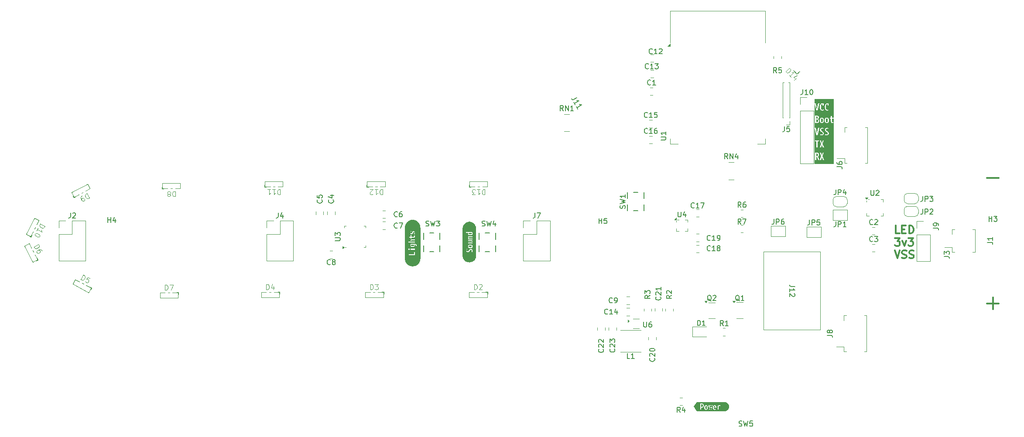
<source format=gbr>
%TF.GenerationSoftware,KiCad,Pcbnew,9.0.2*%
%TF.CreationDate,2025-06-18T16:04:02-05:00*%
%TF.ProjectId,NeoSword,4e656f53-776f-4726-942e-6b696361645f,rev?*%
%TF.SameCoordinates,Original*%
%TF.FileFunction,Legend,Top*%
%TF.FilePolarity,Positive*%
%FSLAX46Y46*%
G04 Gerber Fmt 4.6, Leading zero omitted, Abs format (unit mm)*
G04 Created by KiCad (PCBNEW 9.0.2) date 2025-06-18 16:04:02*
%MOMM*%
%LPD*%
G01*
G04 APERTURE LIST*
%ADD10C,0.300000*%
%ADD11C,0.150000*%
%ADD12C,0.100000*%
%ADD13C,0.120000*%
%ADD14C,0.000000*%
G04 APERTURE END LIST*
D10*
X254261653Y-93474400D02*
X256547368Y-93474400D01*
X237268796Y-104270996D02*
X236554510Y-104270996D01*
X236554510Y-104270996D02*
X236554510Y-102770996D01*
X237768796Y-103485282D02*
X238268796Y-103485282D01*
X238483082Y-104270996D02*
X237768796Y-104270996D01*
X237768796Y-104270996D02*
X237768796Y-102770996D01*
X237768796Y-102770996D02*
X238483082Y-102770996D01*
X239125939Y-104270996D02*
X239125939Y-102770996D01*
X239125939Y-102770996D02*
X239483082Y-102770996D01*
X239483082Y-102770996D02*
X239697368Y-102842425D01*
X239697368Y-102842425D02*
X239840225Y-102985282D01*
X239840225Y-102985282D02*
X239911654Y-103128139D01*
X239911654Y-103128139D02*
X239983082Y-103413853D01*
X239983082Y-103413853D02*
X239983082Y-103628139D01*
X239983082Y-103628139D02*
X239911654Y-103913853D01*
X239911654Y-103913853D02*
X239840225Y-104056710D01*
X239840225Y-104056710D02*
X239697368Y-104199568D01*
X239697368Y-104199568D02*
X239483082Y-104270996D01*
X239483082Y-104270996D02*
X239125939Y-104270996D01*
X236411653Y-105185912D02*
X237340225Y-105185912D01*
X237340225Y-105185912D02*
X236840225Y-105757341D01*
X236840225Y-105757341D02*
X237054510Y-105757341D01*
X237054510Y-105757341D02*
X237197368Y-105828769D01*
X237197368Y-105828769D02*
X237268796Y-105900198D01*
X237268796Y-105900198D02*
X237340225Y-106043055D01*
X237340225Y-106043055D02*
X237340225Y-106400198D01*
X237340225Y-106400198D02*
X237268796Y-106543055D01*
X237268796Y-106543055D02*
X237197368Y-106614484D01*
X237197368Y-106614484D02*
X237054510Y-106685912D01*
X237054510Y-106685912D02*
X236625939Y-106685912D01*
X236625939Y-106685912D02*
X236483082Y-106614484D01*
X236483082Y-106614484D02*
X236411653Y-106543055D01*
X237840224Y-105685912D02*
X238197367Y-106685912D01*
X238197367Y-106685912D02*
X238554510Y-105685912D01*
X238983081Y-105185912D02*
X239911653Y-105185912D01*
X239911653Y-105185912D02*
X239411653Y-105757341D01*
X239411653Y-105757341D02*
X239625938Y-105757341D01*
X239625938Y-105757341D02*
X239768796Y-105828769D01*
X239768796Y-105828769D02*
X239840224Y-105900198D01*
X239840224Y-105900198D02*
X239911653Y-106043055D01*
X239911653Y-106043055D02*
X239911653Y-106400198D01*
X239911653Y-106400198D02*
X239840224Y-106543055D01*
X239840224Y-106543055D02*
X239768796Y-106614484D01*
X239768796Y-106614484D02*
X239625938Y-106685912D01*
X239625938Y-106685912D02*
X239197367Y-106685912D01*
X239197367Y-106685912D02*
X239054510Y-106614484D01*
X239054510Y-106614484D02*
X238983081Y-106543055D01*
X236340225Y-107600828D02*
X236840225Y-109100828D01*
X236840225Y-109100828D02*
X237340225Y-107600828D01*
X237768796Y-109029400D02*
X237983082Y-109100828D01*
X237983082Y-109100828D02*
X238340224Y-109100828D01*
X238340224Y-109100828D02*
X238483082Y-109029400D01*
X238483082Y-109029400D02*
X238554510Y-108957971D01*
X238554510Y-108957971D02*
X238625939Y-108815114D01*
X238625939Y-108815114D02*
X238625939Y-108672257D01*
X238625939Y-108672257D02*
X238554510Y-108529400D01*
X238554510Y-108529400D02*
X238483082Y-108457971D01*
X238483082Y-108457971D02*
X238340224Y-108386542D01*
X238340224Y-108386542D02*
X238054510Y-108315114D01*
X238054510Y-108315114D02*
X237911653Y-108243685D01*
X237911653Y-108243685D02*
X237840224Y-108172257D01*
X237840224Y-108172257D02*
X237768796Y-108029400D01*
X237768796Y-108029400D02*
X237768796Y-107886542D01*
X237768796Y-107886542D02*
X237840224Y-107743685D01*
X237840224Y-107743685D02*
X237911653Y-107672257D01*
X237911653Y-107672257D02*
X238054510Y-107600828D01*
X238054510Y-107600828D02*
X238411653Y-107600828D01*
X238411653Y-107600828D02*
X238625939Y-107672257D01*
X239197367Y-109029400D02*
X239411653Y-109100828D01*
X239411653Y-109100828D02*
X239768795Y-109100828D01*
X239768795Y-109100828D02*
X239911653Y-109029400D01*
X239911653Y-109029400D02*
X239983081Y-108957971D01*
X239983081Y-108957971D02*
X240054510Y-108815114D01*
X240054510Y-108815114D02*
X240054510Y-108672257D01*
X240054510Y-108672257D02*
X239983081Y-108529400D01*
X239983081Y-108529400D02*
X239911653Y-108457971D01*
X239911653Y-108457971D02*
X239768795Y-108386542D01*
X239768795Y-108386542D02*
X239483081Y-108315114D01*
X239483081Y-108315114D02*
X239340224Y-108243685D01*
X239340224Y-108243685D02*
X239268795Y-108172257D01*
X239268795Y-108172257D02*
X239197367Y-108029400D01*
X239197367Y-108029400D02*
X239197367Y-107886542D01*
X239197367Y-107886542D02*
X239268795Y-107743685D01*
X239268795Y-107743685D02*
X239340224Y-107672257D01*
X239340224Y-107672257D02*
X239483081Y-107600828D01*
X239483081Y-107600828D02*
X239840224Y-107600828D01*
X239840224Y-107600828D02*
X240054510Y-107672257D01*
X254261653Y-117874400D02*
X256547368Y-117874400D01*
X255404510Y-119017257D02*
X255404510Y-116731542D01*
D11*
X190954819Y-86101904D02*
X191764342Y-86101904D01*
X191764342Y-86101904D02*
X191859580Y-86054285D01*
X191859580Y-86054285D02*
X191907200Y-86006666D01*
X191907200Y-86006666D02*
X191954819Y-85911428D01*
X191954819Y-85911428D02*
X191954819Y-85720952D01*
X191954819Y-85720952D02*
X191907200Y-85625714D01*
X191907200Y-85625714D02*
X191859580Y-85578095D01*
X191859580Y-85578095D02*
X191764342Y-85530476D01*
X191764342Y-85530476D02*
X190954819Y-85530476D01*
X191954819Y-84530476D02*
X191954819Y-85101904D01*
X191954819Y-84816190D02*
X190954819Y-84816190D01*
X190954819Y-84816190D02*
X191097676Y-84911428D01*
X191097676Y-84911428D02*
X191192914Y-85006666D01*
X191192914Y-85006666D02*
X191240533Y-85101904D01*
X212891666Y-101504819D02*
X212891666Y-102219104D01*
X212891666Y-102219104D02*
X212844047Y-102361961D01*
X212844047Y-102361961D02*
X212748809Y-102457200D01*
X212748809Y-102457200D02*
X212605952Y-102504819D01*
X212605952Y-102504819D02*
X212510714Y-102504819D01*
X213367857Y-102504819D02*
X213367857Y-101504819D01*
X213367857Y-101504819D02*
X213748809Y-101504819D01*
X213748809Y-101504819D02*
X213844047Y-101552438D01*
X213844047Y-101552438D02*
X213891666Y-101600057D01*
X213891666Y-101600057D02*
X213939285Y-101695295D01*
X213939285Y-101695295D02*
X213939285Y-101838152D01*
X213939285Y-101838152D02*
X213891666Y-101933390D01*
X213891666Y-101933390D02*
X213844047Y-101981009D01*
X213844047Y-101981009D02*
X213748809Y-102028628D01*
X213748809Y-102028628D02*
X213367857Y-102028628D01*
X214796428Y-101504819D02*
X214605952Y-101504819D01*
X214605952Y-101504819D02*
X214510714Y-101552438D01*
X214510714Y-101552438D02*
X214463095Y-101600057D01*
X214463095Y-101600057D02*
X214367857Y-101742914D01*
X214367857Y-101742914D02*
X214320238Y-101933390D01*
X214320238Y-101933390D02*
X214320238Y-102314342D01*
X214320238Y-102314342D02*
X214367857Y-102409580D01*
X214367857Y-102409580D02*
X214415476Y-102457200D01*
X214415476Y-102457200D02*
X214510714Y-102504819D01*
X214510714Y-102504819D02*
X214701190Y-102504819D01*
X214701190Y-102504819D02*
X214796428Y-102457200D01*
X214796428Y-102457200D02*
X214844047Y-102409580D01*
X214844047Y-102409580D02*
X214891666Y-102314342D01*
X214891666Y-102314342D02*
X214891666Y-102076247D01*
X214891666Y-102076247D02*
X214844047Y-101981009D01*
X214844047Y-101981009D02*
X214796428Y-101933390D01*
X214796428Y-101933390D02*
X214701190Y-101885771D01*
X214701190Y-101885771D02*
X214510714Y-101885771D01*
X214510714Y-101885771D02*
X214415476Y-101933390D01*
X214415476Y-101933390D02*
X214367857Y-101981009D01*
X214367857Y-101981009D02*
X214320238Y-102076247D01*
X200557142Y-105559580D02*
X200509523Y-105607200D01*
X200509523Y-105607200D02*
X200366666Y-105654819D01*
X200366666Y-105654819D02*
X200271428Y-105654819D01*
X200271428Y-105654819D02*
X200128571Y-105607200D01*
X200128571Y-105607200D02*
X200033333Y-105511961D01*
X200033333Y-105511961D02*
X199985714Y-105416723D01*
X199985714Y-105416723D02*
X199938095Y-105226247D01*
X199938095Y-105226247D02*
X199938095Y-105083390D01*
X199938095Y-105083390D02*
X199985714Y-104892914D01*
X199985714Y-104892914D02*
X200033333Y-104797676D01*
X200033333Y-104797676D02*
X200128571Y-104702438D01*
X200128571Y-104702438D02*
X200271428Y-104654819D01*
X200271428Y-104654819D02*
X200366666Y-104654819D01*
X200366666Y-104654819D02*
X200509523Y-104702438D01*
X200509523Y-104702438D02*
X200557142Y-104750057D01*
X201509523Y-105654819D02*
X200938095Y-105654819D01*
X201223809Y-105654819D02*
X201223809Y-104654819D01*
X201223809Y-104654819D02*
X201128571Y-104797676D01*
X201128571Y-104797676D02*
X201033333Y-104892914D01*
X201033333Y-104892914D02*
X200938095Y-104940533D01*
X201985714Y-105654819D02*
X202176190Y-105654819D01*
X202176190Y-105654819D02*
X202271428Y-105607200D01*
X202271428Y-105607200D02*
X202319047Y-105559580D01*
X202319047Y-105559580D02*
X202414285Y-105416723D01*
X202414285Y-105416723D02*
X202461904Y-105226247D01*
X202461904Y-105226247D02*
X202461904Y-104845295D01*
X202461904Y-104845295D02*
X202414285Y-104750057D01*
X202414285Y-104750057D02*
X202366666Y-104702438D01*
X202366666Y-104702438D02*
X202271428Y-104654819D01*
X202271428Y-104654819D02*
X202080952Y-104654819D01*
X202080952Y-104654819D02*
X201985714Y-104702438D01*
X201985714Y-104702438D02*
X201938095Y-104750057D01*
X201938095Y-104750057D02*
X201890476Y-104845295D01*
X201890476Y-104845295D02*
X201890476Y-105083390D01*
X201890476Y-105083390D02*
X201938095Y-105178628D01*
X201938095Y-105178628D02*
X201985714Y-105226247D01*
X201985714Y-105226247D02*
X202080952Y-105273866D01*
X202080952Y-105273866D02*
X202271428Y-105273866D01*
X202271428Y-105273866D02*
X202366666Y-105226247D01*
X202366666Y-105226247D02*
X202414285Y-105178628D01*
X202414285Y-105178628D02*
X202461904Y-105083390D01*
X219816666Y-101654819D02*
X219816666Y-102369104D01*
X219816666Y-102369104D02*
X219769047Y-102511961D01*
X219769047Y-102511961D02*
X219673809Y-102607200D01*
X219673809Y-102607200D02*
X219530952Y-102654819D01*
X219530952Y-102654819D02*
X219435714Y-102654819D01*
X220292857Y-102654819D02*
X220292857Y-101654819D01*
X220292857Y-101654819D02*
X220673809Y-101654819D01*
X220673809Y-101654819D02*
X220769047Y-101702438D01*
X220769047Y-101702438D02*
X220816666Y-101750057D01*
X220816666Y-101750057D02*
X220864285Y-101845295D01*
X220864285Y-101845295D02*
X220864285Y-101988152D01*
X220864285Y-101988152D02*
X220816666Y-102083390D01*
X220816666Y-102083390D02*
X220769047Y-102131009D01*
X220769047Y-102131009D02*
X220673809Y-102178628D01*
X220673809Y-102178628D02*
X220292857Y-102178628D01*
X221769047Y-101654819D02*
X221292857Y-101654819D01*
X221292857Y-101654819D02*
X221245238Y-102131009D01*
X221245238Y-102131009D02*
X221292857Y-102083390D01*
X221292857Y-102083390D02*
X221388095Y-102035771D01*
X221388095Y-102035771D02*
X221626190Y-102035771D01*
X221626190Y-102035771D02*
X221721428Y-102083390D01*
X221721428Y-102083390D02*
X221769047Y-102131009D01*
X221769047Y-102131009D02*
X221816666Y-102226247D01*
X221816666Y-102226247D02*
X221816666Y-102464342D01*
X221816666Y-102464342D02*
X221769047Y-102559580D01*
X221769047Y-102559580D02*
X221721428Y-102607200D01*
X221721428Y-102607200D02*
X221626190Y-102654819D01*
X221626190Y-102654819D02*
X221388095Y-102654819D01*
X221388095Y-102654819D02*
X221292857Y-102607200D01*
X221292857Y-102607200D02*
X221245238Y-102559580D01*
X218490476Y-76324819D02*
X218490476Y-77039104D01*
X218490476Y-77039104D02*
X218442857Y-77181961D01*
X218442857Y-77181961D02*
X218347619Y-77277200D01*
X218347619Y-77277200D02*
X218204762Y-77324819D01*
X218204762Y-77324819D02*
X218109524Y-77324819D01*
X219490476Y-77324819D02*
X218919048Y-77324819D01*
X219204762Y-77324819D02*
X219204762Y-76324819D01*
X219204762Y-76324819D02*
X219109524Y-76467676D01*
X219109524Y-76467676D02*
X219014286Y-76562914D01*
X219014286Y-76562914D02*
X218919048Y-76610533D01*
X220109524Y-76324819D02*
X220204762Y-76324819D01*
X220204762Y-76324819D02*
X220300000Y-76372438D01*
X220300000Y-76372438D02*
X220347619Y-76420057D01*
X220347619Y-76420057D02*
X220395238Y-76515295D01*
X220395238Y-76515295D02*
X220442857Y-76705771D01*
X220442857Y-76705771D02*
X220442857Y-76943866D01*
X220442857Y-76943866D02*
X220395238Y-77134342D01*
X220395238Y-77134342D02*
X220347619Y-77229580D01*
X220347619Y-77229580D02*
X220300000Y-77277200D01*
X220300000Y-77277200D02*
X220204762Y-77324819D01*
X220204762Y-77324819D02*
X220109524Y-77324819D01*
X220109524Y-77324819D02*
X220014286Y-77277200D01*
X220014286Y-77277200D02*
X219966667Y-77229580D01*
X219966667Y-77229580D02*
X219919048Y-77134342D01*
X219919048Y-77134342D02*
X219871429Y-76943866D01*
X219871429Y-76943866D02*
X219871429Y-76705771D01*
X219871429Y-76705771D02*
X219919048Y-76515295D01*
X219919048Y-76515295D02*
X219966667Y-76420057D01*
X219966667Y-76420057D02*
X220014286Y-76372438D01*
X220014286Y-76372438D02*
X220109524Y-76324819D01*
X213433333Y-73092319D02*
X213100000Y-72616128D01*
X212861905Y-73092319D02*
X212861905Y-72092319D01*
X212861905Y-72092319D02*
X213242857Y-72092319D01*
X213242857Y-72092319D02*
X213338095Y-72139938D01*
X213338095Y-72139938D02*
X213385714Y-72187557D01*
X213385714Y-72187557D02*
X213433333Y-72282795D01*
X213433333Y-72282795D02*
X213433333Y-72425652D01*
X213433333Y-72425652D02*
X213385714Y-72520890D01*
X213385714Y-72520890D02*
X213338095Y-72568509D01*
X213338095Y-72568509D02*
X213242857Y-72616128D01*
X213242857Y-72616128D02*
X212861905Y-72616128D01*
X214338095Y-72092319D02*
X213861905Y-72092319D01*
X213861905Y-72092319D02*
X213814286Y-72568509D01*
X213814286Y-72568509D02*
X213861905Y-72520890D01*
X213861905Y-72520890D02*
X213957143Y-72473271D01*
X213957143Y-72473271D02*
X214195238Y-72473271D01*
X214195238Y-72473271D02*
X214290476Y-72520890D01*
X214290476Y-72520890D02*
X214338095Y-72568509D01*
X214338095Y-72568509D02*
X214385714Y-72663747D01*
X214385714Y-72663747D02*
X214385714Y-72901842D01*
X214385714Y-72901842D02*
X214338095Y-72997080D01*
X214338095Y-72997080D02*
X214290476Y-73044700D01*
X214290476Y-73044700D02*
X214195238Y-73092319D01*
X214195238Y-73092319D02*
X213957143Y-73092319D01*
X213957143Y-73092319D02*
X213861905Y-73044700D01*
X213861905Y-73044700D02*
X213814286Y-72997080D01*
X166536666Y-100286301D02*
X166536666Y-101000586D01*
X166536666Y-101000586D02*
X166489047Y-101143443D01*
X166489047Y-101143443D02*
X166393809Y-101238682D01*
X166393809Y-101238682D02*
X166250952Y-101286301D01*
X166250952Y-101286301D02*
X166155714Y-101286301D01*
X166917619Y-100286301D02*
X167584285Y-100286301D01*
X167584285Y-100286301D02*
X167155714Y-101286301D01*
X174653928Y-77912134D02*
X174051505Y-78295919D01*
X174051505Y-78295919D02*
X173905435Y-78332515D01*
X173905435Y-78332515D02*
X173773941Y-78303363D01*
X173773941Y-78303363D02*
X173657022Y-78208464D01*
X173657022Y-78208464D02*
X173605851Y-78128141D01*
X174347836Y-79292825D02*
X174040808Y-78810887D01*
X174194322Y-79051856D02*
X175037713Y-78514556D01*
X175037713Y-78514556D02*
X174866057Y-78510991D01*
X174866057Y-78510991D02*
X174734563Y-78481839D01*
X174734563Y-78481839D02*
X174643230Y-78427102D01*
X174859550Y-80096055D02*
X174552522Y-79614117D01*
X174706036Y-79855086D02*
X175549427Y-79317786D01*
X175549427Y-79317786D02*
X175377771Y-79314221D01*
X175377771Y-79314221D02*
X175246277Y-79285069D01*
X175246277Y-79285069D02*
X175154944Y-79230332D01*
X126833333Y-110259580D02*
X126785714Y-110307200D01*
X126785714Y-110307200D02*
X126642857Y-110354819D01*
X126642857Y-110354819D02*
X126547619Y-110354819D01*
X126547619Y-110354819D02*
X126404762Y-110307200D01*
X126404762Y-110307200D02*
X126309524Y-110211961D01*
X126309524Y-110211961D02*
X126261905Y-110116723D01*
X126261905Y-110116723D02*
X126214286Y-109926247D01*
X126214286Y-109926247D02*
X126214286Y-109783390D01*
X126214286Y-109783390D02*
X126261905Y-109592914D01*
X126261905Y-109592914D02*
X126309524Y-109497676D01*
X126309524Y-109497676D02*
X126404762Y-109402438D01*
X126404762Y-109402438D02*
X126547619Y-109354819D01*
X126547619Y-109354819D02*
X126642857Y-109354819D01*
X126642857Y-109354819D02*
X126785714Y-109402438D01*
X126785714Y-109402438D02*
X126833333Y-109450057D01*
X127404762Y-109783390D02*
X127309524Y-109735771D01*
X127309524Y-109735771D02*
X127261905Y-109688152D01*
X127261905Y-109688152D02*
X127214286Y-109592914D01*
X127214286Y-109592914D02*
X127214286Y-109545295D01*
X127214286Y-109545295D02*
X127261905Y-109450057D01*
X127261905Y-109450057D02*
X127309524Y-109402438D01*
X127309524Y-109402438D02*
X127404762Y-109354819D01*
X127404762Y-109354819D02*
X127595238Y-109354819D01*
X127595238Y-109354819D02*
X127690476Y-109402438D01*
X127690476Y-109402438D02*
X127738095Y-109450057D01*
X127738095Y-109450057D02*
X127785714Y-109545295D01*
X127785714Y-109545295D02*
X127785714Y-109592914D01*
X127785714Y-109592914D02*
X127738095Y-109688152D01*
X127738095Y-109688152D02*
X127690476Y-109735771D01*
X127690476Y-109735771D02*
X127595238Y-109783390D01*
X127595238Y-109783390D02*
X127404762Y-109783390D01*
X127404762Y-109783390D02*
X127309524Y-109831009D01*
X127309524Y-109831009D02*
X127261905Y-109878628D01*
X127261905Y-109878628D02*
X127214286Y-109973866D01*
X127214286Y-109973866D02*
X127214286Y-110164342D01*
X127214286Y-110164342D02*
X127261905Y-110259580D01*
X127261905Y-110259580D02*
X127309524Y-110307200D01*
X127309524Y-110307200D02*
X127404762Y-110354819D01*
X127404762Y-110354819D02*
X127595238Y-110354819D01*
X127595238Y-110354819D02*
X127690476Y-110307200D01*
X127690476Y-110307200D02*
X127738095Y-110259580D01*
X127738095Y-110259580D02*
X127785714Y-110164342D01*
X127785714Y-110164342D02*
X127785714Y-109973866D01*
X127785714Y-109973866D02*
X127738095Y-109878628D01*
X127738095Y-109878628D02*
X127690476Y-109831009D01*
X127690476Y-109831009D02*
X127595238Y-109783390D01*
D12*
X136964285Y-95742580D02*
X136964285Y-96742580D01*
X136964285Y-96742580D02*
X136726190Y-96742580D01*
X136726190Y-96742580D02*
X136583333Y-96694961D01*
X136583333Y-96694961D02*
X136488095Y-96599723D01*
X136488095Y-96599723D02*
X136440476Y-96504485D01*
X136440476Y-96504485D02*
X136392857Y-96314009D01*
X136392857Y-96314009D02*
X136392857Y-96171152D01*
X136392857Y-96171152D02*
X136440476Y-95980676D01*
X136440476Y-95980676D02*
X136488095Y-95885438D01*
X136488095Y-95885438D02*
X136583333Y-95790200D01*
X136583333Y-95790200D02*
X136726190Y-95742580D01*
X136726190Y-95742580D02*
X136964285Y-95742580D01*
X135440476Y-95742580D02*
X136011904Y-95742580D01*
X135726190Y-95742580D02*
X135726190Y-96742580D01*
X135726190Y-96742580D02*
X135821428Y-96599723D01*
X135821428Y-96599723D02*
X135916666Y-96504485D01*
X135916666Y-96504485D02*
X136011904Y-96456866D01*
X135059523Y-96647342D02*
X135011904Y-96694961D01*
X135011904Y-96694961D02*
X134916666Y-96742580D01*
X134916666Y-96742580D02*
X134678571Y-96742580D01*
X134678571Y-96742580D02*
X134583333Y-96694961D01*
X134583333Y-96694961D02*
X134535714Y-96647342D01*
X134535714Y-96647342D02*
X134488095Y-96552104D01*
X134488095Y-96552104D02*
X134488095Y-96456866D01*
X134488095Y-96456866D02*
X134535714Y-96314009D01*
X134535714Y-96314009D02*
X135107142Y-95742580D01*
X135107142Y-95742580D02*
X134488095Y-95742580D01*
D11*
X198061905Y-122154819D02*
X198061905Y-121154819D01*
X198061905Y-121154819D02*
X198300000Y-121154819D01*
X198300000Y-121154819D02*
X198442857Y-121202438D01*
X198442857Y-121202438D02*
X198538095Y-121297676D01*
X198538095Y-121297676D02*
X198585714Y-121392914D01*
X198585714Y-121392914D02*
X198633333Y-121583390D01*
X198633333Y-121583390D02*
X198633333Y-121726247D01*
X198633333Y-121726247D02*
X198585714Y-121916723D01*
X198585714Y-121916723D02*
X198538095Y-122011961D01*
X198538095Y-122011961D02*
X198442857Y-122107200D01*
X198442857Y-122107200D02*
X198300000Y-122154819D01*
X198300000Y-122154819D02*
X198061905Y-122154819D01*
X199585714Y-122154819D02*
X199014286Y-122154819D01*
X199300000Y-122154819D02*
X199300000Y-121154819D01*
X199300000Y-121154819D02*
X199204762Y-121297676D01*
X199204762Y-121297676D02*
X199109524Y-121392914D01*
X199109524Y-121392914D02*
X199014286Y-121440533D01*
X156266667Y-102807200D02*
X156409524Y-102854819D01*
X156409524Y-102854819D02*
X156647619Y-102854819D01*
X156647619Y-102854819D02*
X156742857Y-102807200D01*
X156742857Y-102807200D02*
X156790476Y-102759580D01*
X156790476Y-102759580D02*
X156838095Y-102664342D01*
X156838095Y-102664342D02*
X156838095Y-102569104D01*
X156838095Y-102569104D02*
X156790476Y-102473866D01*
X156790476Y-102473866D02*
X156742857Y-102426247D01*
X156742857Y-102426247D02*
X156647619Y-102378628D01*
X156647619Y-102378628D02*
X156457143Y-102331009D01*
X156457143Y-102331009D02*
X156361905Y-102283390D01*
X156361905Y-102283390D02*
X156314286Y-102235771D01*
X156314286Y-102235771D02*
X156266667Y-102140533D01*
X156266667Y-102140533D02*
X156266667Y-102045295D01*
X156266667Y-102045295D02*
X156314286Y-101950057D01*
X156314286Y-101950057D02*
X156361905Y-101902438D01*
X156361905Y-101902438D02*
X156457143Y-101854819D01*
X156457143Y-101854819D02*
X156695238Y-101854819D01*
X156695238Y-101854819D02*
X156838095Y-101902438D01*
X157171429Y-101854819D02*
X157409524Y-102854819D01*
X157409524Y-102854819D02*
X157600000Y-102140533D01*
X157600000Y-102140533D02*
X157790476Y-102854819D01*
X157790476Y-102854819D02*
X158028572Y-101854819D01*
X158838095Y-102188152D02*
X158838095Y-102854819D01*
X158600000Y-101807200D02*
X158361905Y-102521485D01*
X158361905Y-102521485D02*
X158980952Y-102521485D01*
X216945180Y-114590476D02*
X216230895Y-114590476D01*
X216230895Y-114590476D02*
X216088038Y-114542857D01*
X216088038Y-114542857D02*
X215992800Y-114447619D01*
X215992800Y-114447619D02*
X215945180Y-114304762D01*
X215945180Y-114304762D02*
X215945180Y-114209524D01*
X215945180Y-115590476D02*
X215945180Y-115019048D01*
X215945180Y-115304762D02*
X216945180Y-115304762D01*
X216945180Y-115304762D02*
X216802323Y-115209524D01*
X216802323Y-115209524D02*
X216707085Y-115114286D01*
X216707085Y-115114286D02*
X216659466Y-115019048D01*
X216849942Y-115971429D02*
X216897561Y-116019048D01*
X216897561Y-116019048D02*
X216945180Y-116114286D01*
X216945180Y-116114286D02*
X216945180Y-116352381D01*
X216945180Y-116352381D02*
X216897561Y-116447619D01*
X216897561Y-116447619D02*
X216849942Y-116495238D01*
X216849942Y-116495238D02*
X216754704Y-116542857D01*
X216754704Y-116542857D02*
X216659466Y-116542857D01*
X216659466Y-116542857D02*
X216516609Y-116495238D01*
X216516609Y-116495238D02*
X215945180Y-115923810D01*
X215945180Y-115923810D02*
X215945180Y-116542857D01*
X190859580Y-116592857D02*
X190907200Y-116640476D01*
X190907200Y-116640476D02*
X190954819Y-116783333D01*
X190954819Y-116783333D02*
X190954819Y-116878571D01*
X190954819Y-116878571D02*
X190907200Y-117021428D01*
X190907200Y-117021428D02*
X190811961Y-117116666D01*
X190811961Y-117116666D02*
X190716723Y-117164285D01*
X190716723Y-117164285D02*
X190526247Y-117211904D01*
X190526247Y-117211904D02*
X190383390Y-117211904D01*
X190383390Y-117211904D02*
X190192914Y-117164285D01*
X190192914Y-117164285D02*
X190097676Y-117116666D01*
X190097676Y-117116666D02*
X190002438Y-117021428D01*
X190002438Y-117021428D02*
X189954819Y-116878571D01*
X189954819Y-116878571D02*
X189954819Y-116783333D01*
X189954819Y-116783333D02*
X190002438Y-116640476D01*
X190002438Y-116640476D02*
X190050057Y-116592857D01*
X190050057Y-116211904D02*
X190002438Y-116164285D01*
X190002438Y-116164285D02*
X189954819Y-116069047D01*
X189954819Y-116069047D02*
X189954819Y-115830952D01*
X189954819Y-115830952D02*
X190002438Y-115735714D01*
X190002438Y-115735714D02*
X190050057Y-115688095D01*
X190050057Y-115688095D02*
X190145295Y-115640476D01*
X190145295Y-115640476D02*
X190240533Y-115640476D01*
X190240533Y-115640476D02*
X190383390Y-115688095D01*
X190383390Y-115688095D02*
X190954819Y-116259523D01*
X190954819Y-116259523D02*
X190954819Y-115640476D01*
X190954819Y-114688095D02*
X190954819Y-115259523D01*
X190954819Y-114973809D02*
X189954819Y-114973809D01*
X189954819Y-114973809D02*
X190097676Y-115069047D01*
X190097676Y-115069047D02*
X190192914Y-115164285D01*
X190192914Y-115164285D02*
X190240533Y-115259523D01*
X254638095Y-101941301D02*
X254638095Y-100941301D01*
X254638095Y-101417491D02*
X255209523Y-101417491D01*
X255209523Y-101941301D02*
X255209523Y-100941301D01*
X255590476Y-100941301D02*
X256209523Y-100941301D01*
X256209523Y-100941301D02*
X255876190Y-101322253D01*
X255876190Y-101322253D02*
X256019047Y-101322253D01*
X256019047Y-101322253D02*
X256114285Y-101369872D01*
X256114285Y-101369872D02*
X256161904Y-101417491D01*
X256161904Y-101417491D02*
X256209523Y-101512729D01*
X256209523Y-101512729D02*
X256209523Y-101750824D01*
X256209523Y-101750824D02*
X256161904Y-101846062D01*
X256161904Y-101846062D02*
X256114285Y-101893682D01*
X256114285Y-101893682D02*
X256019047Y-101941301D01*
X256019047Y-101941301D02*
X255733333Y-101941301D01*
X255733333Y-101941301D02*
X255638095Y-101893682D01*
X255638095Y-101893682D02*
X255590476Y-101846062D01*
D12*
X134568571Y-115157419D02*
X134568571Y-114157419D01*
X134568571Y-114157419D02*
X134806666Y-114157419D01*
X134806666Y-114157419D02*
X134949523Y-114205038D01*
X134949523Y-114205038D02*
X135044761Y-114300276D01*
X135044761Y-114300276D02*
X135092380Y-114395514D01*
X135092380Y-114395514D02*
X135139999Y-114585990D01*
X135139999Y-114585990D02*
X135139999Y-114728847D01*
X135139999Y-114728847D02*
X135092380Y-114919323D01*
X135092380Y-114919323D02*
X135044761Y-115014561D01*
X135044761Y-115014561D02*
X134949523Y-115109800D01*
X134949523Y-115109800D02*
X134806666Y-115157419D01*
X134806666Y-115157419D02*
X134568571Y-115157419D01*
X135473333Y-114157419D02*
X136092380Y-114157419D01*
X136092380Y-114157419D02*
X135759047Y-114538371D01*
X135759047Y-114538371D02*
X135901904Y-114538371D01*
X135901904Y-114538371D02*
X135997142Y-114585990D01*
X135997142Y-114585990D02*
X136044761Y-114633609D01*
X136044761Y-114633609D02*
X136092380Y-114728847D01*
X136092380Y-114728847D02*
X136092380Y-114966942D01*
X136092380Y-114966942D02*
X136044761Y-115062180D01*
X136044761Y-115062180D02*
X135997142Y-115109800D01*
X135997142Y-115109800D02*
X135901904Y-115157419D01*
X135901904Y-115157419D02*
X135616190Y-115157419D01*
X135616190Y-115157419D02*
X135520952Y-115109800D01*
X135520952Y-115109800D02*
X135473333Y-115062180D01*
D11*
X179759580Y-126742857D02*
X179807200Y-126790476D01*
X179807200Y-126790476D02*
X179854819Y-126933333D01*
X179854819Y-126933333D02*
X179854819Y-127028571D01*
X179854819Y-127028571D02*
X179807200Y-127171428D01*
X179807200Y-127171428D02*
X179711961Y-127266666D01*
X179711961Y-127266666D02*
X179616723Y-127314285D01*
X179616723Y-127314285D02*
X179426247Y-127361904D01*
X179426247Y-127361904D02*
X179283390Y-127361904D01*
X179283390Y-127361904D02*
X179092914Y-127314285D01*
X179092914Y-127314285D02*
X178997676Y-127266666D01*
X178997676Y-127266666D02*
X178902438Y-127171428D01*
X178902438Y-127171428D02*
X178854819Y-127028571D01*
X178854819Y-127028571D02*
X178854819Y-126933333D01*
X178854819Y-126933333D02*
X178902438Y-126790476D01*
X178902438Y-126790476D02*
X178950057Y-126742857D01*
X178950057Y-126361904D02*
X178902438Y-126314285D01*
X178902438Y-126314285D02*
X178854819Y-126219047D01*
X178854819Y-126219047D02*
X178854819Y-125980952D01*
X178854819Y-125980952D02*
X178902438Y-125885714D01*
X178902438Y-125885714D02*
X178950057Y-125838095D01*
X178950057Y-125838095D02*
X179045295Y-125790476D01*
X179045295Y-125790476D02*
X179140533Y-125790476D01*
X179140533Y-125790476D02*
X179283390Y-125838095D01*
X179283390Y-125838095D02*
X179854819Y-126409523D01*
X179854819Y-126409523D02*
X179854819Y-125790476D01*
X178950057Y-125409523D02*
X178902438Y-125361904D01*
X178902438Y-125361904D02*
X178854819Y-125266666D01*
X178854819Y-125266666D02*
X178854819Y-125028571D01*
X178854819Y-125028571D02*
X178902438Y-124933333D01*
X178902438Y-124933333D02*
X178950057Y-124885714D01*
X178950057Y-124885714D02*
X179045295Y-124838095D01*
X179045295Y-124838095D02*
X179140533Y-124838095D01*
X179140533Y-124838095D02*
X179283390Y-124885714D01*
X179283390Y-124885714D02*
X179854819Y-125457142D01*
X179854819Y-125457142D02*
X179854819Y-124838095D01*
X231728095Y-95914819D02*
X231728095Y-96724342D01*
X231728095Y-96724342D02*
X231775714Y-96819580D01*
X231775714Y-96819580D02*
X231823333Y-96867200D01*
X231823333Y-96867200D02*
X231918571Y-96914819D01*
X231918571Y-96914819D02*
X232109047Y-96914819D01*
X232109047Y-96914819D02*
X232204285Y-96867200D01*
X232204285Y-96867200D02*
X232251904Y-96819580D01*
X232251904Y-96819580D02*
X232299523Y-96724342D01*
X232299523Y-96724342D02*
X232299523Y-95914819D01*
X232728095Y-96010057D02*
X232775714Y-95962438D01*
X232775714Y-95962438D02*
X232870952Y-95914819D01*
X232870952Y-95914819D02*
X233109047Y-95914819D01*
X233109047Y-95914819D02*
X233204285Y-95962438D01*
X233204285Y-95962438D02*
X233251904Y-96010057D01*
X233251904Y-96010057D02*
X233299523Y-96105295D01*
X233299523Y-96105295D02*
X233299523Y-96200533D01*
X233299523Y-96200533D02*
X233251904Y-96343390D01*
X233251904Y-96343390D02*
X232680476Y-96914819D01*
X232680476Y-96914819D02*
X233299523Y-96914819D01*
X127359580Y-97766666D02*
X127407200Y-97814285D01*
X127407200Y-97814285D02*
X127454819Y-97957142D01*
X127454819Y-97957142D02*
X127454819Y-98052380D01*
X127454819Y-98052380D02*
X127407200Y-98195237D01*
X127407200Y-98195237D02*
X127311961Y-98290475D01*
X127311961Y-98290475D02*
X127216723Y-98338094D01*
X127216723Y-98338094D02*
X127026247Y-98385713D01*
X127026247Y-98385713D02*
X126883390Y-98385713D01*
X126883390Y-98385713D02*
X126692914Y-98338094D01*
X126692914Y-98338094D02*
X126597676Y-98290475D01*
X126597676Y-98290475D02*
X126502438Y-98195237D01*
X126502438Y-98195237D02*
X126454819Y-98052380D01*
X126454819Y-98052380D02*
X126454819Y-97957142D01*
X126454819Y-97957142D02*
X126502438Y-97814285D01*
X126502438Y-97814285D02*
X126550057Y-97766666D01*
X126788152Y-96909523D02*
X127454819Y-96909523D01*
X126407200Y-97147618D02*
X127121485Y-97385713D01*
X127121485Y-97385713D02*
X127121485Y-96766666D01*
X172009523Y-80454819D02*
X171676190Y-79978628D01*
X171438095Y-80454819D02*
X171438095Y-79454819D01*
X171438095Y-79454819D02*
X171819047Y-79454819D01*
X171819047Y-79454819D02*
X171914285Y-79502438D01*
X171914285Y-79502438D02*
X171961904Y-79550057D01*
X171961904Y-79550057D02*
X172009523Y-79645295D01*
X172009523Y-79645295D02*
X172009523Y-79788152D01*
X172009523Y-79788152D02*
X171961904Y-79883390D01*
X171961904Y-79883390D02*
X171914285Y-79931009D01*
X171914285Y-79931009D02*
X171819047Y-79978628D01*
X171819047Y-79978628D02*
X171438095Y-79978628D01*
X172438095Y-80454819D02*
X172438095Y-79454819D01*
X172438095Y-79454819D02*
X173009523Y-80454819D01*
X173009523Y-80454819D02*
X173009523Y-79454819D01*
X174009523Y-80454819D02*
X173438095Y-80454819D01*
X173723809Y-80454819D02*
X173723809Y-79454819D01*
X173723809Y-79454819D02*
X173628571Y-79597676D01*
X173628571Y-79597676D02*
X173533333Y-79692914D01*
X173533333Y-79692914D02*
X173438095Y-79740533D01*
X200742261Y-117400057D02*
X200647023Y-117352438D01*
X200647023Y-117352438D02*
X200551785Y-117257200D01*
X200551785Y-117257200D02*
X200408928Y-117114342D01*
X200408928Y-117114342D02*
X200313690Y-117066723D01*
X200313690Y-117066723D02*
X200218452Y-117066723D01*
X200266071Y-117304819D02*
X200170833Y-117257200D01*
X200170833Y-117257200D02*
X200075595Y-117161961D01*
X200075595Y-117161961D02*
X200027976Y-116971485D01*
X200027976Y-116971485D02*
X200027976Y-116638152D01*
X200027976Y-116638152D02*
X200075595Y-116447676D01*
X200075595Y-116447676D02*
X200170833Y-116352438D01*
X200170833Y-116352438D02*
X200266071Y-116304819D01*
X200266071Y-116304819D02*
X200456547Y-116304819D01*
X200456547Y-116304819D02*
X200551785Y-116352438D01*
X200551785Y-116352438D02*
X200647023Y-116447676D01*
X200647023Y-116447676D02*
X200694642Y-116638152D01*
X200694642Y-116638152D02*
X200694642Y-116971485D01*
X200694642Y-116971485D02*
X200647023Y-117161961D01*
X200647023Y-117161961D02*
X200551785Y-117257200D01*
X200551785Y-117257200D02*
X200456547Y-117304819D01*
X200456547Y-117304819D02*
X200266071Y-117304819D01*
X201075595Y-116400057D02*
X201123214Y-116352438D01*
X201123214Y-116352438D02*
X201218452Y-116304819D01*
X201218452Y-116304819D02*
X201456547Y-116304819D01*
X201456547Y-116304819D02*
X201551785Y-116352438D01*
X201551785Y-116352438D02*
X201599404Y-116400057D01*
X201599404Y-116400057D02*
X201647023Y-116495295D01*
X201647023Y-116495295D02*
X201647023Y-116590533D01*
X201647023Y-116590533D02*
X201599404Y-116733390D01*
X201599404Y-116733390D02*
X201027976Y-117304819D01*
X201027976Y-117304819D02*
X201647023Y-117304819D01*
D12*
X96738094Y-96092580D02*
X96738094Y-97092580D01*
X96738094Y-97092580D02*
X96499999Y-97092580D01*
X96499999Y-97092580D02*
X96357142Y-97044961D01*
X96357142Y-97044961D02*
X96261904Y-96949723D01*
X96261904Y-96949723D02*
X96214285Y-96854485D01*
X96214285Y-96854485D02*
X96166666Y-96664009D01*
X96166666Y-96664009D02*
X96166666Y-96521152D01*
X96166666Y-96521152D02*
X96214285Y-96330676D01*
X96214285Y-96330676D02*
X96261904Y-96235438D01*
X96261904Y-96235438D02*
X96357142Y-96140200D01*
X96357142Y-96140200D02*
X96499999Y-96092580D01*
X96499999Y-96092580D02*
X96738094Y-96092580D01*
X95595237Y-96664009D02*
X95690475Y-96711628D01*
X95690475Y-96711628D02*
X95738094Y-96759247D01*
X95738094Y-96759247D02*
X95785713Y-96854485D01*
X95785713Y-96854485D02*
X95785713Y-96902104D01*
X95785713Y-96902104D02*
X95738094Y-96997342D01*
X95738094Y-96997342D02*
X95690475Y-97044961D01*
X95690475Y-97044961D02*
X95595237Y-97092580D01*
X95595237Y-97092580D02*
X95404761Y-97092580D01*
X95404761Y-97092580D02*
X95309523Y-97044961D01*
X95309523Y-97044961D02*
X95261904Y-96997342D01*
X95261904Y-96997342D02*
X95214285Y-96902104D01*
X95214285Y-96902104D02*
X95214285Y-96854485D01*
X95214285Y-96854485D02*
X95261904Y-96759247D01*
X95261904Y-96759247D02*
X95309523Y-96711628D01*
X95309523Y-96711628D02*
X95404761Y-96664009D01*
X95404761Y-96664009D02*
X95595237Y-96664009D01*
X95595237Y-96664009D02*
X95690475Y-96616390D01*
X95690475Y-96616390D02*
X95738094Y-96568771D01*
X95738094Y-96568771D02*
X95785713Y-96473533D01*
X95785713Y-96473533D02*
X95785713Y-96283057D01*
X95785713Y-96283057D02*
X95738094Y-96187819D01*
X95738094Y-96187819D02*
X95690475Y-96140200D01*
X95690475Y-96140200D02*
X95595237Y-96092580D01*
X95595237Y-96092580D02*
X95404761Y-96092580D01*
X95404761Y-96092580D02*
X95309523Y-96140200D01*
X95309523Y-96140200D02*
X95261904Y-96187819D01*
X95261904Y-96187819D02*
X95214285Y-96283057D01*
X95214285Y-96283057D02*
X95214285Y-96473533D01*
X95214285Y-96473533D02*
X95261904Y-96568771D01*
X95261904Y-96568771D02*
X95309523Y-96616390D01*
X95309523Y-96616390D02*
X95404761Y-96664009D01*
D11*
X225154819Y-91333333D02*
X225869104Y-91333333D01*
X225869104Y-91333333D02*
X226011961Y-91380952D01*
X226011961Y-91380952D02*
X226107200Y-91476190D01*
X226107200Y-91476190D02*
X226154819Y-91619047D01*
X226154819Y-91619047D02*
X226154819Y-91714285D01*
X225154819Y-90428571D02*
X225154819Y-90619047D01*
X225154819Y-90619047D02*
X225202438Y-90714285D01*
X225202438Y-90714285D02*
X225250057Y-90761904D01*
X225250057Y-90761904D02*
X225392914Y-90857142D01*
X225392914Y-90857142D02*
X225583390Y-90904761D01*
X225583390Y-90904761D02*
X225964342Y-90904761D01*
X225964342Y-90904761D02*
X226059580Y-90857142D01*
X226059580Y-90857142D02*
X226107200Y-90809523D01*
X226107200Y-90809523D02*
X226154819Y-90714285D01*
X226154819Y-90714285D02*
X226154819Y-90523809D01*
X226154819Y-90523809D02*
X226107200Y-90428571D01*
X226107200Y-90428571D02*
X226059580Y-90380952D01*
X226059580Y-90380952D02*
X225964342Y-90333333D01*
X225964342Y-90333333D02*
X225726247Y-90333333D01*
X225726247Y-90333333D02*
X225631009Y-90380952D01*
X225631009Y-90380952D02*
X225583390Y-90428571D01*
X225583390Y-90428571D02*
X225535771Y-90523809D01*
X225535771Y-90523809D02*
X225535771Y-90714285D01*
X225535771Y-90714285D02*
X225583390Y-90809523D01*
X225583390Y-90809523D02*
X225631009Y-90857142D01*
X225631009Y-90857142D02*
X225726247Y-90904761D01*
X203083333Y-122204819D02*
X202750000Y-121728628D01*
X202511905Y-122204819D02*
X202511905Y-121204819D01*
X202511905Y-121204819D02*
X202892857Y-121204819D01*
X202892857Y-121204819D02*
X202988095Y-121252438D01*
X202988095Y-121252438D02*
X203035714Y-121300057D01*
X203035714Y-121300057D02*
X203083333Y-121395295D01*
X203083333Y-121395295D02*
X203083333Y-121538152D01*
X203083333Y-121538152D02*
X203035714Y-121633390D01*
X203035714Y-121633390D02*
X202988095Y-121681009D01*
X202988095Y-121681009D02*
X202892857Y-121728628D01*
X202892857Y-121728628D02*
X202511905Y-121728628D01*
X204035714Y-122204819D02*
X203464286Y-122204819D01*
X203750000Y-122204819D02*
X203750000Y-121204819D01*
X203750000Y-121204819D02*
X203654762Y-121347676D01*
X203654762Y-121347676D02*
X203559524Y-121442914D01*
X203559524Y-121442914D02*
X203464286Y-121490533D01*
X139833333Y-103159580D02*
X139785714Y-103207200D01*
X139785714Y-103207200D02*
X139642857Y-103254819D01*
X139642857Y-103254819D02*
X139547619Y-103254819D01*
X139547619Y-103254819D02*
X139404762Y-103207200D01*
X139404762Y-103207200D02*
X139309524Y-103111961D01*
X139309524Y-103111961D02*
X139261905Y-103016723D01*
X139261905Y-103016723D02*
X139214286Y-102826247D01*
X139214286Y-102826247D02*
X139214286Y-102683390D01*
X139214286Y-102683390D02*
X139261905Y-102492914D01*
X139261905Y-102492914D02*
X139309524Y-102397676D01*
X139309524Y-102397676D02*
X139404762Y-102302438D01*
X139404762Y-102302438D02*
X139547619Y-102254819D01*
X139547619Y-102254819D02*
X139642857Y-102254819D01*
X139642857Y-102254819D02*
X139785714Y-102302438D01*
X139785714Y-102302438D02*
X139833333Y-102350057D01*
X140166667Y-102254819D02*
X140833333Y-102254819D01*
X140833333Y-102254819D02*
X140404762Y-103254819D01*
X194733333Y-139004819D02*
X194400000Y-138528628D01*
X194161905Y-139004819D02*
X194161905Y-138004819D01*
X194161905Y-138004819D02*
X194542857Y-138004819D01*
X194542857Y-138004819D02*
X194638095Y-138052438D01*
X194638095Y-138052438D02*
X194685714Y-138100057D01*
X194685714Y-138100057D02*
X194733333Y-138195295D01*
X194733333Y-138195295D02*
X194733333Y-138338152D01*
X194733333Y-138338152D02*
X194685714Y-138433390D01*
X194685714Y-138433390D02*
X194638095Y-138481009D01*
X194638095Y-138481009D02*
X194542857Y-138528628D01*
X194542857Y-138528628D02*
X194161905Y-138528628D01*
X195590476Y-138338152D02*
X195590476Y-139004819D01*
X195352381Y-137957200D02*
X195114286Y-138671485D01*
X195114286Y-138671485D02*
X195733333Y-138671485D01*
X206520833Y-102454819D02*
X206187500Y-101978628D01*
X205949405Y-102454819D02*
X205949405Y-101454819D01*
X205949405Y-101454819D02*
X206330357Y-101454819D01*
X206330357Y-101454819D02*
X206425595Y-101502438D01*
X206425595Y-101502438D02*
X206473214Y-101550057D01*
X206473214Y-101550057D02*
X206520833Y-101645295D01*
X206520833Y-101645295D02*
X206520833Y-101788152D01*
X206520833Y-101788152D02*
X206473214Y-101883390D01*
X206473214Y-101883390D02*
X206425595Y-101931009D01*
X206425595Y-101931009D02*
X206330357Y-101978628D01*
X206330357Y-101978628D02*
X205949405Y-101978628D01*
X206854167Y-101454819D02*
X207520833Y-101454819D01*
X207520833Y-101454819D02*
X207092262Y-102454819D01*
X181959580Y-126692857D02*
X182007200Y-126740476D01*
X182007200Y-126740476D02*
X182054819Y-126883333D01*
X182054819Y-126883333D02*
X182054819Y-126978571D01*
X182054819Y-126978571D02*
X182007200Y-127121428D01*
X182007200Y-127121428D02*
X181911961Y-127216666D01*
X181911961Y-127216666D02*
X181816723Y-127264285D01*
X181816723Y-127264285D02*
X181626247Y-127311904D01*
X181626247Y-127311904D02*
X181483390Y-127311904D01*
X181483390Y-127311904D02*
X181292914Y-127264285D01*
X181292914Y-127264285D02*
X181197676Y-127216666D01*
X181197676Y-127216666D02*
X181102438Y-127121428D01*
X181102438Y-127121428D02*
X181054819Y-126978571D01*
X181054819Y-126978571D02*
X181054819Y-126883333D01*
X181054819Y-126883333D02*
X181102438Y-126740476D01*
X181102438Y-126740476D02*
X181150057Y-126692857D01*
X181150057Y-126311904D02*
X181102438Y-126264285D01*
X181102438Y-126264285D02*
X181054819Y-126169047D01*
X181054819Y-126169047D02*
X181054819Y-125930952D01*
X181054819Y-125930952D02*
X181102438Y-125835714D01*
X181102438Y-125835714D02*
X181150057Y-125788095D01*
X181150057Y-125788095D02*
X181245295Y-125740476D01*
X181245295Y-125740476D02*
X181340533Y-125740476D01*
X181340533Y-125740476D02*
X181483390Y-125788095D01*
X181483390Y-125788095D02*
X182054819Y-126359523D01*
X182054819Y-126359523D02*
X182054819Y-125740476D01*
X181054819Y-125407142D02*
X181054819Y-124788095D01*
X181054819Y-124788095D02*
X181435771Y-125121428D01*
X181435771Y-125121428D02*
X181435771Y-124978571D01*
X181435771Y-124978571D02*
X181483390Y-124883333D01*
X181483390Y-124883333D02*
X181531009Y-124835714D01*
X181531009Y-124835714D02*
X181626247Y-124788095D01*
X181626247Y-124788095D02*
X181864342Y-124788095D01*
X181864342Y-124788095D02*
X181959580Y-124835714D01*
X181959580Y-124835714D02*
X182007200Y-124883333D01*
X182007200Y-124883333D02*
X182054819Y-124978571D01*
X182054819Y-124978571D02*
X182054819Y-125264285D01*
X182054819Y-125264285D02*
X182007200Y-125359523D01*
X182007200Y-125359523D02*
X181959580Y-125407142D01*
X254354819Y-106019815D02*
X255069104Y-106019815D01*
X255069104Y-106019815D02*
X255211961Y-106067434D01*
X255211961Y-106067434D02*
X255307200Y-106162672D01*
X255307200Y-106162672D02*
X255354819Y-106305529D01*
X255354819Y-106305529D02*
X255354819Y-106400767D01*
X255354819Y-105019815D02*
X255354819Y-105591243D01*
X255354819Y-105305529D02*
X254354819Y-105305529D01*
X254354819Y-105305529D02*
X254497676Y-105400767D01*
X254497676Y-105400767D02*
X254592914Y-105496005D01*
X254592914Y-105496005D02*
X254640533Y-105591243D01*
X214966666Y-83514819D02*
X214966666Y-84229104D01*
X214966666Y-84229104D02*
X214919047Y-84371961D01*
X214919047Y-84371961D02*
X214823809Y-84467200D01*
X214823809Y-84467200D02*
X214680952Y-84514819D01*
X214680952Y-84514819D02*
X214585714Y-84514819D01*
X215919047Y-83514819D02*
X215442857Y-83514819D01*
X215442857Y-83514819D02*
X215395238Y-83991009D01*
X215395238Y-83991009D02*
X215442857Y-83943390D01*
X215442857Y-83943390D02*
X215538095Y-83895771D01*
X215538095Y-83895771D02*
X215776190Y-83895771D01*
X215776190Y-83895771D02*
X215871428Y-83943390D01*
X215871428Y-83943390D02*
X215919047Y-83991009D01*
X215919047Y-83991009D02*
X215966666Y-84086247D01*
X215966666Y-84086247D02*
X215966666Y-84324342D01*
X215966666Y-84324342D02*
X215919047Y-84419580D01*
X215919047Y-84419580D02*
X215871428Y-84467200D01*
X215871428Y-84467200D02*
X215776190Y-84514819D01*
X215776190Y-84514819D02*
X215538095Y-84514819D01*
X215538095Y-84514819D02*
X215442857Y-84467200D01*
X215442857Y-84467200D02*
X215395238Y-84419580D01*
X245954819Y-108733333D02*
X246669104Y-108733333D01*
X246669104Y-108733333D02*
X246811961Y-108780952D01*
X246811961Y-108780952D02*
X246907200Y-108876190D01*
X246907200Y-108876190D02*
X246954819Y-109019047D01*
X246954819Y-109019047D02*
X246954819Y-109114285D01*
X245954819Y-108352380D02*
X245954819Y-107733333D01*
X245954819Y-107733333D02*
X246335771Y-108066666D01*
X246335771Y-108066666D02*
X246335771Y-107923809D01*
X246335771Y-107923809D02*
X246383390Y-107828571D01*
X246383390Y-107828571D02*
X246431009Y-107780952D01*
X246431009Y-107780952D02*
X246526247Y-107733333D01*
X246526247Y-107733333D02*
X246764342Y-107733333D01*
X246764342Y-107733333D02*
X246859580Y-107780952D01*
X246859580Y-107780952D02*
X246907200Y-107828571D01*
X246907200Y-107828571D02*
X246954819Y-107923809D01*
X246954819Y-107923809D02*
X246954819Y-108209523D01*
X246954819Y-108209523D02*
X246907200Y-108304761D01*
X246907200Y-108304761D02*
X246859580Y-108352380D01*
X203959523Y-89779819D02*
X203626190Y-89303628D01*
X203388095Y-89779819D02*
X203388095Y-88779819D01*
X203388095Y-88779819D02*
X203769047Y-88779819D01*
X203769047Y-88779819D02*
X203864285Y-88827438D01*
X203864285Y-88827438D02*
X203911904Y-88875057D01*
X203911904Y-88875057D02*
X203959523Y-88970295D01*
X203959523Y-88970295D02*
X203959523Y-89113152D01*
X203959523Y-89113152D02*
X203911904Y-89208390D01*
X203911904Y-89208390D02*
X203864285Y-89256009D01*
X203864285Y-89256009D02*
X203769047Y-89303628D01*
X203769047Y-89303628D02*
X203388095Y-89303628D01*
X204388095Y-89779819D02*
X204388095Y-88779819D01*
X204388095Y-88779819D02*
X204959523Y-89779819D01*
X204959523Y-89779819D02*
X204959523Y-88779819D01*
X205864285Y-89113152D02*
X205864285Y-89779819D01*
X205626190Y-88732200D02*
X205388095Y-89446485D01*
X205388095Y-89446485D02*
X206007142Y-89446485D01*
X188357142Y-81679580D02*
X188309523Y-81727200D01*
X188309523Y-81727200D02*
X188166666Y-81774819D01*
X188166666Y-81774819D02*
X188071428Y-81774819D01*
X188071428Y-81774819D02*
X187928571Y-81727200D01*
X187928571Y-81727200D02*
X187833333Y-81631961D01*
X187833333Y-81631961D02*
X187785714Y-81536723D01*
X187785714Y-81536723D02*
X187738095Y-81346247D01*
X187738095Y-81346247D02*
X187738095Y-81203390D01*
X187738095Y-81203390D02*
X187785714Y-81012914D01*
X187785714Y-81012914D02*
X187833333Y-80917676D01*
X187833333Y-80917676D02*
X187928571Y-80822438D01*
X187928571Y-80822438D02*
X188071428Y-80774819D01*
X188071428Y-80774819D02*
X188166666Y-80774819D01*
X188166666Y-80774819D02*
X188309523Y-80822438D01*
X188309523Y-80822438D02*
X188357142Y-80870057D01*
X189309523Y-81774819D02*
X188738095Y-81774819D01*
X189023809Y-81774819D02*
X189023809Y-80774819D01*
X189023809Y-80774819D02*
X188928571Y-80917676D01*
X188928571Y-80917676D02*
X188833333Y-81012914D01*
X188833333Y-81012914D02*
X188738095Y-81060533D01*
X190214285Y-80774819D02*
X189738095Y-80774819D01*
X189738095Y-80774819D02*
X189690476Y-81251009D01*
X189690476Y-81251009D02*
X189738095Y-81203390D01*
X189738095Y-81203390D02*
X189833333Y-81155771D01*
X189833333Y-81155771D02*
X190071428Y-81155771D01*
X190071428Y-81155771D02*
X190166666Y-81203390D01*
X190166666Y-81203390D02*
X190214285Y-81251009D01*
X190214285Y-81251009D02*
X190261904Y-81346247D01*
X190261904Y-81346247D02*
X190261904Y-81584342D01*
X190261904Y-81584342D02*
X190214285Y-81679580D01*
X190214285Y-81679580D02*
X190166666Y-81727200D01*
X190166666Y-81727200D02*
X190071428Y-81774819D01*
X190071428Y-81774819D02*
X189833333Y-81774819D01*
X189833333Y-81774819D02*
X189738095Y-81727200D01*
X189738095Y-81727200D02*
X189690476Y-81679580D01*
D12*
X70524771Y-102414084D02*
X71415778Y-102868075D01*
X71415778Y-102868075D02*
X71307685Y-103080219D01*
X71307685Y-103080219D02*
X71200400Y-103185887D01*
X71200400Y-103185887D02*
X71072305Y-103227508D01*
X71072305Y-103227508D02*
X70965829Y-103226699D01*
X70965829Y-103226699D02*
X70774495Y-103182654D01*
X70774495Y-103182654D02*
X70647208Y-103117798D01*
X70647208Y-103117798D02*
X70499111Y-102988895D01*
X70499111Y-102988895D02*
X70435872Y-102903229D01*
X70435872Y-102903229D02*
X70394251Y-102775134D01*
X70394251Y-102775134D02*
X70416678Y-102626228D01*
X70416678Y-102626228D02*
X70524771Y-102414084D01*
X69832976Y-103771808D02*
X70092399Y-103262662D01*
X69962688Y-103517235D02*
X70853694Y-103971225D01*
X70853694Y-103971225D02*
X70769645Y-103821512D01*
X70769645Y-103821512D02*
X70728024Y-103693417D01*
X70728024Y-103693417D02*
X70728833Y-103586941D01*
X70442941Y-104777374D02*
X70399704Y-104862232D01*
X70399704Y-104862232D02*
X70314038Y-104925471D01*
X70314038Y-104925471D02*
X70249990Y-104946282D01*
X70249990Y-104946282D02*
X70143514Y-104945473D01*
X70143514Y-104945473D02*
X69952180Y-104901428D01*
X69952180Y-104901428D02*
X69740035Y-104793335D01*
X69740035Y-104793335D02*
X69591938Y-104664431D01*
X69591938Y-104664431D02*
X69528699Y-104578765D01*
X69528699Y-104578765D02*
X69507889Y-104514718D01*
X69507889Y-104514718D02*
X69508697Y-104408242D01*
X69508697Y-104408242D02*
X69551935Y-104323384D01*
X69551935Y-104323384D02*
X69637601Y-104260145D01*
X69637601Y-104260145D02*
X69701648Y-104239334D01*
X69701648Y-104239334D02*
X69808124Y-104240143D01*
X69808124Y-104240143D02*
X69999459Y-104284188D01*
X69999459Y-104284188D02*
X70211603Y-104392281D01*
X70211603Y-104392281D02*
X70359700Y-104521184D01*
X70359700Y-104521184D02*
X70422939Y-104606850D01*
X70422939Y-104606850D02*
X70443749Y-104670898D01*
X70443749Y-104670898D02*
X70442941Y-104777374D01*
D11*
X180657142Y-119859580D02*
X180609523Y-119907200D01*
X180609523Y-119907200D02*
X180466666Y-119954819D01*
X180466666Y-119954819D02*
X180371428Y-119954819D01*
X180371428Y-119954819D02*
X180228571Y-119907200D01*
X180228571Y-119907200D02*
X180133333Y-119811961D01*
X180133333Y-119811961D02*
X180085714Y-119716723D01*
X180085714Y-119716723D02*
X180038095Y-119526247D01*
X180038095Y-119526247D02*
X180038095Y-119383390D01*
X180038095Y-119383390D02*
X180085714Y-119192914D01*
X180085714Y-119192914D02*
X180133333Y-119097676D01*
X180133333Y-119097676D02*
X180228571Y-119002438D01*
X180228571Y-119002438D02*
X180371428Y-118954819D01*
X180371428Y-118954819D02*
X180466666Y-118954819D01*
X180466666Y-118954819D02*
X180609523Y-119002438D01*
X180609523Y-119002438D02*
X180657142Y-119050057D01*
X181609523Y-119954819D02*
X181038095Y-119954819D01*
X181323809Y-119954819D02*
X181323809Y-118954819D01*
X181323809Y-118954819D02*
X181228571Y-119097676D01*
X181228571Y-119097676D02*
X181133333Y-119192914D01*
X181133333Y-119192914D02*
X181038095Y-119240533D01*
X182466666Y-119288152D02*
X182466666Y-119954819D01*
X182228571Y-118907200D02*
X181990476Y-119621485D01*
X181990476Y-119621485D02*
X182609523Y-119621485D01*
D12*
X114395238Y-115157419D02*
X114395238Y-114157419D01*
X114395238Y-114157419D02*
X114633333Y-114157419D01*
X114633333Y-114157419D02*
X114776190Y-114205038D01*
X114776190Y-114205038D02*
X114871428Y-114300276D01*
X114871428Y-114300276D02*
X114919047Y-114395514D01*
X114919047Y-114395514D02*
X114966666Y-114585990D01*
X114966666Y-114585990D02*
X114966666Y-114728847D01*
X114966666Y-114728847D02*
X114919047Y-114919323D01*
X114919047Y-114919323D02*
X114871428Y-115014561D01*
X114871428Y-115014561D02*
X114776190Y-115109800D01*
X114776190Y-115109800D02*
X114633333Y-115157419D01*
X114633333Y-115157419D02*
X114395238Y-115157419D01*
X115823809Y-114490752D02*
X115823809Y-115157419D01*
X115585714Y-114109800D02*
X115347619Y-114824085D01*
X115347619Y-114824085D02*
X115966666Y-114824085D01*
D11*
X188557142Y-72209580D02*
X188509523Y-72257200D01*
X188509523Y-72257200D02*
X188366666Y-72304819D01*
X188366666Y-72304819D02*
X188271428Y-72304819D01*
X188271428Y-72304819D02*
X188128571Y-72257200D01*
X188128571Y-72257200D02*
X188033333Y-72161961D01*
X188033333Y-72161961D02*
X187985714Y-72066723D01*
X187985714Y-72066723D02*
X187938095Y-71876247D01*
X187938095Y-71876247D02*
X187938095Y-71733390D01*
X187938095Y-71733390D02*
X187985714Y-71542914D01*
X187985714Y-71542914D02*
X188033333Y-71447676D01*
X188033333Y-71447676D02*
X188128571Y-71352438D01*
X188128571Y-71352438D02*
X188271428Y-71304819D01*
X188271428Y-71304819D02*
X188366666Y-71304819D01*
X188366666Y-71304819D02*
X188509523Y-71352438D01*
X188509523Y-71352438D02*
X188557142Y-71400057D01*
X189509523Y-72304819D02*
X188938095Y-72304819D01*
X189223809Y-72304819D02*
X189223809Y-71304819D01*
X189223809Y-71304819D02*
X189128571Y-71447676D01*
X189128571Y-71447676D02*
X189033333Y-71542914D01*
X189033333Y-71542914D02*
X188938095Y-71590533D01*
X189842857Y-71304819D02*
X190461904Y-71304819D01*
X190461904Y-71304819D02*
X190128571Y-71685771D01*
X190128571Y-71685771D02*
X190271428Y-71685771D01*
X190271428Y-71685771D02*
X190366666Y-71733390D01*
X190366666Y-71733390D02*
X190414285Y-71781009D01*
X190414285Y-71781009D02*
X190461904Y-71876247D01*
X190461904Y-71876247D02*
X190461904Y-72114342D01*
X190461904Y-72114342D02*
X190414285Y-72209580D01*
X190414285Y-72209580D02*
X190366666Y-72257200D01*
X190366666Y-72257200D02*
X190271428Y-72304819D01*
X190271428Y-72304819D02*
X189985714Y-72304819D01*
X189985714Y-72304819D02*
X189890476Y-72257200D01*
X189890476Y-72257200D02*
X189842857Y-72209580D01*
X223254819Y-124033333D02*
X223969104Y-124033333D01*
X223969104Y-124033333D02*
X224111961Y-124080952D01*
X224111961Y-124080952D02*
X224207200Y-124176190D01*
X224207200Y-124176190D02*
X224254819Y-124319047D01*
X224254819Y-124319047D02*
X224254819Y-124414285D01*
X223683390Y-123414285D02*
X223635771Y-123509523D01*
X223635771Y-123509523D02*
X223588152Y-123557142D01*
X223588152Y-123557142D02*
X223492914Y-123604761D01*
X223492914Y-123604761D02*
X223445295Y-123604761D01*
X223445295Y-123604761D02*
X223350057Y-123557142D01*
X223350057Y-123557142D02*
X223302438Y-123509523D01*
X223302438Y-123509523D02*
X223254819Y-123414285D01*
X223254819Y-123414285D02*
X223254819Y-123223809D01*
X223254819Y-123223809D02*
X223302438Y-123128571D01*
X223302438Y-123128571D02*
X223350057Y-123080952D01*
X223350057Y-123080952D02*
X223445295Y-123033333D01*
X223445295Y-123033333D02*
X223492914Y-123033333D01*
X223492914Y-123033333D02*
X223588152Y-123080952D01*
X223588152Y-123080952D02*
X223635771Y-123128571D01*
X223635771Y-123128571D02*
X223683390Y-123223809D01*
X223683390Y-123223809D02*
X223683390Y-123414285D01*
X223683390Y-123414285D02*
X223731009Y-123509523D01*
X223731009Y-123509523D02*
X223778628Y-123557142D01*
X223778628Y-123557142D02*
X223873866Y-123604761D01*
X223873866Y-123604761D02*
X224064342Y-123604761D01*
X224064342Y-123604761D02*
X224159580Y-123557142D01*
X224159580Y-123557142D02*
X224207200Y-123509523D01*
X224207200Y-123509523D02*
X224254819Y-123414285D01*
X224254819Y-123414285D02*
X224254819Y-123223809D01*
X224254819Y-123223809D02*
X224207200Y-123128571D01*
X224207200Y-123128571D02*
X224159580Y-123080952D01*
X224159580Y-123080952D02*
X224064342Y-123033333D01*
X224064342Y-123033333D02*
X223873866Y-123033333D01*
X223873866Y-123033333D02*
X223778628Y-123080952D01*
X223778628Y-123080952D02*
X223731009Y-123128571D01*
X223731009Y-123128571D02*
X223683390Y-123223809D01*
X194288095Y-100079819D02*
X194288095Y-100889342D01*
X194288095Y-100889342D02*
X194335714Y-100984580D01*
X194335714Y-100984580D02*
X194383333Y-101032200D01*
X194383333Y-101032200D02*
X194478571Y-101079819D01*
X194478571Y-101079819D02*
X194669047Y-101079819D01*
X194669047Y-101079819D02*
X194764285Y-101032200D01*
X194764285Y-101032200D02*
X194811904Y-100984580D01*
X194811904Y-100984580D02*
X194859523Y-100889342D01*
X194859523Y-100889342D02*
X194859523Y-100079819D01*
X195764285Y-100413152D02*
X195764285Y-101079819D01*
X195526190Y-100032200D02*
X195288095Y-100746485D01*
X195288095Y-100746485D02*
X195907142Y-100746485D01*
D12*
X78401788Y-113195933D02*
X78871260Y-112312985D01*
X78871260Y-112312985D02*
X79081485Y-112424764D01*
X79081485Y-112424764D02*
X79185265Y-112533877D01*
X79185265Y-112533877D02*
X79224644Y-112662679D01*
X79224644Y-112662679D02*
X79221977Y-112769125D01*
X79221977Y-112769125D02*
X79174599Y-112959661D01*
X79174599Y-112959661D02*
X79107532Y-113085796D01*
X79107532Y-113085796D02*
X78976064Y-113231621D01*
X78976064Y-113231621D02*
X78889307Y-113293356D01*
X78889307Y-113293356D02*
X78760505Y-113332734D01*
X78760505Y-113332734D02*
X78612014Y-113307712D01*
X78612014Y-113307712D02*
X78401788Y-113195933D01*
X80174659Y-113006015D02*
X79754207Y-112782457D01*
X79754207Y-112782457D02*
X79488604Y-113180552D01*
X79488604Y-113180552D02*
X79553005Y-113160863D01*
X79553005Y-113160863D02*
X79659451Y-113163530D01*
X79659451Y-113163530D02*
X79869677Y-113275309D01*
X79869677Y-113275309D02*
X79931411Y-113362065D01*
X79931411Y-113362065D02*
X79951101Y-113426466D01*
X79951101Y-113426466D02*
X79948434Y-113532912D01*
X79948434Y-113532912D02*
X79836655Y-113743138D01*
X79836655Y-113743138D02*
X79749899Y-113804872D01*
X79749899Y-113804872D02*
X79685498Y-113824562D01*
X79685498Y-113824562D02*
X79579052Y-113821895D01*
X79579052Y-113821895D02*
X79368826Y-113710116D01*
X79368826Y-113710116D02*
X79307092Y-113623359D01*
X79307092Y-113623359D02*
X79287402Y-113558959D01*
D11*
X76396666Y-100286301D02*
X76396666Y-101000586D01*
X76396666Y-101000586D02*
X76349047Y-101143443D01*
X76349047Y-101143443D02*
X76253809Y-101238682D01*
X76253809Y-101238682D02*
X76110952Y-101286301D01*
X76110952Y-101286301D02*
X76015714Y-101286301D01*
X76825238Y-100381539D02*
X76872857Y-100333920D01*
X76872857Y-100333920D02*
X76968095Y-100286301D01*
X76968095Y-100286301D02*
X77206190Y-100286301D01*
X77206190Y-100286301D02*
X77301428Y-100333920D01*
X77301428Y-100333920D02*
X77349047Y-100381539D01*
X77349047Y-100381539D02*
X77396666Y-100476777D01*
X77396666Y-100476777D02*
X77396666Y-100572015D01*
X77396666Y-100572015D02*
X77349047Y-100714872D01*
X77349047Y-100714872D02*
X76777619Y-101286301D01*
X76777619Y-101286301D02*
X77396666Y-101286301D01*
X116716666Y-100286301D02*
X116716666Y-101000586D01*
X116716666Y-101000586D02*
X116669047Y-101143443D01*
X116669047Y-101143443D02*
X116573809Y-101238682D01*
X116573809Y-101238682D02*
X116430952Y-101286301D01*
X116430952Y-101286301D02*
X116335714Y-101286301D01*
X117621428Y-100619634D02*
X117621428Y-101286301D01*
X117383333Y-100238682D02*
X117145238Y-100952967D01*
X117145238Y-100952967D02*
X117764285Y-100952967D01*
X197444642Y-99229580D02*
X197397023Y-99277200D01*
X197397023Y-99277200D02*
X197254166Y-99324819D01*
X197254166Y-99324819D02*
X197158928Y-99324819D01*
X197158928Y-99324819D02*
X197016071Y-99277200D01*
X197016071Y-99277200D02*
X196920833Y-99181961D01*
X196920833Y-99181961D02*
X196873214Y-99086723D01*
X196873214Y-99086723D02*
X196825595Y-98896247D01*
X196825595Y-98896247D02*
X196825595Y-98753390D01*
X196825595Y-98753390D02*
X196873214Y-98562914D01*
X196873214Y-98562914D02*
X196920833Y-98467676D01*
X196920833Y-98467676D02*
X197016071Y-98372438D01*
X197016071Y-98372438D02*
X197158928Y-98324819D01*
X197158928Y-98324819D02*
X197254166Y-98324819D01*
X197254166Y-98324819D02*
X197397023Y-98372438D01*
X197397023Y-98372438D02*
X197444642Y-98420057D01*
X198397023Y-99324819D02*
X197825595Y-99324819D01*
X198111309Y-99324819D02*
X198111309Y-98324819D01*
X198111309Y-98324819D02*
X198016071Y-98467676D01*
X198016071Y-98467676D02*
X197920833Y-98562914D01*
X197920833Y-98562914D02*
X197825595Y-98610533D01*
X198730357Y-98324819D02*
X199397023Y-98324819D01*
X199397023Y-98324819D02*
X198968452Y-99324819D01*
X224916666Y-101954819D02*
X224916666Y-102669104D01*
X224916666Y-102669104D02*
X224869047Y-102811961D01*
X224869047Y-102811961D02*
X224773809Y-102907200D01*
X224773809Y-102907200D02*
X224630952Y-102954819D01*
X224630952Y-102954819D02*
X224535714Y-102954819D01*
X225392857Y-102954819D02*
X225392857Y-101954819D01*
X225392857Y-101954819D02*
X225773809Y-101954819D01*
X225773809Y-101954819D02*
X225869047Y-102002438D01*
X225869047Y-102002438D02*
X225916666Y-102050057D01*
X225916666Y-102050057D02*
X225964285Y-102145295D01*
X225964285Y-102145295D02*
X225964285Y-102288152D01*
X225964285Y-102288152D02*
X225916666Y-102383390D01*
X225916666Y-102383390D02*
X225869047Y-102431009D01*
X225869047Y-102431009D02*
X225773809Y-102478628D01*
X225773809Y-102478628D02*
X225392857Y-102478628D01*
X226916666Y-102954819D02*
X226345238Y-102954819D01*
X226630952Y-102954819D02*
X226630952Y-101954819D01*
X226630952Y-101954819D02*
X226535714Y-102097676D01*
X226535714Y-102097676D02*
X226440476Y-102192914D01*
X226440476Y-102192914D02*
X226345238Y-102240533D01*
X224916666Y-95754819D02*
X224916666Y-96469104D01*
X224916666Y-96469104D02*
X224869047Y-96611961D01*
X224869047Y-96611961D02*
X224773809Y-96707200D01*
X224773809Y-96707200D02*
X224630952Y-96754819D01*
X224630952Y-96754819D02*
X224535714Y-96754819D01*
X225392857Y-96754819D02*
X225392857Y-95754819D01*
X225392857Y-95754819D02*
X225773809Y-95754819D01*
X225773809Y-95754819D02*
X225869047Y-95802438D01*
X225869047Y-95802438D02*
X225916666Y-95850057D01*
X225916666Y-95850057D02*
X225964285Y-95945295D01*
X225964285Y-95945295D02*
X225964285Y-96088152D01*
X225964285Y-96088152D02*
X225916666Y-96183390D01*
X225916666Y-96183390D02*
X225869047Y-96231009D01*
X225869047Y-96231009D02*
X225773809Y-96278628D01*
X225773809Y-96278628D02*
X225392857Y-96278628D01*
X226821428Y-96088152D02*
X226821428Y-96754819D01*
X226583333Y-95707200D02*
X226345238Y-96421485D01*
X226345238Y-96421485D02*
X226964285Y-96421485D01*
X232083333Y-105779580D02*
X232035714Y-105827200D01*
X232035714Y-105827200D02*
X231892857Y-105874819D01*
X231892857Y-105874819D02*
X231797619Y-105874819D01*
X231797619Y-105874819D02*
X231654762Y-105827200D01*
X231654762Y-105827200D02*
X231559524Y-105731961D01*
X231559524Y-105731961D02*
X231511905Y-105636723D01*
X231511905Y-105636723D02*
X231464286Y-105446247D01*
X231464286Y-105446247D02*
X231464286Y-105303390D01*
X231464286Y-105303390D02*
X231511905Y-105112914D01*
X231511905Y-105112914D02*
X231559524Y-105017676D01*
X231559524Y-105017676D02*
X231654762Y-104922438D01*
X231654762Y-104922438D02*
X231797619Y-104874819D01*
X231797619Y-104874819D02*
X231892857Y-104874819D01*
X231892857Y-104874819D02*
X232035714Y-104922438D01*
X232035714Y-104922438D02*
X232083333Y-104970057D01*
X232416667Y-104874819D02*
X233035714Y-104874819D01*
X233035714Y-104874819D02*
X232702381Y-105255771D01*
X232702381Y-105255771D02*
X232845238Y-105255771D01*
X232845238Y-105255771D02*
X232940476Y-105303390D01*
X232940476Y-105303390D02*
X232988095Y-105351009D01*
X232988095Y-105351009D02*
X233035714Y-105446247D01*
X233035714Y-105446247D02*
X233035714Y-105684342D01*
X233035714Y-105684342D02*
X232988095Y-105779580D01*
X232988095Y-105779580D02*
X232940476Y-105827200D01*
X232940476Y-105827200D02*
X232845238Y-105874819D01*
X232845238Y-105874819D02*
X232559524Y-105874819D01*
X232559524Y-105874819D02*
X232464286Y-105827200D01*
X232464286Y-105827200D02*
X232416667Y-105779580D01*
D12*
X154741905Y-115157419D02*
X154741905Y-114157419D01*
X154741905Y-114157419D02*
X154980000Y-114157419D01*
X154980000Y-114157419D02*
X155122857Y-114205038D01*
X155122857Y-114205038D02*
X155218095Y-114300276D01*
X155218095Y-114300276D02*
X155265714Y-114395514D01*
X155265714Y-114395514D02*
X155313333Y-114585990D01*
X155313333Y-114585990D02*
X155313333Y-114728847D01*
X155313333Y-114728847D02*
X155265714Y-114919323D01*
X155265714Y-114919323D02*
X155218095Y-115014561D01*
X155218095Y-115014561D02*
X155122857Y-115109800D01*
X155122857Y-115109800D02*
X154980000Y-115157419D01*
X154980000Y-115157419D02*
X154741905Y-115157419D01*
X155694286Y-114252657D02*
X155741905Y-114205038D01*
X155741905Y-114205038D02*
X155837143Y-114157419D01*
X155837143Y-114157419D02*
X156075238Y-114157419D01*
X156075238Y-114157419D02*
X156170476Y-114205038D01*
X156170476Y-114205038D02*
X156218095Y-114252657D01*
X156218095Y-114252657D02*
X156265714Y-114347895D01*
X156265714Y-114347895D02*
X156265714Y-114443133D01*
X156265714Y-114443133D02*
X156218095Y-114585990D01*
X156218095Y-114585990D02*
X155646667Y-115157419D01*
X155646667Y-115157419D02*
X156265714Y-115157419D01*
X215172214Y-72848393D02*
X215879320Y-72141286D01*
X215879320Y-72141286D02*
X216047679Y-72309645D01*
X216047679Y-72309645D02*
X216115023Y-72444332D01*
X216115023Y-72444332D02*
X216115023Y-72579019D01*
X216115023Y-72579019D02*
X216081351Y-72680034D01*
X216081351Y-72680034D02*
X215980336Y-72848393D01*
X215980336Y-72848393D02*
X215879320Y-72949408D01*
X215879320Y-72949408D02*
X215710962Y-73050423D01*
X215710962Y-73050423D02*
X215609946Y-73084095D01*
X215609946Y-73084095D02*
X215475259Y-73084095D01*
X215475259Y-73084095D02*
X215340572Y-73016752D01*
X215340572Y-73016752D02*
X215172214Y-72848393D01*
X216249710Y-73925889D02*
X215845649Y-73521828D01*
X216047679Y-73723858D02*
X216754786Y-73016752D01*
X216754786Y-73016752D02*
X216586427Y-73050423D01*
X216586427Y-73050423D02*
X216451740Y-73050423D01*
X216451740Y-73050423D02*
X216350725Y-73016752D01*
X217327206Y-74060576D02*
X216855801Y-74531981D01*
X217428221Y-73622843D02*
X216754786Y-73959561D01*
X216754786Y-73959561D02*
X217192519Y-74397294D01*
D11*
X184007200Y-99433332D02*
X184054819Y-99290475D01*
X184054819Y-99290475D02*
X184054819Y-99052380D01*
X184054819Y-99052380D02*
X184007200Y-98957142D01*
X184007200Y-98957142D02*
X183959580Y-98909523D01*
X183959580Y-98909523D02*
X183864342Y-98861904D01*
X183864342Y-98861904D02*
X183769104Y-98861904D01*
X183769104Y-98861904D02*
X183673866Y-98909523D01*
X183673866Y-98909523D02*
X183626247Y-98957142D01*
X183626247Y-98957142D02*
X183578628Y-99052380D01*
X183578628Y-99052380D02*
X183531009Y-99242856D01*
X183531009Y-99242856D02*
X183483390Y-99338094D01*
X183483390Y-99338094D02*
X183435771Y-99385713D01*
X183435771Y-99385713D02*
X183340533Y-99433332D01*
X183340533Y-99433332D02*
X183245295Y-99433332D01*
X183245295Y-99433332D02*
X183150057Y-99385713D01*
X183150057Y-99385713D02*
X183102438Y-99338094D01*
X183102438Y-99338094D02*
X183054819Y-99242856D01*
X183054819Y-99242856D02*
X183054819Y-99004761D01*
X183054819Y-99004761D02*
X183102438Y-98861904D01*
X183054819Y-98528570D02*
X184054819Y-98290475D01*
X184054819Y-98290475D02*
X183340533Y-98099999D01*
X183340533Y-98099999D02*
X184054819Y-97909523D01*
X184054819Y-97909523D02*
X183054819Y-97671428D01*
X184054819Y-96766666D02*
X184054819Y-97338094D01*
X184054819Y-97052380D02*
X183054819Y-97052380D01*
X183054819Y-97052380D02*
X183197676Y-97147618D01*
X183197676Y-97147618D02*
X183292914Y-97242856D01*
X183292914Y-97242856D02*
X183340533Y-97338094D01*
D12*
X94741905Y-115257419D02*
X94741905Y-114257419D01*
X94741905Y-114257419D02*
X94980000Y-114257419D01*
X94980000Y-114257419D02*
X95122857Y-114305038D01*
X95122857Y-114305038D02*
X95218095Y-114400276D01*
X95218095Y-114400276D02*
X95265714Y-114495514D01*
X95265714Y-114495514D02*
X95313333Y-114685990D01*
X95313333Y-114685990D02*
X95313333Y-114828847D01*
X95313333Y-114828847D02*
X95265714Y-115019323D01*
X95265714Y-115019323D02*
X95218095Y-115114561D01*
X95218095Y-115114561D02*
X95122857Y-115209800D01*
X95122857Y-115209800D02*
X94980000Y-115257419D01*
X94980000Y-115257419D02*
X94741905Y-115257419D01*
X95646667Y-114257419D02*
X96313333Y-114257419D01*
X96313333Y-114257419D02*
X95884762Y-115257419D01*
D11*
X83638095Y-102154819D02*
X83638095Y-101154819D01*
X83638095Y-101631009D02*
X84209523Y-101631009D01*
X84209523Y-102154819D02*
X84209523Y-101154819D01*
X85114285Y-101488152D02*
X85114285Y-102154819D01*
X84876190Y-101107200D02*
X84638095Y-101821485D01*
X84638095Y-101821485D02*
X85257142Y-101821485D01*
X206520833Y-99204819D02*
X206187500Y-98728628D01*
X205949405Y-99204819D02*
X205949405Y-98204819D01*
X205949405Y-98204819D02*
X206330357Y-98204819D01*
X206330357Y-98204819D02*
X206425595Y-98252438D01*
X206425595Y-98252438D02*
X206473214Y-98300057D01*
X206473214Y-98300057D02*
X206520833Y-98395295D01*
X206520833Y-98395295D02*
X206520833Y-98538152D01*
X206520833Y-98538152D02*
X206473214Y-98633390D01*
X206473214Y-98633390D02*
X206425595Y-98681009D01*
X206425595Y-98681009D02*
X206330357Y-98728628D01*
X206330357Y-98728628D02*
X205949405Y-98728628D01*
X207377976Y-98204819D02*
X207187500Y-98204819D01*
X207187500Y-98204819D02*
X207092262Y-98252438D01*
X207092262Y-98252438D02*
X207044643Y-98300057D01*
X207044643Y-98300057D02*
X206949405Y-98442914D01*
X206949405Y-98442914D02*
X206901786Y-98633390D01*
X206901786Y-98633390D02*
X206901786Y-99014342D01*
X206901786Y-99014342D02*
X206949405Y-99109580D01*
X206949405Y-99109580D02*
X206997024Y-99157200D01*
X206997024Y-99157200D02*
X207092262Y-99204819D01*
X207092262Y-99204819D02*
X207282738Y-99204819D01*
X207282738Y-99204819D02*
X207377976Y-99157200D01*
X207377976Y-99157200D02*
X207425595Y-99109580D01*
X207425595Y-99109580D02*
X207473214Y-99014342D01*
X207473214Y-99014342D02*
X207473214Y-98776247D01*
X207473214Y-98776247D02*
X207425595Y-98681009D01*
X207425595Y-98681009D02*
X207377976Y-98633390D01*
X207377976Y-98633390D02*
X207282738Y-98585771D01*
X207282738Y-98585771D02*
X207092262Y-98585771D01*
X207092262Y-98585771D02*
X206997024Y-98633390D01*
X206997024Y-98633390D02*
X206949405Y-98681009D01*
X206949405Y-98681009D02*
X206901786Y-98776247D01*
X188983333Y-75379580D02*
X188935714Y-75427200D01*
X188935714Y-75427200D02*
X188792857Y-75474819D01*
X188792857Y-75474819D02*
X188697619Y-75474819D01*
X188697619Y-75474819D02*
X188554762Y-75427200D01*
X188554762Y-75427200D02*
X188459524Y-75331961D01*
X188459524Y-75331961D02*
X188411905Y-75236723D01*
X188411905Y-75236723D02*
X188364286Y-75046247D01*
X188364286Y-75046247D02*
X188364286Y-74903390D01*
X188364286Y-74903390D02*
X188411905Y-74712914D01*
X188411905Y-74712914D02*
X188459524Y-74617676D01*
X188459524Y-74617676D02*
X188554762Y-74522438D01*
X188554762Y-74522438D02*
X188697619Y-74474819D01*
X188697619Y-74474819D02*
X188792857Y-74474819D01*
X188792857Y-74474819D02*
X188935714Y-74522438D01*
X188935714Y-74522438D02*
X188983333Y-74570057D01*
X189935714Y-75474819D02*
X189364286Y-75474819D01*
X189650000Y-75474819D02*
X189650000Y-74474819D01*
X189650000Y-74474819D02*
X189554762Y-74617676D01*
X189554762Y-74617676D02*
X189459524Y-74712914D01*
X189459524Y-74712914D02*
X189364286Y-74760533D01*
X193054819Y-116316666D02*
X192578628Y-116649999D01*
X193054819Y-116888094D02*
X192054819Y-116888094D01*
X192054819Y-116888094D02*
X192054819Y-116507142D01*
X192054819Y-116507142D02*
X192102438Y-116411904D01*
X192102438Y-116411904D02*
X192150057Y-116364285D01*
X192150057Y-116364285D02*
X192245295Y-116316666D01*
X192245295Y-116316666D02*
X192388152Y-116316666D01*
X192388152Y-116316666D02*
X192483390Y-116364285D01*
X192483390Y-116364285D02*
X192531009Y-116411904D01*
X192531009Y-116411904D02*
X192578628Y-116507142D01*
X192578628Y-116507142D02*
X192578628Y-116888094D01*
X192150057Y-115935713D02*
X192102438Y-115888094D01*
X192102438Y-115888094D02*
X192054819Y-115792856D01*
X192054819Y-115792856D02*
X192054819Y-115554761D01*
X192054819Y-115554761D02*
X192102438Y-115459523D01*
X192102438Y-115459523D02*
X192150057Y-115411904D01*
X192150057Y-115411904D02*
X192245295Y-115364285D01*
X192245295Y-115364285D02*
X192340533Y-115364285D01*
X192340533Y-115364285D02*
X192483390Y-115411904D01*
X192483390Y-115411904D02*
X193054819Y-115983332D01*
X193054819Y-115983332D02*
X193054819Y-115364285D01*
X189684580Y-128492857D02*
X189732200Y-128540476D01*
X189732200Y-128540476D02*
X189779819Y-128683333D01*
X189779819Y-128683333D02*
X189779819Y-128778571D01*
X189779819Y-128778571D02*
X189732200Y-128921428D01*
X189732200Y-128921428D02*
X189636961Y-129016666D01*
X189636961Y-129016666D02*
X189541723Y-129064285D01*
X189541723Y-129064285D02*
X189351247Y-129111904D01*
X189351247Y-129111904D02*
X189208390Y-129111904D01*
X189208390Y-129111904D02*
X189017914Y-129064285D01*
X189017914Y-129064285D02*
X188922676Y-129016666D01*
X188922676Y-129016666D02*
X188827438Y-128921428D01*
X188827438Y-128921428D02*
X188779819Y-128778571D01*
X188779819Y-128778571D02*
X188779819Y-128683333D01*
X188779819Y-128683333D02*
X188827438Y-128540476D01*
X188827438Y-128540476D02*
X188875057Y-128492857D01*
X188875057Y-128111904D02*
X188827438Y-128064285D01*
X188827438Y-128064285D02*
X188779819Y-127969047D01*
X188779819Y-127969047D02*
X188779819Y-127730952D01*
X188779819Y-127730952D02*
X188827438Y-127635714D01*
X188827438Y-127635714D02*
X188875057Y-127588095D01*
X188875057Y-127588095D02*
X188970295Y-127540476D01*
X188970295Y-127540476D02*
X189065533Y-127540476D01*
X189065533Y-127540476D02*
X189208390Y-127588095D01*
X189208390Y-127588095D02*
X189779819Y-128159523D01*
X189779819Y-128159523D02*
X189779819Y-127540476D01*
X188779819Y-126921428D02*
X188779819Y-126826190D01*
X188779819Y-126826190D02*
X188827438Y-126730952D01*
X188827438Y-126730952D02*
X188875057Y-126683333D01*
X188875057Y-126683333D02*
X188970295Y-126635714D01*
X188970295Y-126635714D02*
X189160771Y-126588095D01*
X189160771Y-126588095D02*
X189398866Y-126588095D01*
X189398866Y-126588095D02*
X189589342Y-126635714D01*
X189589342Y-126635714D02*
X189684580Y-126683333D01*
X189684580Y-126683333D02*
X189732200Y-126730952D01*
X189732200Y-126730952D02*
X189779819Y-126826190D01*
X189779819Y-126826190D02*
X189779819Y-126921428D01*
X189779819Y-126921428D02*
X189732200Y-127016666D01*
X189732200Y-127016666D02*
X189684580Y-127064285D01*
X189684580Y-127064285D02*
X189589342Y-127111904D01*
X189589342Y-127111904D02*
X189398866Y-127159523D01*
X189398866Y-127159523D02*
X189160771Y-127159523D01*
X189160771Y-127159523D02*
X188970295Y-127111904D01*
X188970295Y-127111904D02*
X188875057Y-127064285D01*
X188875057Y-127064285D02*
X188827438Y-127016666D01*
X188827438Y-127016666D02*
X188779819Y-126921428D01*
X241766666Y-97054819D02*
X241766666Y-97769104D01*
X241766666Y-97769104D02*
X241719047Y-97911961D01*
X241719047Y-97911961D02*
X241623809Y-98007200D01*
X241623809Y-98007200D02*
X241480952Y-98054819D01*
X241480952Y-98054819D02*
X241385714Y-98054819D01*
X242242857Y-98054819D02*
X242242857Y-97054819D01*
X242242857Y-97054819D02*
X242623809Y-97054819D01*
X242623809Y-97054819D02*
X242719047Y-97102438D01*
X242719047Y-97102438D02*
X242766666Y-97150057D01*
X242766666Y-97150057D02*
X242814285Y-97245295D01*
X242814285Y-97245295D02*
X242814285Y-97388152D01*
X242814285Y-97388152D02*
X242766666Y-97483390D01*
X242766666Y-97483390D02*
X242719047Y-97531009D01*
X242719047Y-97531009D02*
X242623809Y-97578628D01*
X242623809Y-97578628D02*
X242242857Y-97578628D01*
X243147619Y-97054819D02*
X243766666Y-97054819D01*
X243766666Y-97054819D02*
X243433333Y-97435771D01*
X243433333Y-97435771D02*
X243576190Y-97435771D01*
X243576190Y-97435771D02*
X243671428Y-97483390D01*
X243671428Y-97483390D02*
X243719047Y-97531009D01*
X243719047Y-97531009D02*
X243766666Y-97626247D01*
X243766666Y-97626247D02*
X243766666Y-97864342D01*
X243766666Y-97864342D02*
X243719047Y-97959580D01*
X243719047Y-97959580D02*
X243671428Y-98007200D01*
X243671428Y-98007200D02*
X243576190Y-98054819D01*
X243576190Y-98054819D02*
X243290476Y-98054819D01*
X243290476Y-98054819D02*
X243195238Y-98007200D01*
X243195238Y-98007200D02*
X243147619Y-97959580D01*
X178938095Y-102354819D02*
X178938095Y-101354819D01*
X178938095Y-101831009D02*
X179509523Y-101831009D01*
X179509523Y-102354819D02*
X179509523Y-101354819D01*
X180461904Y-101354819D02*
X179985714Y-101354819D01*
X179985714Y-101354819D02*
X179938095Y-101831009D01*
X179938095Y-101831009D02*
X179985714Y-101783390D01*
X179985714Y-101783390D02*
X180080952Y-101735771D01*
X180080952Y-101735771D02*
X180319047Y-101735771D01*
X180319047Y-101735771D02*
X180414285Y-101783390D01*
X180414285Y-101783390D02*
X180461904Y-101831009D01*
X180461904Y-101831009D02*
X180509523Y-101926247D01*
X180509523Y-101926247D02*
X180509523Y-102164342D01*
X180509523Y-102164342D02*
X180461904Y-102259580D01*
X180461904Y-102259580D02*
X180414285Y-102307200D01*
X180414285Y-102307200D02*
X180319047Y-102354819D01*
X180319047Y-102354819D02*
X180080952Y-102354819D01*
X180080952Y-102354819D02*
X179985714Y-102307200D01*
X179985714Y-102307200D02*
X179938095Y-102259580D01*
X145366667Y-102807200D02*
X145509524Y-102854819D01*
X145509524Y-102854819D02*
X145747619Y-102854819D01*
X145747619Y-102854819D02*
X145842857Y-102807200D01*
X145842857Y-102807200D02*
X145890476Y-102759580D01*
X145890476Y-102759580D02*
X145938095Y-102664342D01*
X145938095Y-102664342D02*
X145938095Y-102569104D01*
X145938095Y-102569104D02*
X145890476Y-102473866D01*
X145890476Y-102473866D02*
X145842857Y-102426247D01*
X145842857Y-102426247D02*
X145747619Y-102378628D01*
X145747619Y-102378628D02*
X145557143Y-102331009D01*
X145557143Y-102331009D02*
X145461905Y-102283390D01*
X145461905Y-102283390D02*
X145414286Y-102235771D01*
X145414286Y-102235771D02*
X145366667Y-102140533D01*
X145366667Y-102140533D02*
X145366667Y-102045295D01*
X145366667Y-102045295D02*
X145414286Y-101950057D01*
X145414286Y-101950057D02*
X145461905Y-101902438D01*
X145461905Y-101902438D02*
X145557143Y-101854819D01*
X145557143Y-101854819D02*
X145795238Y-101854819D01*
X145795238Y-101854819D02*
X145938095Y-101902438D01*
X146271429Y-101854819D02*
X146509524Y-102854819D01*
X146509524Y-102854819D02*
X146700000Y-102140533D01*
X146700000Y-102140533D02*
X146890476Y-102854819D01*
X146890476Y-102854819D02*
X147128572Y-101854819D01*
X147414286Y-101854819D02*
X148033333Y-101854819D01*
X148033333Y-101854819D02*
X147700000Y-102235771D01*
X147700000Y-102235771D02*
X147842857Y-102235771D01*
X147842857Y-102235771D02*
X147938095Y-102283390D01*
X147938095Y-102283390D02*
X147985714Y-102331009D01*
X147985714Y-102331009D02*
X148033333Y-102426247D01*
X148033333Y-102426247D02*
X148033333Y-102664342D01*
X148033333Y-102664342D02*
X147985714Y-102759580D01*
X147985714Y-102759580D02*
X147938095Y-102807200D01*
X147938095Y-102807200D02*
X147842857Y-102854819D01*
X147842857Y-102854819D02*
X147557143Y-102854819D01*
X147557143Y-102854819D02*
X147461905Y-102807200D01*
X147461905Y-102807200D02*
X147414286Y-102759580D01*
X187638095Y-121454819D02*
X187638095Y-122264342D01*
X187638095Y-122264342D02*
X187685714Y-122359580D01*
X187685714Y-122359580D02*
X187733333Y-122407200D01*
X187733333Y-122407200D02*
X187828571Y-122454819D01*
X187828571Y-122454819D02*
X188019047Y-122454819D01*
X188019047Y-122454819D02*
X188114285Y-122407200D01*
X188114285Y-122407200D02*
X188161904Y-122359580D01*
X188161904Y-122359580D02*
X188209523Y-122264342D01*
X188209523Y-122264342D02*
X188209523Y-121454819D01*
X189114285Y-121454819D02*
X188923809Y-121454819D01*
X188923809Y-121454819D02*
X188828571Y-121502438D01*
X188828571Y-121502438D02*
X188780952Y-121550057D01*
X188780952Y-121550057D02*
X188685714Y-121692914D01*
X188685714Y-121692914D02*
X188638095Y-121883390D01*
X188638095Y-121883390D02*
X188638095Y-122264342D01*
X188638095Y-122264342D02*
X188685714Y-122359580D01*
X188685714Y-122359580D02*
X188733333Y-122407200D01*
X188733333Y-122407200D02*
X188828571Y-122454819D01*
X188828571Y-122454819D02*
X189019047Y-122454819D01*
X189019047Y-122454819D02*
X189114285Y-122407200D01*
X189114285Y-122407200D02*
X189161904Y-122359580D01*
X189161904Y-122359580D02*
X189209523Y-122264342D01*
X189209523Y-122264342D02*
X189209523Y-122026247D01*
X189209523Y-122026247D02*
X189161904Y-121931009D01*
X189161904Y-121931009D02*
X189114285Y-121883390D01*
X189114285Y-121883390D02*
X189019047Y-121835771D01*
X189019047Y-121835771D02*
X188828571Y-121835771D01*
X188828571Y-121835771D02*
X188733333Y-121883390D01*
X188733333Y-121883390D02*
X188685714Y-121931009D01*
X188685714Y-121931009D02*
X188638095Y-122026247D01*
X206116667Y-141657200D02*
X206259524Y-141704819D01*
X206259524Y-141704819D02*
X206497619Y-141704819D01*
X206497619Y-141704819D02*
X206592857Y-141657200D01*
X206592857Y-141657200D02*
X206640476Y-141609580D01*
X206640476Y-141609580D02*
X206688095Y-141514342D01*
X206688095Y-141514342D02*
X206688095Y-141419104D01*
X206688095Y-141419104D02*
X206640476Y-141323866D01*
X206640476Y-141323866D02*
X206592857Y-141276247D01*
X206592857Y-141276247D02*
X206497619Y-141228628D01*
X206497619Y-141228628D02*
X206307143Y-141181009D01*
X206307143Y-141181009D02*
X206211905Y-141133390D01*
X206211905Y-141133390D02*
X206164286Y-141085771D01*
X206164286Y-141085771D02*
X206116667Y-140990533D01*
X206116667Y-140990533D02*
X206116667Y-140895295D01*
X206116667Y-140895295D02*
X206164286Y-140800057D01*
X206164286Y-140800057D02*
X206211905Y-140752438D01*
X206211905Y-140752438D02*
X206307143Y-140704819D01*
X206307143Y-140704819D02*
X206545238Y-140704819D01*
X206545238Y-140704819D02*
X206688095Y-140752438D01*
X207021429Y-140704819D02*
X207259524Y-141704819D01*
X207259524Y-141704819D02*
X207450000Y-140990533D01*
X207450000Y-140990533D02*
X207640476Y-141704819D01*
X207640476Y-141704819D02*
X207878572Y-140704819D01*
X208735714Y-140704819D02*
X208259524Y-140704819D01*
X208259524Y-140704819D02*
X208211905Y-141181009D01*
X208211905Y-141181009D02*
X208259524Y-141133390D01*
X208259524Y-141133390D02*
X208354762Y-141085771D01*
X208354762Y-141085771D02*
X208592857Y-141085771D01*
X208592857Y-141085771D02*
X208688095Y-141133390D01*
X208688095Y-141133390D02*
X208735714Y-141181009D01*
X208735714Y-141181009D02*
X208783333Y-141276247D01*
X208783333Y-141276247D02*
X208783333Y-141514342D01*
X208783333Y-141514342D02*
X208735714Y-141609580D01*
X208735714Y-141609580D02*
X208688095Y-141657200D01*
X208688095Y-141657200D02*
X208592857Y-141704819D01*
X208592857Y-141704819D02*
X208354762Y-141704819D01*
X208354762Y-141704819D02*
X208259524Y-141657200D01*
X208259524Y-141657200D02*
X208211905Y-141609580D01*
X181533333Y-117659580D02*
X181485714Y-117707200D01*
X181485714Y-117707200D02*
X181342857Y-117754819D01*
X181342857Y-117754819D02*
X181247619Y-117754819D01*
X181247619Y-117754819D02*
X181104762Y-117707200D01*
X181104762Y-117707200D02*
X181009524Y-117611961D01*
X181009524Y-117611961D02*
X180961905Y-117516723D01*
X180961905Y-117516723D02*
X180914286Y-117326247D01*
X180914286Y-117326247D02*
X180914286Y-117183390D01*
X180914286Y-117183390D02*
X180961905Y-116992914D01*
X180961905Y-116992914D02*
X181009524Y-116897676D01*
X181009524Y-116897676D02*
X181104762Y-116802438D01*
X181104762Y-116802438D02*
X181247619Y-116754819D01*
X181247619Y-116754819D02*
X181342857Y-116754819D01*
X181342857Y-116754819D02*
X181485714Y-116802438D01*
X181485714Y-116802438D02*
X181533333Y-116850057D01*
X182009524Y-117754819D02*
X182200000Y-117754819D01*
X182200000Y-117754819D02*
X182295238Y-117707200D01*
X182295238Y-117707200D02*
X182342857Y-117659580D01*
X182342857Y-117659580D02*
X182438095Y-117516723D01*
X182438095Y-117516723D02*
X182485714Y-117326247D01*
X182485714Y-117326247D02*
X182485714Y-116945295D01*
X182485714Y-116945295D02*
X182438095Y-116850057D01*
X182438095Y-116850057D02*
X182390476Y-116802438D01*
X182390476Y-116802438D02*
X182295238Y-116754819D01*
X182295238Y-116754819D02*
X182104762Y-116754819D01*
X182104762Y-116754819D02*
X182009524Y-116802438D01*
X182009524Y-116802438D02*
X181961905Y-116850057D01*
X181961905Y-116850057D02*
X181914286Y-116945295D01*
X181914286Y-116945295D02*
X181914286Y-117183390D01*
X181914286Y-117183390D02*
X181961905Y-117278628D01*
X181961905Y-117278628D02*
X182009524Y-117326247D01*
X182009524Y-117326247D02*
X182104762Y-117373866D01*
X182104762Y-117373866D02*
X182295238Y-117373866D01*
X182295238Y-117373866D02*
X182390476Y-117326247D01*
X182390476Y-117326247D02*
X182438095Y-117278628D01*
X182438095Y-117278628D02*
X182485714Y-117183390D01*
D12*
X79588908Y-96493918D02*
X80058380Y-97376866D01*
X80058380Y-97376866D02*
X79848154Y-97488644D01*
X79848154Y-97488644D02*
X79699663Y-97513667D01*
X79699663Y-97513667D02*
X79570861Y-97474288D01*
X79570861Y-97474288D02*
X79484105Y-97412554D01*
X79484105Y-97412554D02*
X79352636Y-97266729D01*
X79352636Y-97266729D02*
X79285569Y-97140594D01*
X79285569Y-97140594D02*
X79238191Y-96950057D01*
X79238191Y-96950057D02*
X79235524Y-96843611D01*
X79235524Y-96843611D02*
X79274903Y-96714809D01*
X79274903Y-96714809D02*
X79378683Y-96605697D01*
X79378683Y-96605697D02*
X79588908Y-96493918D01*
X78663916Y-96985745D02*
X78495735Y-97075168D01*
X78495735Y-97075168D02*
X78434001Y-97161925D01*
X78434001Y-97161925D02*
X78414311Y-97226326D01*
X78414311Y-97226326D02*
X78397288Y-97397173D01*
X78397288Y-97397173D02*
X78444666Y-97587709D01*
X78444666Y-97587709D02*
X78623513Y-97924070D01*
X78623513Y-97924070D02*
X78710269Y-97985805D01*
X78710269Y-97985805D02*
X78774670Y-98005494D01*
X78774670Y-98005494D02*
X78881116Y-98002828D01*
X78881116Y-98002828D02*
X79049297Y-97913404D01*
X79049297Y-97913404D02*
X79111031Y-97826648D01*
X79111031Y-97826648D02*
X79130721Y-97762247D01*
X79130721Y-97762247D02*
X79128054Y-97655801D01*
X79128054Y-97655801D02*
X79016275Y-97445575D01*
X79016275Y-97445575D02*
X78929519Y-97383841D01*
X78929519Y-97383841D02*
X78865118Y-97364151D01*
X78865118Y-97364151D02*
X78758672Y-97366818D01*
X78758672Y-97366818D02*
X78590491Y-97456241D01*
X78590491Y-97456241D02*
X78528757Y-97542998D01*
X78528757Y-97542998D02*
X78509067Y-97607399D01*
X78509067Y-97607399D02*
X78511734Y-97713845D01*
D11*
X232083333Y-102479580D02*
X232035714Y-102527200D01*
X232035714Y-102527200D02*
X231892857Y-102574819D01*
X231892857Y-102574819D02*
X231797619Y-102574819D01*
X231797619Y-102574819D02*
X231654762Y-102527200D01*
X231654762Y-102527200D02*
X231559524Y-102431961D01*
X231559524Y-102431961D02*
X231511905Y-102336723D01*
X231511905Y-102336723D02*
X231464286Y-102146247D01*
X231464286Y-102146247D02*
X231464286Y-102003390D01*
X231464286Y-102003390D02*
X231511905Y-101812914D01*
X231511905Y-101812914D02*
X231559524Y-101717676D01*
X231559524Y-101717676D02*
X231654762Y-101622438D01*
X231654762Y-101622438D02*
X231797619Y-101574819D01*
X231797619Y-101574819D02*
X231892857Y-101574819D01*
X231892857Y-101574819D02*
X232035714Y-101622438D01*
X232035714Y-101622438D02*
X232083333Y-101670057D01*
X232464286Y-101670057D02*
X232511905Y-101622438D01*
X232511905Y-101622438D02*
X232607143Y-101574819D01*
X232607143Y-101574819D02*
X232845238Y-101574819D01*
X232845238Y-101574819D02*
X232940476Y-101622438D01*
X232940476Y-101622438D02*
X232988095Y-101670057D01*
X232988095Y-101670057D02*
X233035714Y-101765295D01*
X233035714Y-101765295D02*
X233035714Y-101860533D01*
X233035714Y-101860533D02*
X232988095Y-102003390D01*
X232988095Y-102003390D02*
X232416667Y-102574819D01*
X232416667Y-102574819D02*
X233035714Y-102574819D01*
X127754819Y-105661904D02*
X128564342Y-105661904D01*
X128564342Y-105661904D02*
X128659580Y-105614285D01*
X128659580Y-105614285D02*
X128707200Y-105566666D01*
X128707200Y-105566666D02*
X128754819Y-105471428D01*
X128754819Y-105471428D02*
X128754819Y-105280952D01*
X128754819Y-105280952D02*
X128707200Y-105185714D01*
X128707200Y-105185714D02*
X128659580Y-105138095D01*
X128659580Y-105138095D02*
X128564342Y-105090476D01*
X128564342Y-105090476D02*
X127754819Y-105090476D01*
X127754819Y-104709523D02*
X127754819Y-104090476D01*
X127754819Y-104090476D02*
X128135771Y-104423809D01*
X128135771Y-104423809D02*
X128135771Y-104280952D01*
X128135771Y-104280952D02*
X128183390Y-104185714D01*
X128183390Y-104185714D02*
X128231009Y-104138095D01*
X128231009Y-104138095D02*
X128326247Y-104090476D01*
X128326247Y-104090476D02*
X128564342Y-104090476D01*
X128564342Y-104090476D02*
X128659580Y-104138095D01*
X128659580Y-104138095D02*
X128707200Y-104185714D01*
X128707200Y-104185714D02*
X128754819Y-104280952D01*
X128754819Y-104280952D02*
X128754819Y-104566666D01*
X128754819Y-104566666D02*
X128707200Y-104661904D01*
X128707200Y-104661904D02*
X128659580Y-104709523D01*
X188357142Y-84779580D02*
X188309523Y-84827200D01*
X188309523Y-84827200D02*
X188166666Y-84874819D01*
X188166666Y-84874819D02*
X188071428Y-84874819D01*
X188071428Y-84874819D02*
X187928571Y-84827200D01*
X187928571Y-84827200D02*
X187833333Y-84731961D01*
X187833333Y-84731961D02*
X187785714Y-84636723D01*
X187785714Y-84636723D02*
X187738095Y-84446247D01*
X187738095Y-84446247D02*
X187738095Y-84303390D01*
X187738095Y-84303390D02*
X187785714Y-84112914D01*
X187785714Y-84112914D02*
X187833333Y-84017676D01*
X187833333Y-84017676D02*
X187928571Y-83922438D01*
X187928571Y-83922438D02*
X188071428Y-83874819D01*
X188071428Y-83874819D02*
X188166666Y-83874819D01*
X188166666Y-83874819D02*
X188309523Y-83922438D01*
X188309523Y-83922438D02*
X188357142Y-83970057D01*
X189309523Y-84874819D02*
X188738095Y-84874819D01*
X189023809Y-84874819D02*
X189023809Y-83874819D01*
X189023809Y-83874819D02*
X188928571Y-84017676D01*
X188928571Y-84017676D02*
X188833333Y-84112914D01*
X188833333Y-84112914D02*
X188738095Y-84160533D01*
X190166666Y-83874819D02*
X189976190Y-83874819D01*
X189976190Y-83874819D02*
X189880952Y-83922438D01*
X189880952Y-83922438D02*
X189833333Y-83970057D01*
X189833333Y-83970057D02*
X189738095Y-84112914D01*
X189738095Y-84112914D02*
X189690476Y-84303390D01*
X189690476Y-84303390D02*
X189690476Y-84684342D01*
X189690476Y-84684342D02*
X189738095Y-84779580D01*
X189738095Y-84779580D02*
X189785714Y-84827200D01*
X189785714Y-84827200D02*
X189880952Y-84874819D01*
X189880952Y-84874819D02*
X190071428Y-84874819D01*
X190071428Y-84874819D02*
X190166666Y-84827200D01*
X190166666Y-84827200D02*
X190214285Y-84779580D01*
X190214285Y-84779580D02*
X190261904Y-84684342D01*
X190261904Y-84684342D02*
X190261904Y-84446247D01*
X190261904Y-84446247D02*
X190214285Y-84351009D01*
X190214285Y-84351009D02*
X190166666Y-84303390D01*
X190166666Y-84303390D02*
X190071428Y-84255771D01*
X190071428Y-84255771D02*
X189880952Y-84255771D01*
X189880952Y-84255771D02*
X189785714Y-84303390D01*
X189785714Y-84303390D02*
X189738095Y-84351009D01*
X189738095Y-84351009D02*
X189690476Y-84446247D01*
X241766666Y-99554819D02*
X241766666Y-100269104D01*
X241766666Y-100269104D02*
X241719047Y-100411961D01*
X241719047Y-100411961D02*
X241623809Y-100507200D01*
X241623809Y-100507200D02*
X241480952Y-100554819D01*
X241480952Y-100554819D02*
X241385714Y-100554819D01*
X242242857Y-100554819D02*
X242242857Y-99554819D01*
X242242857Y-99554819D02*
X242623809Y-99554819D01*
X242623809Y-99554819D02*
X242719047Y-99602438D01*
X242719047Y-99602438D02*
X242766666Y-99650057D01*
X242766666Y-99650057D02*
X242814285Y-99745295D01*
X242814285Y-99745295D02*
X242814285Y-99888152D01*
X242814285Y-99888152D02*
X242766666Y-99983390D01*
X242766666Y-99983390D02*
X242719047Y-100031009D01*
X242719047Y-100031009D02*
X242623809Y-100078628D01*
X242623809Y-100078628D02*
X242242857Y-100078628D01*
X243195238Y-99650057D02*
X243242857Y-99602438D01*
X243242857Y-99602438D02*
X243338095Y-99554819D01*
X243338095Y-99554819D02*
X243576190Y-99554819D01*
X243576190Y-99554819D02*
X243671428Y-99602438D01*
X243671428Y-99602438D02*
X243719047Y-99650057D01*
X243719047Y-99650057D02*
X243766666Y-99745295D01*
X243766666Y-99745295D02*
X243766666Y-99840533D01*
X243766666Y-99840533D02*
X243719047Y-99983390D01*
X243719047Y-99983390D02*
X243147619Y-100554819D01*
X243147619Y-100554819D02*
X243766666Y-100554819D01*
X125159580Y-97766666D02*
X125207200Y-97814285D01*
X125207200Y-97814285D02*
X125254819Y-97957142D01*
X125254819Y-97957142D02*
X125254819Y-98052380D01*
X125254819Y-98052380D02*
X125207200Y-98195237D01*
X125207200Y-98195237D02*
X125111961Y-98290475D01*
X125111961Y-98290475D02*
X125016723Y-98338094D01*
X125016723Y-98338094D02*
X124826247Y-98385713D01*
X124826247Y-98385713D02*
X124683390Y-98385713D01*
X124683390Y-98385713D02*
X124492914Y-98338094D01*
X124492914Y-98338094D02*
X124397676Y-98290475D01*
X124397676Y-98290475D02*
X124302438Y-98195237D01*
X124302438Y-98195237D02*
X124254819Y-98052380D01*
X124254819Y-98052380D02*
X124254819Y-97957142D01*
X124254819Y-97957142D02*
X124302438Y-97814285D01*
X124302438Y-97814285D02*
X124350057Y-97766666D01*
X124254819Y-96861904D02*
X124254819Y-97338094D01*
X124254819Y-97338094D02*
X124731009Y-97385713D01*
X124731009Y-97385713D02*
X124683390Y-97338094D01*
X124683390Y-97338094D02*
X124635771Y-97242856D01*
X124635771Y-97242856D02*
X124635771Y-97004761D01*
X124635771Y-97004761D02*
X124683390Y-96909523D01*
X124683390Y-96909523D02*
X124731009Y-96861904D01*
X124731009Y-96861904D02*
X124826247Y-96814285D01*
X124826247Y-96814285D02*
X125064342Y-96814285D01*
X125064342Y-96814285D02*
X125159580Y-96861904D01*
X125159580Y-96861904D02*
X125207200Y-96909523D01*
X125207200Y-96909523D02*
X125254819Y-97004761D01*
X125254819Y-97004761D02*
X125254819Y-97242856D01*
X125254819Y-97242856D02*
X125207200Y-97338094D01*
X125207200Y-97338094D02*
X125159580Y-97385713D01*
X184933333Y-128554819D02*
X184457143Y-128554819D01*
X184457143Y-128554819D02*
X184457143Y-127554819D01*
X185790476Y-128554819D02*
X185219048Y-128554819D01*
X185504762Y-128554819D02*
X185504762Y-127554819D01*
X185504762Y-127554819D02*
X185409524Y-127697676D01*
X185409524Y-127697676D02*
X185314286Y-127792914D01*
X185314286Y-127792914D02*
X185219048Y-127840533D01*
X188854819Y-116316666D02*
X188378628Y-116649999D01*
X188854819Y-116888094D02*
X187854819Y-116888094D01*
X187854819Y-116888094D02*
X187854819Y-116507142D01*
X187854819Y-116507142D02*
X187902438Y-116411904D01*
X187902438Y-116411904D02*
X187950057Y-116364285D01*
X187950057Y-116364285D02*
X188045295Y-116316666D01*
X188045295Y-116316666D02*
X188188152Y-116316666D01*
X188188152Y-116316666D02*
X188283390Y-116364285D01*
X188283390Y-116364285D02*
X188331009Y-116411904D01*
X188331009Y-116411904D02*
X188378628Y-116507142D01*
X188378628Y-116507142D02*
X188378628Y-116888094D01*
X187854819Y-115983332D02*
X187854819Y-115364285D01*
X187854819Y-115364285D02*
X188235771Y-115697618D01*
X188235771Y-115697618D02*
X188235771Y-115554761D01*
X188235771Y-115554761D02*
X188283390Y-115459523D01*
X188283390Y-115459523D02*
X188331009Y-115411904D01*
X188331009Y-115411904D02*
X188426247Y-115364285D01*
X188426247Y-115364285D02*
X188664342Y-115364285D01*
X188664342Y-115364285D02*
X188759580Y-115411904D01*
X188759580Y-115411904D02*
X188807200Y-115459523D01*
X188807200Y-115459523D02*
X188854819Y-115554761D01*
X188854819Y-115554761D02*
X188854819Y-115840475D01*
X188854819Y-115840475D02*
X188807200Y-115935713D01*
X188807200Y-115935713D02*
X188759580Y-115983332D01*
D12*
X117114285Y-95742580D02*
X117114285Y-96742580D01*
X117114285Y-96742580D02*
X116876190Y-96742580D01*
X116876190Y-96742580D02*
X116733333Y-96694961D01*
X116733333Y-96694961D02*
X116638095Y-96599723D01*
X116638095Y-96599723D02*
X116590476Y-96504485D01*
X116590476Y-96504485D02*
X116542857Y-96314009D01*
X116542857Y-96314009D02*
X116542857Y-96171152D01*
X116542857Y-96171152D02*
X116590476Y-95980676D01*
X116590476Y-95980676D02*
X116638095Y-95885438D01*
X116638095Y-95885438D02*
X116733333Y-95790200D01*
X116733333Y-95790200D02*
X116876190Y-95742580D01*
X116876190Y-95742580D02*
X117114285Y-95742580D01*
X115590476Y-95742580D02*
X116161904Y-95742580D01*
X115876190Y-95742580D02*
X115876190Y-96742580D01*
X115876190Y-96742580D02*
X115971428Y-96599723D01*
X115971428Y-96599723D02*
X116066666Y-96504485D01*
X116066666Y-96504485D02*
X116161904Y-96456866D01*
X114638095Y-95742580D02*
X115209523Y-95742580D01*
X114923809Y-95742580D02*
X114923809Y-96742580D01*
X114923809Y-96742580D02*
X115019047Y-96599723D01*
X115019047Y-96599723D02*
X115114285Y-96504485D01*
X115114285Y-96504485D02*
X115209523Y-96456866D01*
D11*
X200557142Y-107559580D02*
X200509523Y-107607200D01*
X200509523Y-107607200D02*
X200366666Y-107654819D01*
X200366666Y-107654819D02*
X200271428Y-107654819D01*
X200271428Y-107654819D02*
X200128571Y-107607200D01*
X200128571Y-107607200D02*
X200033333Y-107511961D01*
X200033333Y-107511961D02*
X199985714Y-107416723D01*
X199985714Y-107416723D02*
X199938095Y-107226247D01*
X199938095Y-107226247D02*
X199938095Y-107083390D01*
X199938095Y-107083390D02*
X199985714Y-106892914D01*
X199985714Y-106892914D02*
X200033333Y-106797676D01*
X200033333Y-106797676D02*
X200128571Y-106702438D01*
X200128571Y-106702438D02*
X200271428Y-106654819D01*
X200271428Y-106654819D02*
X200366666Y-106654819D01*
X200366666Y-106654819D02*
X200509523Y-106702438D01*
X200509523Y-106702438D02*
X200557142Y-106750057D01*
X201509523Y-107654819D02*
X200938095Y-107654819D01*
X201223809Y-107654819D02*
X201223809Y-106654819D01*
X201223809Y-106654819D02*
X201128571Y-106797676D01*
X201128571Y-106797676D02*
X201033333Y-106892914D01*
X201033333Y-106892914D02*
X200938095Y-106940533D01*
X202080952Y-107083390D02*
X201985714Y-107035771D01*
X201985714Y-107035771D02*
X201938095Y-106988152D01*
X201938095Y-106988152D02*
X201890476Y-106892914D01*
X201890476Y-106892914D02*
X201890476Y-106845295D01*
X201890476Y-106845295D02*
X201938095Y-106750057D01*
X201938095Y-106750057D02*
X201985714Y-106702438D01*
X201985714Y-106702438D02*
X202080952Y-106654819D01*
X202080952Y-106654819D02*
X202271428Y-106654819D01*
X202271428Y-106654819D02*
X202366666Y-106702438D01*
X202366666Y-106702438D02*
X202414285Y-106750057D01*
X202414285Y-106750057D02*
X202461904Y-106845295D01*
X202461904Y-106845295D02*
X202461904Y-106892914D01*
X202461904Y-106892914D02*
X202414285Y-106988152D01*
X202414285Y-106988152D02*
X202366666Y-107035771D01*
X202366666Y-107035771D02*
X202271428Y-107083390D01*
X202271428Y-107083390D02*
X202080952Y-107083390D01*
X202080952Y-107083390D02*
X201985714Y-107131009D01*
X201985714Y-107131009D02*
X201938095Y-107178628D01*
X201938095Y-107178628D02*
X201890476Y-107273866D01*
X201890476Y-107273866D02*
X201890476Y-107464342D01*
X201890476Y-107464342D02*
X201938095Y-107559580D01*
X201938095Y-107559580D02*
X201985714Y-107607200D01*
X201985714Y-107607200D02*
X202080952Y-107654819D01*
X202080952Y-107654819D02*
X202271428Y-107654819D01*
X202271428Y-107654819D02*
X202366666Y-107607200D01*
X202366666Y-107607200D02*
X202414285Y-107559580D01*
X202414285Y-107559580D02*
X202461904Y-107464342D01*
X202461904Y-107464342D02*
X202461904Y-107273866D01*
X202461904Y-107273866D02*
X202414285Y-107178628D01*
X202414285Y-107178628D02*
X202366666Y-107131009D01*
X202366666Y-107131009D02*
X202271428Y-107083390D01*
X206204761Y-117387557D02*
X206109523Y-117339938D01*
X206109523Y-117339938D02*
X206014285Y-117244700D01*
X206014285Y-117244700D02*
X205871428Y-117101842D01*
X205871428Y-117101842D02*
X205776190Y-117054223D01*
X205776190Y-117054223D02*
X205680952Y-117054223D01*
X205728571Y-117292319D02*
X205633333Y-117244700D01*
X205633333Y-117244700D02*
X205538095Y-117149461D01*
X205538095Y-117149461D02*
X205490476Y-116958985D01*
X205490476Y-116958985D02*
X205490476Y-116625652D01*
X205490476Y-116625652D02*
X205538095Y-116435176D01*
X205538095Y-116435176D02*
X205633333Y-116339938D01*
X205633333Y-116339938D02*
X205728571Y-116292319D01*
X205728571Y-116292319D02*
X205919047Y-116292319D01*
X205919047Y-116292319D02*
X206014285Y-116339938D01*
X206014285Y-116339938D02*
X206109523Y-116435176D01*
X206109523Y-116435176D02*
X206157142Y-116625652D01*
X206157142Y-116625652D02*
X206157142Y-116958985D01*
X206157142Y-116958985D02*
X206109523Y-117149461D01*
X206109523Y-117149461D02*
X206014285Y-117244700D01*
X206014285Y-117244700D02*
X205919047Y-117292319D01*
X205919047Y-117292319D02*
X205728571Y-117292319D01*
X207109523Y-117292319D02*
X206538095Y-117292319D01*
X206823809Y-117292319D02*
X206823809Y-116292319D01*
X206823809Y-116292319D02*
X206728571Y-116435176D01*
X206728571Y-116435176D02*
X206633333Y-116530414D01*
X206633333Y-116530414D02*
X206538095Y-116578033D01*
X243854819Y-103233333D02*
X244569104Y-103233333D01*
X244569104Y-103233333D02*
X244711961Y-103280952D01*
X244711961Y-103280952D02*
X244807200Y-103376190D01*
X244807200Y-103376190D02*
X244854819Y-103519047D01*
X244854819Y-103519047D02*
X244854819Y-103614285D01*
X244854819Y-102709523D02*
X244854819Y-102519047D01*
X244854819Y-102519047D02*
X244807200Y-102423809D01*
X244807200Y-102423809D02*
X244759580Y-102376190D01*
X244759580Y-102376190D02*
X244616723Y-102280952D01*
X244616723Y-102280952D02*
X244426247Y-102233333D01*
X244426247Y-102233333D02*
X244045295Y-102233333D01*
X244045295Y-102233333D02*
X243950057Y-102280952D01*
X243950057Y-102280952D02*
X243902438Y-102328571D01*
X243902438Y-102328571D02*
X243854819Y-102423809D01*
X243854819Y-102423809D02*
X243854819Y-102614285D01*
X243854819Y-102614285D02*
X243902438Y-102709523D01*
X243902438Y-102709523D02*
X243950057Y-102757142D01*
X243950057Y-102757142D02*
X244045295Y-102804761D01*
X244045295Y-102804761D02*
X244283390Y-102804761D01*
X244283390Y-102804761D02*
X244378628Y-102757142D01*
X244378628Y-102757142D02*
X244426247Y-102709523D01*
X244426247Y-102709523D02*
X244473866Y-102614285D01*
X244473866Y-102614285D02*
X244473866Y-102423809D01*
X244473866Y-102423809D02*
X244426247Y-102328571D01*
X244426247Y-102328571D02*
X244378628Y-102280952D01*
X244378628Y-102280952D02*
X244283390Y-102233333D01*
X139833333Y-100959580D02*
X139785714Y-101007200D01*
X139785714Y-101007200D02*
X139642857Y-101054819D01*
X139642857Y-101054819D02*
X139547619Y-101054819D01*
X139547619Y-101054819D02*
X139404762Y-101007200D01*
X139404762Y-101007200D02*
X139309524Y-100911961D01*
X139309524Y-100911961D02*
X139261905Y-100816723D01*
X139261905Y-100816723D02*
X139214286Y-100626247D01*
X139214286Y-100626247D02*
X139214286Y-100483390D01*
X139214286Y-100483390D02*
X139261905Y-100292914D01*
X139261905Y-100292914D02*
X139309524Y-100197676D01*
X139309524Y-100197676D02*
X139404762Y-100102438D01*
X139404762Y-100102438D02*
X139547619Y-100054819D01*
X139547619Y-100054819D02*
X139642857Y-100054819D01*
X139642857Y-100054819D02*
X139785714Y-100102438D01*
X139785714Y-100102438D02*
X139833333Y-100150057D01*
X140690476Y-100054819D02*
X140500000Y-100054819D01*
X140500000Y-100054819D02*
X140404762Y-100102438D01*
X140404762Y-100102438D02*
X140357143Y-100150057D01*
X140357143Y-100150057D02*
X140261905Y-100292914D01*
X140261905Y-100292914D02*
X140214286Y-100483390D01*
X140214286Y-100483390D02*
X140214286Y-100864342D01*
X140214286Y-100864342D02*
X140261905Y-100959580D01*
X140261905Y-100959580D02*
X140309524Y-101007200D01*
X140309524Y-101007200D02*
X140404762Y-101054819D01*
X140404762Y-101054819D02*
X140595238Y-101054819D01*
X140595238Y-101054819D02*
X140690476Y-101007200D01*
X140690476Y-101007200D02*
X140738095Y-100959580D01*
X140738095Y-100959580D02*
X140785714Y-100864342D01*
X140785714Y-100864342D02*
X140785714Y-100626247D01*
X140785714Y-100626247D02*
X140738095Y-100531009D01*
X140738095Y-100531009D02*
X140690476Y-100483390D01*
X140690476Y-100483390D02*
X140595238Y-100435771D01*
X140595238Y-100435771D02*
X140404762Y-100435771D01*
X140404762Y-100435771D02*
X140309524Y-100483390D01*
X140309524Y-100483390D02*
X140261905Y-100531009D01*
X140261905Y-100531009D02*
X140214286Y-100626247D01*
D12*
X69315091Y-106846331D02*
X70206098Y-106392341D01*
X70206098Y-106392341D02*
X70314191Y-106604485D01*
X70314191Y-106604485D02*
X70336618Y-106753390D01*
X70336618Y-106753390D02*
X70294997Y-106881485D01*
X70294997Y-106881485D02*
X70231758Y-106967151D01*
X70231758Y-106967151D02*
X70083661Y-107096055D01*
X70083661Y-107096055D02*
X69956374Y-107160910D01*
X69956374Y-107160910D02*
X69765040Y-107204956D01*
X69765040Y-107204956D02*
X69658564Y-107205764D01*
X69658564Y-107205764D02*
X69530469Y-107164144D01*
X69530469Y-107164144D02*
X69423184Y-107058476D01*
X69423184Y-107058476D02*
X69315091Y-106846331D01*
X70854656Y-107665207D02*
X70768181Y-107495492D01*
X70768181Y-107495492D02*
X70682515Y-107432252D01*
X70682515Y-107432252D02*
X70618468Y-107411442D01*
X70618468Y-107411442D02*
X70447944Y-107391440D01*
X70447944Y-107391440D02*
X70256610Y-107435486D01*
X70256610Y-107435486D02*
X69917179Y-107608434D01*
X69917179Y-107608434D02*
X69853939Y-107694100D01*
X69853939Y-107694100D02*
X69833129Y-107758148D01*
X69833129Y-107758148D02*
X69833937Y-107864624D01*
X69833937Y-107864624D02*
X69920412Y-108034340D01*
X69920412Y-108034340D02*
X70006078Y-108097579D01*
X70006078Y-108097579D02*
X70070125Y-108118389D01*
X70070125Y-108118389D02*
X70176602Y-108117581D01*
X70176602Y-108117581D02*
X70388746Y-108009488D01*
X70388746Y-108009488D02*
X70451985Y-107923822D01*
X70451985Y-107923822D02*
X70472796Y-107859774D01*
X70472796Y-107859774D02*
X70471987Y-107753298D01*
X70471987Y-107753298D02*
X70385513Y-107583583D01*
X70385513Y-107583583D02*
X70299847Y-107520343D01*
X70299847Y-107520343D02*
X70235799Y-107499533D01*
X70235799Y-107499533D02*
X70129323Y-107500341D01*
X156814285Y-95742580D02*
X156814285Y-96742580D01*
X156814285Y-96742580D02*
X156576190Y-96742580D01*
X156576190Y-96742580D02*
X156433333Y-96694961D01*
X156433333Y-96694961D02*
X156338095Y-96599723D01*
X156338095Y-96599723D02*
X156290476Y-96504485D01*
X156290476Y-96504485D02*
X156242857Y-96314009D01*
X156242857Y-96314009D02*
X156242857Y-96171152D01*
X156242857Y-96171152D02*
X156290476Y-95980676D01*
X156290476Y-95980676D02*
X156338095Y-95885438D01*
X156338095Y-95885438D02*
X156433333Y-95790200D01*
X156433333Y-95790200D02*
X156576190Y-95742580D01*
X156576190Y-95742580D02*
X156814285Y-95742580D01*
X155290476Y-95742580D02*
X155861904Y-95742580D01*
X155576190Y-95742580D02*
X155576190Y-96742580D01*
X155576190Y-96742580D02*
X155671428Y-96599723D01*
X155671428Y-96599723D02*
X155766666Y-96504485D01*
X155766666Y-96504485D02*
X155861904Y-96456866D01*
X154957142Y-96742580D02*
X154338095Y-96742580D01*
X154338095Y-96742580D02*
X154671428Y-96361628D01*
X154671428Y-96361628D02*
X154528571Y-96361628D01*
X154528571Y-96361628D02*
X154433333Y-96314009D01*
X154433333Y-96314009D02*
X154385714Y-96266390D01*
X154385714Y-96266390D02*
X154338095Y-96171152D01*
X154338095Y-96171152D02*
X154338095Y-95933057D01*
X154338095Y-95933057D02*
X154385714Y-95837819D01*
X154385714Y-95837819D02*
X154433333Y-95790200D01*
X154433333Y-95790200D02*
X154528571Y-95742580D01*
X154528571Y-95742580D02*
X154814285Y-95742580D01*
X154814285Y-95742580D02*
X154909523Y-95790200D01*
X154909523Y-95790200D02*
X154957142Y-95837819D01*
D11*
X189307142Y-69309580D02*
X189259523Y-69357200D01*
X189259523Y-69357200D02*
X189116666Y-69404819D01*
X189116666Y-69404819D02*
X189021428Y-69404819D01*
X189021428Y-69404819D02*
X188878571Y-69357200D01*
X188878571Y-69357200D02*
X188783333Y-69261961D01*
X188783333Y-69261961D02*
X188735714Y-69166723D01*
X188735714Y-69166723D02*
X188688095Y-68976247D01*
X188688095Y-68976247D02*
X188688095Y-68833390D01*
X188688095Y-68833390D02*
X188735714Y-68642914D01*
X188735714Y-68642914D02*
X188783333Y-68547676D01*
X188783333Y-68547676D02*
X188878571Y-68452438D01*
X188878571Y-68452438D02*
X189021428Y-68404819D01*
X189021428Y-68404819D02*
X189116666Y-68404819D01*
X189116666Y-68404819D02*
X189259523Y-68452438D01*
X189259523Y-68452438D02*
X189307142Y-68500057D01*
X190259523Y-69404819D02*
X189688095Y-69404819D01*
X189973809Y-69404819D02*
X189973809Y-68404819D01*
X189973809Y-68404819D02*
X189878571Y-68547676D01*
X189878571Y-68547676D02*
X189783333Y-68642914D01*
X189783333Y-68642914D02*
X189688095Y-68690533D01*
X190640476Y-68500057D02*
X190688095Y-68452438D01*
X190688095Y-68452438D02*
X190783333Y-68404819D01*
X190783333Y-68404819D02*
X191021428Y-68404819D01*
X191021428Y-68404819D02*
X191116666Y-68452438D01*
X191116666Y-68452438D02*
X191164285Y-68500057D01*
X191164285Y-68500057D02*
X191211904Y-68595295D01*
X191211904Y-68595295D02*
X191211904Y-68690533D01*
X191211904Y-68690533D02*
X191164285Y-68833390D01*
X191164285Y-68833390D02*
X190592857Y-69404819D01*
X190592857Y-69404819D02*
X191211904Y-69404819D01*
D13*
%TO.C,U1*%
X192800000Y-61040000D02*
X192800000Y-67240000D01*
X192800000Y-61040000D02*
X211200000Y-61040000D01*
X192800000Y-85890000D02*
X192800000Y-86890000D01*
X192800000Y-86890000D02*
X194300000Y-86890000D01*
X211200000Y-61040000D02*
X211200000Y-67240000D01*
X211200000Y-86890000D02*
X209700000Y-86890000D01*
X211200000Y-86890000D02*
X211200000Y-85890000D01*
X192800000Y-67915000D02*
X192300000Y-67915000D01*
X192800000Y-67415000D01*
X192800000Y-67915000D01*
G36*
X192800000Y-67915000D02*
G01*
X192300000Y-67915000D01*
X192800000Y-67415000D01*
X192800000Y-67915000D01*
G37*
D14*
%TO.C,kibuzzard-6850B9A9*%
G36*
X201499201Y-137815342D02*
G01*
X201525502Y-137891575D01*
X201535365Y-138006849D01*
X201242763Y-138006849D01*
X201256735Y-137888493D01*
X201285502Y-137812877D01*
X201331119Y-137772192D01*
X201395639Y-137758630D01*
X201499201Y-137815342D01*
G37*
G36*
X198982283Y-137441781D02*
G01*
X199044132Y-137487397D01*
X199080502Y-137567123D01*
X199092626Y-137684658D01*
X199080502Y-137811027D01*
X199044132Y-137894247D01*
X198982283Y-137940479D01*
X198893721Y-137955890D01*
X198798379Y-137944384D01*
X198798379Y-137439726D01*
X198893721Y-137426575D01*
X198982283Y-137441781D01*
G37*
G36*
X199819817Y-137779795D02*
G01*
X199869338Y-137828493D01*
X199897078Y-137921986D01*
X199906324Y-138072603D01*
X199897078Y-138223219D01*
X199869338Y-138316712D01*
X199819817Y-138365411D01*
X199745228Y-138381644D01*
X199670639Y-138365411D01*
X199621119Y-138316712D01*
X199593379Y-138223219D01*
X199584132Y-138072603D01*
X199593379Y-137921986D01*
X199621119Y-137828493D01*
X199670639Y-137779795D01*
X199745228Y-137763562D01*
X199819817Y-137779795D01*
G37*
G36*
X203411134Y-137013877D02*
G01*
X203497569Y-137026698D01*
X203582331Y-137047930D01*
X203664604Y-137077368D01*
X203743595Y-137114728D01*
X203818544Y-137159650D01*
X203888729Y-137211703D01*
X203953474Y-137270384D01*
X204012155Y-137335129D01*
X204064208Y-137405314D01*
X204109131Y-137480263D01*
X204146491Y-137559254D01*
X204175929Y-137641527D01*
X204197160Y-137726289D01*
X204209982Y-137812724D01*
X204214269Y-137900000D01*
X204209982Y-137987276D01*
X204197160Y-138073711D01*
X204175929Y-138158473D01*
X204146491Y-138240746D01*
X204109131Y-138319737D01*
X204064208Y-138394686D01*
X204012155Y-138464871D01*
X203953474Y-138529616D01*
X203888729Y-138588297D01*
X203818544Y-138640350D01*
X203743595Y-138685272D01*
X203664604Y-138722632D01*
X203582331Y-138752070D01*
X203497569Y-138773302D01*
X203411134Y-138786123D01*
X203323858Y-138790411D01*
X202501941Y-138790411D01*
X202140297Y-138790411D01*
X201433447Y-138790411D01*
X200846598Y-138790411D01*
X199745228Y-138790411D01*
X198798379Y-138790411D01*
X198614269Y-138790411D01*
X197929338Y-138790411D01*
X197335731Y-137900000D01*
X197724772Y-137316438D01*
X198614269Y-137316438D01*
X198614269Y-138500000D01*
X198798379Y-138500000D01*
X198798379Y-138089041D01*
X198893721Y-138097260D01*
X199010890Y-138086301D01*
X199050501Y-138072603D01*
X199400023Y-138072603D01*
X199409521Y-138213973D01*
X199438014Y-138326849D01*
X199485502Y-138411233D01*
X199552352Y-138469680D01*
X199638927Y-138504749D01*
X199745228Y-138516438D01*
X199851530Y-138504749D01*
X199938105Y-138469680D01*
X200004954Y-138411233D01*
X200052443Y-138326849D01*
X200080936Y-138213973D01*
X200090434Y-138072603D01*
X200080936Y-137931233D01*
X200052443Y-137818356D01*
X200004954Y-137733973D01*
X199938105Y-137675525D01*
X199863252Y-137645205D01*
X200180845Y-137645205D01*
X200287694Y-138500000D01*
X200457009Y-138500000D01*
X200555639Y-137827671D01*
X200558927Y-137827671D01*
X200646050Y-138500000D01*
X200846598Y-138500000D01*
X200900022Y-138072603D01*
X201055365Y-138072603D01*
X201063081Y-138190355D01*
X201086229Y-138289992D01*
X201124809Y-138371512D01*
X201178821Y-138434918D01*
X201248264Y-138480207D01*
X201333140Y-138507380D01*
X201433447Y-138516438D01*
X201548105Y-138506164D01*
X201668516Y-138475342D01*
X201668516Y-138338904D01*
X201555913Y-138372192D01*
X201454817Y-138383288D01*
X201366667Y-138369110D01*
X201302763Y-138326575D01*
X201261872Y-138250342D01*
X201242763Y-138135068D01*
X201709612Y-138135068D01*
X201712900Y-138069315D01*
X201704315Y-137928950D01*
X201678562Y-137816895D01*
X201635639Y-137733151D01*
X201615931Y-137714247D01*
X201959475Y-137714247D01*
X201959475Y-138500000D01*
X202140297Y-138500000D01*
X202138653Y-137812877D01*
X202255000Y-137786393D01*
X202376096Y-137770502D01*
X202501941Y-137765205D01*
X202501941Y-137628767D01*
X202389765Y-137632186D01*
X202279431Y-137642444D01*
X202170938Y-137659540D01*
X202064286Y-137683474D01*
X201959475Y-137714247D01*
X201615931Y-137714247D01*
X201575183Y-137675160D01*
X201496826Y-137640365D01*
X201400571Y-137628767D01*
X201295091Y-137641096D01*
X201208790Y-137678082D01*
X201141667Y-137739726D01*
X201093721Y-137826027D01*
X201064954Y-137936986D01*
X201055365Y-138072603D01*
X200900022Y-138072603D01*
X200953447Y-137645205D01*
X200803858Y-137645205D01*
X200744680Y-138352055D01*
X200739749Y-138352055D01*
X200646050Y-137645205D01*
X200506324Y-137645205D01*
X200406050Y-138294521D01*
X200402763Y-138294521D01*
X200350160Y-137645205D01*
X200180845Y-137645205D01*
X199863252Y-137645205D01*
X199851530Y-137640457D01*
X199745228Y-137628767D01*
X199638927Y-137640457D01*
X199552352Y-137675525D01*
X199485502Y-137733973D01*
X199438014Y-137818356D01*
X199409521Y-137931233D01*
X199400023Y-138072603D01*
X199050501Y-138072603D01*
X199105959Y-138053425D01*
X199178927Y-137998630D01*
X199230525Y-137919909D01*
X199261484Y-137815251D01*
X199271804Y-137684658D01*
X199261758Y-137556347D01*
X199231621Y-137454155D01*
X199181393Y-137378082D01*
X199109247Y-137325571D01*
X199013356Y-137294064D01*
X198893721Y-137283562D01*
X198799110Y-137287215D01*
X198705959Y-137298174D01*
X198614269Y-137316438D01*
X197724772Y-137316438D01*
X197929338Y-137009589D01*
X198614269Y-137009589D01*
X202501941Y-137009589D01*
X203323858Y-137009589D01*
X203411134Y-137013877D01*
G37*
D13*
%TO.C,JP6*%
X212325000Y-102850000D02*
X215125000Y-102850000D01*
X212325000Y-104850000D02*
X212325000Y-102850000D01*
X215125000Y-102850000D02*
X215125000Y-104850000D01*
X215125000Y-104850000D02*
X212325000Y-104850000D01*
%TO.C,C19*%
X197851248Y-104365000D02*
X198373752Y-104365000D01*
X197851248Y-105835000D02*
X198373752Y-105835000D01*
%TO.C,JP5*%
X219250000Y-103000000D02*
X222050000Y-103000000D01*
X219250000Y-105000000D02*
X219250000Y-103000000D01*
X222050000Y-103000000D02*
X222050000Y-105000000D01*
X222050000Y-105000000D02*
X219250000Y-105000000D01*
%TO.C,J10*%
X217970000Y-77870000D02*
X219300000Y-77870000D01*
X217970000Y-79200000D02*
X217970000Y-77870000D01*
X217970000Y-80470000D02*
X217970000Y-90690000D01*
X217970000Y-80470000D02*
X220630000Y-80470000D01*
X217970000Y-90690000D02*
X220630000Y-90690000D01*
X220630000Y-80470000D02*
X220630000Y-90690000D01*
%TO.C,R5*%
X212865000Y-69872936D02*
X212865000Y-70327064D01*
X214335000Y-69872936D02*
X214335000Y-70327064D01*
%TO.C,J7*%
X164270000Y-101831482D02*
X165600000Y-101831482D01*
X164270000Y-103161482D02*
X164270000Y-101831482D01*
X164270000Y-104431482D02*
X164270000Y-109571482D01*
X164270000Y-104431482D02*
X166870000Y-104431482D01*
X164270000Y-109571482D02*
X169470000Y-109571482D01*
X166870000Y-101831482D02*
X169470000Y-101831482D01*
X166870000Y-104431482D02*
X166870000Y-101831482D01*
X169470000Y-101831482D02*
X169470000Y-109571482D01*
%TO.C,C8*%
X126738748Y-107665000D02*
X127261252Y-107665000D01*
X126738748Y-109135000D02*
X127261252Y-109135000D01*
D12*
%TO.C,D12*%
X133850000Y-94900000D02*
X133900000Y-94900000D01*
X133850000Y-95300000D02*
X133850000Y-94900000D01*
X133900000Y-94900000D02*
X133900000Y-95250000D01*
X133900000Y-95250000D02*
X134250000Y-95250000D01*
X133950000Y-94200000D02*
X133950000Y-95200000D01*
X134250000Y-95250000D02*
X134250000Y-95300000D01*
X134250000Y-95300000D02*
X133850000Y-95300000D01*
X135025000Y-95200000D02*
X133950000Y-95200000D01*
X135925000Y-95200000D02*
X135575000Y-95200000D01*
X137450000Y-94200000D02*
X133950000Y-94200000D01*
X137450000Y-95200000D02*
X136475000Y-95200000D01*
X137450000Y-95200000D02*
X137450000Y-94200000D01*
D13*
%TO.C,D1*%
X197115000Y-122390000D02*
X197115000Y-124310000D01*
X197115000Y-124310000D02*
X199800000Y-124310000D01*
X199800000Y-122390000D02*
X197115000Y-122390000D01*
D11*
%TO.C,SW4*%
X155703331Y-105408449D02*
X155703331Y-104208449D01*
X155703331Y-107808449D02*
X155703331Y-106608449D01*
X156903331Y-104208449D02*
X157703331Y-104208449D01*
X157703331Y-107808449D02*
X156903331Y-107808449D01*
X158903331Y-104208449D02*
X158903331Y-105408449D01*
X158903331Y-106608449D02*
X158903331Y-107808449D01*
%TO.C,J12*%
D12*
X221900000Y-107850000D02*
X210900000Y-107850000D01*
X210900000Y-122950000D01*
X221900000Y-122950000D01*
X221900000Y-107850000D01*
D14*
%TO.C,kibuzzard-684F57A2*%
G36*
X154296438Y-104285616D02*
G01*
X154278767Y-104361644D01*
X154225753Y-104415479D01*
X154129178Y-104447534D01*
X153980822Y-104458219D01*
X153836370Y-104449384D01*
X153741644Y-104422877D01*
X153689247Y-104378288D01*
X153671781Y-104315205D01*
X153685753Y-104238356D01*
X153727671Y-104178767D01*
X154275068Y-104178767D01*
X154296438Y-104285616D01*
G37*
G36*
X154131438Y-106615959D02*
G01*
X154224932Y-106643699D01*
X154273630Y-106693219D01*
X154289863Y-106767808D01*
X154273630Y-106842397D01*
X154224932Y-106891918D01*
X154131438Y-106919658D01*
X153980822Y-106928904D01*
X153830205Y-106919658D01*
X153736712Y-106891918D01*
X153688014Y-106842397D01*
X153671781Y-106767808D01*
X153688014Y-106693219D01*
X153736712Y-106643699D01*
X153830205Y-106615959D01*
X153980822Y-106606712D01*
X154131438Y-106615959D01*
G37*
G36*
X155109589Y-104811644D02*
G01*
X155109589Y-105929452D01*
X155109589Y-106767808D01*
X155109589Y-107614384D01*
X155109589Y-107902055D01*
X155109589Y-108586986D01*
X155103283Y-108715348D01*
X155084426Y-108842474D01*
X155053199Y-108967140D01*
X155009903Y-109088144D01*
X154954954Y-109204322D01*
X154888883Y-109314555D01*
X154812326Y-109417781D01*
X154726019Y-109513006D01*
X154630794Y-109599312D01*
X154527569Y-109675870D01*
X154417336Y-109741941D01*
X154301158Y-109796889D01*
X154180154Y-109840185D01*
X154055488Y-109871412D01*
X153928362Y-109890269D01*
X153800000Y-109896575D01*
X153671638Y-109890269D01*
X153544512Y-109871412D01*
X153419846Y-109840185D01*
X153298842Y-109796889D01*
X153182664Y-109741941D01*
X153072431Y-109675870D01*
X152969206Y-109599312D01*
X152873981Y-109513006D01*
X152787674Y-109417781D01*
X152711117Y-109314555D01*
X152645046Y-109204322D01*
X152590097Y-109088144D01*
X152546801Y-108967140D01*
X152515574Y-108842474D01*
X152496717Y-108715348D01*
X152490411Y-108586986D01*
X152490411Y-107902055D01*
X152490411Y-107570000D01*
X153191781Y-107570000D01*
X153200913Y-107668174D01*
X153228311Y-107750091D01*
X153273973Y-107815753D01*
X153372603Y-107880479D01*
X153504110Y-107902055D01*
X153620822Y-107885000D01*
X153717808Y-107833836D01*
X153774795Y-107777306D01*
X153829589Y-107698676D01*
X153882192Y-107597945D01*
X153924521Y-107527466D01*
X153972603Y-107480411D01*
X154030959Y-107453904D01*
X154104110Y-107445068D01*
X154180753Y-107456575D01*
X154236438Y-107491096D01*
X154270342Y-107546164D01*
X154281644Y-107619315D01*
X154269772Y-107715571D01*
X154234155Y-107807078D01*
X154174795Y-107893836D01*
X154345753Y-107893836D01*
X154389589Y-107809452D01*
X154415890Y-107716301D01*
X154424658Y-107614384D01*
X154411507Y-107487151D01*
X154372055Y-107388192D01*
X154306301Y-107317507D01*
X154214247Y-107275096D01*
X154095890Y-107260959D01*
X153968904Y-107278630D01*
X153867397Y-107331644D01*
X153808767Y-107391735D01*
X153751233Y-107477763D01*
X153694795Y-107589726D01*
X153645662Y-107662785D01*
X153579361Y-107706621D01*
X153495890Y-107721233D01*
X153428493Y-107709726D01*
X153377534Y-107675205D01*
X153345479Y-107620548D01*
X153334795Y-107548630D01*
X153352466Y-107420822D01*
X153405479Y-107293836D01*
X153241096Y-107293836D01*
X153213699Y-107382237D01*
X153197260Y-107474292D01*
X153191781Y-107570000D01*
X152490411Y-107570000D01*
X152490411Y-106767808D01*
X153536986Y-106767808D01*
X153548676Y-106874110D01*
X153583744Y-106960685D01*
X153642192Y-107027534D01*
X153726575Y-107075023D01*
X153839452Y-107103516D01*
X153980822Y-107113014D01*
X154122192Y-107103516D01*
X154235068Y-107075023D01*
X154319452Y-107027534D01*
X154377900Y-106960685D01*
X154412968Y-106874110D01*
X154424658Y-106767808D01*
X154412968Y-106661507D01*
X154377900Y-106574932D01*
X154319452Y-106508082D01*
X154235068Y-106460594D01*
X154122192Y-106432100D01*
X153980822Y-106422603D01*
X153839452Y-106432100D01*
X153726575Y-106460594D01*
X153642192Y-106508082D01*
X153583744Y-106574932D01*
X153548676Y-106661507D01*
X153536986Y-106767808D01*
X152490411Y-106767808D01*
X152490411Y-105641781D01*
X153553425Y-105641781D01*
X153553425Y-105822603D01*
X154256986Y-105820959D01*
X154289863Y-105932740D01*
X154257808Y-106043699D01*
X154136986Y-106074110D01*
X153553425Y-106074110D01*
X153553425Y-106250000D01*
X154136986Y-106250000D01*
X154276712Y-106233151D01*
X154363836Y-106182603D01*
X154397626Y-106124521D01*
X154417900Y-106040137D01*
X154424658Y-105929452D01*
X154416986Y-105823699D01*
X154393973Y-105727808D01*
X154355616Y-105641781D01*
X153553425Y-105641781D01*
X152490411Y-105641781D01*
X152490411Y-105148630D01*
X153536986Y-105148630D01*
X153544658Y-105254384D01*
X153567671Y-105350274D01*
X153606027Y-105436301D01*
X154408219Y-105436301D01*
X154408219Y-105255479D01*
X153707945Y-105255479D01*
X153671781Y-105143699D01*
X153704658Y-105022055D01*
X153824658Y-104989178D01*
X154408219Y-104989178D01*
X154408219Y-104811644D01*
X153832877Y-104811644D01*
X153686986Y-104828699D01*
X153597808Y-104879863D01*
X153564018Y-104940046D01*
X153543744Y-105029635D01*
X153536986Y-105148630D01*
X152490411Y-105148630D01*
X152490411Y-103997945D01*
X153175342Y-103997945D01*
X153175342Y-104178767D01*
X153573151Y-104178767D01*
X153546027Y-104254795D01*
X153536986Y-104334932D01*
X153548493Y-104429087D01*
X153583014Y-104505525D01*
X153640548Y-104564247D01*
X153724384Y-104605799D01*
X153837808Y-104630731D01*
X153980822Y-104639041D01*
X154126301Y-104629361D01*
X154240548Y-104600320D01*
X154323562Y-104551918D01*
X154379726Y-104482694D01*
X154413425Y-104391187D01*
X154424658Y-104277397D01*
X154418813Y-104175479D01*
X154401279Y-104082329D01*
X154372055Y-103997945D01*
X153175342Y-103997945D01*
X152490411Y-103997945D01*
X152490411Y-103313014D01*
X152496717Y-103184652D01*
X152515574Y-103057526D01*
X152546801Y-102932860D01*
X152590097Y-102811856D01*
X152645046Y-102695678D01*
X152711117Y-102585445D01*
X152787674Y-102482219D01*
X152873981Y-102386994D01*
X152969206Y-102300688D01*
X153072431Y-102224130D01*
X153182664Y-102158059D01*
X153298842Y-102103111D01*
X153419846Y-102059815D01*
X153544512Y-102028588D01*
X153671638Y-102009731D01*
X153800000Y-102003425D01*
X153928362Y-102009731D01*
X154055488Y-102028588D01*
X154180154Y-102059815D01*
X154301158Y-102103111D01*
X154417336Y-102158059D01*
X154527569Y-102224130D01*
X154630794Y-102300688D01*
X154726019Y-102386994D01*
X154812326Y-102482219D01*
X154888883Y-102585445D01*
X154954954Y-102695678D01*
X155009903Y-102811856D01*
X155053199Y-102932860D01*
X155084426Y-103057526D01*
X155103283Y-103184652D01*
X155109589Y-103313014D01*
X155109589Y-103997945D01*
X155109589Y-104277397D01*
X155109589Y-104811644D01*
G37*
D13*
%TO.C,C21*%
X189765000Y-118838748D02*
X189765000Y-119361252D01*
X191235000Y-118838748D02*
X191235000Y-119361252D01*
D12*
%TO.C,D3*%
X133606666Y-115700000D02*
X133606666Y-116700000D01*
X133606666Y-115700000D02*
X134581666Y-115700000D01*
X133606666Y-116700000D02*
X137106666Y-116700000D01*
X135131666Y-115700000D02*
X135481666Y-115700000D01*
X136031666Y-115700000D02*
X137106666Y-115700000D01*
X136806666Y-115600000D02*
X137206666Y-115600000D01*
X136806666Y-115650000D02*
X136806666Y-115600000D01*
X137106666Y-116700000D02*
X137106666Y-115700000D01*
X137156666Y-115650000D02*
X136806666Y-115650000D01*
X137156666Y-116000000D02*
X137156666Y-115650000D01*
X137206666Y-115600000D02*
X137206666Y-116000000D01*
X137206666Y-116000000D02*
X137156666Y-116000000D01*
D13*
%TO.C,C22*%
X178665000Y-123061252D02*
X178665000Y-122538748D01*
X180135000Y-123061252D02*
X180135000Y-122538748D01*
%TO.C,U2*%
X230880000Y-98125000D02*
X230880000Y-97890000D01*
X230880000Y-100870000D02*
X230880000Y-100395000D01*
X231355000Y-97650000D02*
X231180000Y-97650000D01*
X231355000Y-100870000D02*
X230880000Y-100870000D01*
X233625000Y-97650000D02*
X234100000Y-97650000D01*
X233625000Y-100870000D02*
X234100000Y-100870000D01*
X234100000Y-97650000D02*
X234100000Y-98125000D01*
X234100000Y-100870000D02*
X234100000Y-100395000D01*
X230880000Y-97650000D02*
X230640000Y-97320000D01*
X231120000Y-97320000D01*
X230880000Y-97650000D01*
G36*
X230880000Y-97650000D02*
G01*
X230640000Y-97320000D01*
X231120000Y-97320000D01*
X230880000Y-97650000D01*
G37*
%TO.C,C4*%
X126235000Y-100591252D02*
X126235000Y-100068748D01*
X127705000Y-100591252D02*
X127705000Y-100068748D01*
%TO.C,RN1*%
X173200000Y-81120000D02*
X172200000Y-81120000D01*
X173200000Y-84480000D02*
X172200000Y-84480000D01*
%TO.C,Q2*%
X200837500Y-117690000D02*
X200187500Y-117690000D01*
X200837500Y-117690000D02*
X201487500Y-117690000D01*
X200837500Y-120810000D02*
X200187500Y-120810000D01*
X200837500Y-120810000D02*
X201487500Y-120810000D01*
X199675000Y-117740000D02*
X199435000Y-117410000D01*
X199915000Y-117410000D01*
X199675000Y-117740000D01*
G36*
X199675000Y-117740000D02*
G01*
X199435000Y-117410000D01*
X199915000Y-117410000D01*
X199675000Y-117740000D01*
G37*
D12*
%TO.C,D8*%
X94100000Y-95250000D02*
X94150000Y-95250000D01*
X94100000Y-95650000D02*
X94100000Y-95250000D01*
X94150000Y-95250000D02*
X94150000Y-95600000D01*
X94150000Y-95600000D02*
X94500000Y-95600000D01*
X94200000Y-94550000D02*
X94200000Y-95550000D01*
X94500000Y-95600000D02*
X94500000Y-95650000D01*
X94500000Y-95650000D02*
X94100000Y-95650000D01*
X95275000Y-95550000D02*
X94200000Y-95550000D01*
X96175000Y-95550000D02*
X95825000Y-95550000D01*
X97700000Y-94550000D02*
X94200000Y-94550000D01*
X97700000Y-95550000D02*
X96725000Y-95550000D01*
X97700000Y-95550000D02*
X97700000Y-94550000D01*
D13*
%TO.C,J6*%
X226615000Y-83665000D02*
X226615000Y-84615000D01*
X226615000Y-89685000D02*
X225125000Y-89685000D01*
X226615000Y-90635000D02*
X226615000Y-89685000D01*
X227065000Y-83665000D02*
X226615000Y-83665000D01*
X227065000Y-90635000D02*
X226615000Y-90635000D01*
X230585000Y-90635000D02*
X231035000Y-90635000D01*
X231035000Y-83665000D02*
X230585000Y-83665000D01*
X231035000Y-90635000D02*
X231035000Y-83665000D01*
%TO.C,R1*%
X203022936Y-122665000D02*
X203477064Y-122665000D01*
X203022936Y-124135000D02*
X203477064Y-124135000D01*
%TO.C,C7*%
X136938748Y-102015000D02*
X137461252Y-102015000D01*
X136938748Y-103485000D02*
X137461252Y-103485000D01*
%TO.C,R4*%
X195127064Y-136165000D02*
X194672936Y-136165000D01*
X195127064Y-137635000D02*
X194672936Y-137635000D01*
%TO.C,R7*%
X206460436Y-102615000D02*
X206914564Y-102615000D01*
X206460436Y-104085000D02*
X206914564Y-104085000D01*
%TO.C,C23*%
X180865000Y-123061252D02*
X180865000Y-122538748D01*
X182335000Y-123061252D02*
X182335000Y-122538748D01*
%TO.C,J5*%
X214605000Y-81815000D02*
X214605000Y-74940000D01*
X214691724Y-81815000D02*
X214605000Y-81815000D01*
X214905507Y-74940000D02*
X214605000Y-74940000D01*
X215995000Y-74940000D02*
X215694493Y-74940000D01*
X215995000Y-81815000D02*
X215908276Y-81815000D01*
X215995000Y-81815000D02*
X215995000Y-74940000D01*
X215995000Y-82500000D02*
X215995000Y-83185000D01*
X215995000Y-83185000D02*
X215300000Y-83185000D01*
%TO.C,J3*%
X247490000Y-103465000D02*
X247490000Y-104415000D01*
X247490000Y-106985000D02*
X246000000Y-106985000D01*
X247490000Y-107935000D02*
X247490000Y-106985000D01*
X247940000Y-103465000D02*
X247490000Y-103465000D01*
X247940000Y-107935000D02*
X247490000Y-107935000D01*
X251460000Y-107935000D02*
X251910000Y-107935000D01*
X251910000Y-103465000D02*
X251460000Y-103465000D01*
X251910000Y-107935000D02*
X251910000Y-103465000D01*
%TO.C,RN4*%
X205150000Y-90445000D02*
X204150000Y-90445000D01*
X205150000Y-93805000D02*
X204150000Y-93805000D01*
%TO.C,C15*%
X188738748Y-82265000D02*
X189261252Y-82265000D01*
X188738748Y-83735000D02*
X189261252Y-83735000D01*
D12*
%TO.C,D10*%
X67781864Y-104399516D02*
X68672871Y-104853507D01*
X68360170Y-104806411D02*
X68382868Y-104761859D01*
X68382868Y-104761859D02*
X68694722Y-104920755D01*
X68694722Y-104920755D02*
X68853619Y-104608905D01*
X68716572Y-104988006D02*
X68360170Y-104806411D01*
X68853619Y-104608905D02*
X68898168Y-104631605D01*
X68898168Y-104631605D02*
X68716572Y-104988006D01*
X69160910Y-103895675D02*
X68672871Y-104853507D01*
X69370831Y-101280993D02*
X67781864Y-104399516D01*
X69569503Y-103093769D02*
X69410606Y-103405620D01*
X70261837Y-101734984D02*
X69370831Y-101280993D01*
X70261837Y-101734984D02*
X69819196Y-102603715D01*
D13*
%TO.C,C14*%
X184861252Y-118765000D02*
X184338748Y-118765000D01*
X184861252Y-120235000D02*
X184338748Y-120235000D01*
D12*
%TO.C,D4*%
X113433333Y-115700000D02*
X113433333Y-116700000D01*
X113433333Y-115700000D02*
X114408333Y-115700000D01*
X113433333Y-116700000D02*
X116933333Y-116700000D01*
X114958333Y-115700000D02*
X115308333Y-115700000D01*
X115858333Y-115700000D02*
X116933333Y-115700000D01*
X116633333Y-115600000D02*
X117033333Y-115600000D01*
X116633333Y-115650000D02*
X116633333Y-115600000D01*
X116933333Y-116700000D02*
X116933333Y-115700000D01*
X116983333Y-115650000D02*
X116633333Y-115650000D01*
X116983333Y-116000000D02*
X116983333Y-115650000D01*
X117033333Y-115600000D02*
X117033333Y-116000000D01*
X117033333Y-116000000D02*
X116983333Y-116000000D01*
D14*
%TO.C,kibuzzard-684F5906*%
G36*
X221321279Y-81580030D02*
G01*
X221392237Y-81645875D01*
X221415890Y-81755616D01*
X221400548Y-81856541D01*
X221354521Y-81925342D01*
X221275890Y-81964897D01*
X221162740Y-81978082D01*
X221107123Y-81978082D01*
X221107123Y-81573425D01*
X221203014Y-81558082D01*
X221321279Y-81580030D01*
G37*
G36*
X221310890Y-88766884D02*
G01*
X221383288Y-88812192D01*
X221426438Y-88890103D01*
X221440822Y-89003014D01*
X221425479Y-89120959D01*
X221379452Y-89198630D01*
X221296986Y-89241781D01*
X221172329Y-89256164D01*
X221097534Y-89256164D01*
X221097534Y-88767123D01*
X221208767Y-88751781D01*
X221310890Y-88766884D01*
G37*
G36*
X221305616Y-82156918D02*
G01*
X221387123Y-82204384D01*
X221434589Y-82286370D01*
X221450411Y-82405753D01*
X221435788Y-82523459D01*
X221391918Y-82604247D01*
X221318322Y-82650993D01*
X221214521Y-82666575D01*
X221107123Y-82651233D01*
X221107123Y-82141096D01*
X221187671Y-82141096D01*
X221305616Y-82156918D01*
G37*
G36*
X222298801Y-81972089D02*
G01*
X222356575Y-82028904D01*
X222388938Y-82137979D01*
X222399726Y-82313699D01*
X222388938Y-82489418D01*
X222356575Y-82598493D01*
X222298801Y-82655308D01*
X222211781Y-82674247D01*
X222124760Y-82655308D01*
X222066986Y-82598493D01*
X222034623Y-82489418D01*
X222023836Y-82313699D01*
X222034623Y-82137979D01*
X222066986Y-82028904D01*
X222124760Y-81972089D01*
X222211781Y-81953151D01*
X222298801Y-81972089D01*
G37*
G36*
X223257705Y-81972089D02*
G01*
X223315479Y-82028904D01*
X223347842Y-82137979D01*
X223358630Y-82313699D01*
X223347842Y-82489418D01*
X223315479Y-82598493D01*
X223257705Y-82655308D01*
X223170685Y-82674247D01*
X223083664Y-82655308D01*
X223025890Y-82598493D01*
X222993527Y-82489418D01*
X222982740Y-82313699D01*
X222993527Y-82137979D01*
X223025890Y-82028904D01*
X223083664Y-81972089D01*
X223170685Y-81953151D01*
X223257705Y-81972089D01*
G37*
G36*
X224484543Y-90803196D02*
G01*
X224484384Y-90803196D01*
X224263836Y-90803196D01*
X223141918Y-90803196D01*
X222618356Y-90803196D01*
X222618356Y-90004110D01*
X222346027Y-89290685D01*
X222614521Y-88604110D01*
X222392055Y-88604110D01*
X222215616Y-89141096D01*
X222211781Y-89141096D01*
X222037260Y-88604110D01*
X221809041Y-88604110D01*
X222077534Y-89290685D01*
X221803288Y-90004110D01*
X222029589Y-90004110D01*
X222204110Y-89444110D01*
X222207945Y-89444110D01*
X222384384Y-90004110D01*
X222618356Y-90004110D01*
X222618356Y-90803196D01*
X221688219Y-90803196D01*
X220815616Y-90803196D01*
X220815457Y-90803196D01*
X220815457Y-88623288D01*
X220882740Y-88623288D01*
X220882740Y-90004110D01*
X221097534Y-90004110D01*
X221097534Y-89423014D01*
X221172329Y-89423014D01*
X221288356Y-89460411D01*
X221325034Y-89514349D01*
X221356438Y-89601370D01*
X221467671Y-90004110D01*
X221688219Y-90004110D01*
X221569315Y-89612877D01*
X221507945Y-89462329D01*
X221435068Y-89367397D01*
X221435068Y-89363562D01*
X221529041Y-89308664D01*
X221596164Y-89230274D01*
X221636438Y-89128390D01*
X221649863Y-89003014D01*
X221638037Y-88871431D01*
X221602557Y-88765632D01*
X221543425Y-88685616D01*
X221458935Y-88629680D01*
X221360274Y-88599997D01*
X221347382Y-88596119D01*
X221208767Y-88584932D01*
X221098387Y-88589193D01*
X220989711Y-88601979D01*
X220882740Y-88623288D01*
X220815457Y-88623288D01*
X220815457Y-86206849D01*
X220859726Y-86206849D01*
X220859726Y-86373699D01*
X221145479Y-86373699D01*
X221145479Y-87606849D01*
X221360274Y-87606849D01*
X221803288Y-87606849D01*
X222029589Y-87606849D01*
X222204110Y-87046849D01*
X222207945Y-87046849D01*
X222384384Y-87606849D01*
X222618356Y-87606849D01*
X222346027Y-86893425D01*
X222614521Y-86206849D01*
X222392055Y-86206849D01*
X222215616Y-86743836D01*
X222211781Y-86743836D01*
X222183014Y-86655321D01*
X222037260Y-86206849D01*
X221809041Y-86206849D01*
X222077534Y-86893425D01*
X221803288Y-87606849D01*
X221360274Y-87606849D01*
X221360274Y-86373699D01*
X221646027Y-86373699D01*
X221646027Y-86206849D01*
X221375616Y-86206849D01*
X220859726Y-86206849D01*
X220815457Y-86206849D01*
X220815457Y-83809589D01*
X220815616Y-83809589D01*
X221126301Y-85209589D01*
X221375616Y-85209589D01*
X221611139Y-84154795D01*
X221847397Y-84154795D01*
X221867295Y-84290959D01*
X221926986Y-84404110D01*
X221992938Y-84470594D01*
X222084673Y-84534521D01*
X222202192Y-84595890D01*
X222284418Y-84645274D01*
X222339315Y-84701370D01*
X222370240Y-84769452D01*
X222380548Y-84854795D01*
X222367123Y-84944212D01*
X222326849Y-85009178D01*
X222262603Y-85048733D01*
X222177260Y-85061918D01*
X222064962Y-85048067D01*
X221958204Y-85006514D01*
X221856986Y-84937260D01*
X221856986Y-85136712D01*
X221955434Y-85187854D01*
X222064110Y-85218539D01*
X222183014Y-85228767D01*
X222331452Y-85213425D01*
X222446904Y-85167397D01*
X222529370Y-85090685D01*
X222578849Y-84983288D01*
X222595342Y-84845205D01*
X222574726Y-84697055D01*
X222512877Y-84578630D01*
X222442770Y-84510228D01*
X222342405Y-84443105D01*
X222211781Y-84377260D01*
X222126545Y-84319939D01*
X222075403Y-84242588D01*
X222060035Y-84154795D01*
X222806301Y-84154795D01*
X222826199Y-84290959D01*
X222885890Y-84404110D01*
X222951842Y-84470594D01*
X223043577Y-84534521D01*
X223161096Y-84595890D01*
X223243322Y-84645274D01*
X223298219Y-84701370D01*
X223329144Y-84769452D01*
X223339452Y-84854795D01*
X223326027Y-84944212D01*
X223285753Y-85009178D01*
X223221507Y-85048733D01*
X223136164Y-85061918D01*
X223023866Y-85048067D01*
X222917108Y-85006514D01*
X222815890Y-84937260D01*
X222815890Y-85136712D01*
X222914338Y-85187854D01*
X223023014Y-85218539D01*
X223141918Y-85228767D01*
X223290356Y-85213425D01*
X223405808Y-85167397D01*
X223488274Y-85090685D01*
X223537753Y-84983288D01*
X223554247Y-84845205D01*
X223533630Y-84697055D01*
X223471781Y-84578630D01*
X223401674Y-84510228D01*
X223301309Y-84443105D01*
X223170685Y-84377260D01*
X223085449Y-84319939D01*
X223034307Y-84242588D01*
X223017260Y-84145205D01*
X223030685Y-84066575D01*
X223070959Y-84007123D01*
X223134726Y-83969726D01*
X223218630Y-83957260D01*
X223367740Y-83977877D01*
X223515890Y-84039726D01*
X223515890Y-83847945D01*
X223412755Y-83815982D01*
X223305358Y-83796804D01*
X223193699Y-83790411D01*
X223170685Y-83792552D01*
X223079163Y-83801065D01*
X222983592Y-83833029D01*
X222906986Y-83886301D01*
X222831473Y-84001370D01*
X222806301Y-84154795D01*
X222060035Y-84154795D01*
X222058356Y-84145205D01*
X222071781Y-84066575D01*
X222112055Y-84007123D01*
X222175822Y-83969726D01*
X222259726Y-83957260D01*
X222408836Y-83977877D01*
X222556986Y-84039726D01*
X222556986Y-83847945D01*
X222453851Y-83815982D01*
X222346454Y-83796804D01*
X222234795Y-83790411D01*
X222211781Y-83792552D01*
X222120259Y-83801065D01*
X222024688Y-83833029D01*
X221948082Y-83886301D01*
X221872568Y-84001370D01*
X221847397Y-84154795D01*
X221611139Y-84154795D01*
X221688219Y-83809589D01*
X221475342Y-83809589D01*
X221256712Y-85017808D01*
X221254795Y-85017808D01*
X221214521Y-84795242D01*
X221036164Y-83809589D01*
X220815616Y-83809589D01*
X220815457Y-83809589D01*
X220815457Y-81431507D01*
X220892329Y-81431507D01*
X220892329Y-82793151D01*
X220998021Y-82814460D01*
X221105419Y-82827245D01*
X221214521Y-82831507D01*
X221350472Y-82819787D01*
X221461705Y-82784627D01*
X221548219Y-82726027D01*
X221610015Y-82643988D01*
X221647093Y-82538508D01*
X221659452Y-82409589D01*
X221645677Y-82313699D01*
X221809041Y-82313699D01*
X221820122Y-82478630D01*
X221853364Y-82610320D01*
X221908767Y-82708767D01*
X221986758Y-82776956D01*
X222087763Y-82817869D01*
X222211781Y-82831507D01*
X222335799Y-82817869D01*
X222436804Y-82776956D01*
X222514795Y-82708767D01*
X222570198Y-82610320D01*
X222603440Y-82478630D01*
X222614521Y-82313699D01*
X222767945Y-82313699D01*
X222779026Y-82478630D01*
X222812268Y-82610320D01*
X222867671Y-82708767D01*
X222945662Y-82776956D01*
X223046667Y-82817869D01*
X223170685Y-82831507D01*
X223294703Y-82817869D01*
X223395708Y-82776956D01*
X223473699Y-82708767D01*
X223529102Y-82610320D01*
X223562344Y-82478630D01*
X223573425Y-82313699D01*
X223562344Y-82148767D01*
X223529102Y-82017078D01*
X223473699Y-81918630D01*
X223399121Y-81853425D01*
X223755616Y-81853425D01*
X223755616Y-82008767D01*
X223953151Y-82008767D01*
X223953151Y-82524658D01*
X223970171Y-82673288D01*
X224021233Y-82766301D01*
X224115925Y-82815205D01*
X224263836Y-82831507D01*
X224369795Y-82825753D01*
X224465205Y-82808493D01*
X224465205Y-82633973D01*
X224383219Y-82655548D01*
X224302192Y-82662740D01*
X224187123Y-82631096D01*
X224162192Y-82486301D01*
X224162192Y-82008767D01*
X224484384Y-82008767D01*
X224484384Y-81853425D01*
X224162192Y-81853425D01*
X224162192Y-81489041D01*
X223953151Y-81489041D01*
X223953151Y-81853425D01*
X223755616Y-81853425D01*
X223399121Y-81853425D01*
X223395708Y-81850441D01*
X223294703Y-81809528D01*
X223262740Y-81806013D01*
X223170685Y-81795890D01*
X223046667Y-81809528D01*
X222945662Y-81850441D01*
X222867671Y-81918630D01*
X222812268Y-82017078D01*
X222779026Y-82148767D01*
X222767945Y-82313699D01*
X222614521Y-82313699D01*
X222603440Y-82148767D01*
X222570198Y-82017078D01*
X222514795Y-81918630D01*
X222436804Y-81850441D01*
X222335799Y-81809528D01*
X222303836Y-81806013D01*
X222211781Y-81795890D01*
X222087763Y-81809528D01*
X221986758Y-81850441D01*
X221908767Y-81918630D01*
X221853364Y-82017078D01*
X221820122Y-82148767D01*
X221809041Y-82313699D01*
X221645677Y-82313699D01*
X221640993Y-82281096D01*
X221585616Y-82171781D01*
X221502432Y-82091712D01*
X221400548Y-82050959D01*
X221400548Y-82049041D01*
X221490445Y-82009726D01*
X221560685Y-81941644D01*
X221605993Y-81850548D01*
X221621096Y-81742192D01*
X221604373Y-81616537D01*
X221554203Y-81518805D01*
X221470586Y-81448997D01*
X221375616Y-81415017D01*
X221353523Y-81407112D01*
X221203014Y-81393151D01*
X221044795Y-81402740D01*
X220892329Y-81431507D01*
X220815457Y-81431507D01*
X220815457Y-79015068D01*
X220815616Y-79015068D01*
X221126301Y-80415068D01*
X221375616Y-80415068D01*
X221536200Y-79695890D01*
X221818630Y-79695890D01*
X221826211Y-79868943D01*
X221848955Y-80018921D01*
X221886862Y-80145826D01*
X221939932Y-80249658D01*
X222008164Y-80330415D01*
X222091558Y-80388099D01*
X222190116Y-80422710D01*
X222303836Y-80434247D01*
X222431849Y-80422260D01*
X222547397Y-80386301D01*
X222547397Y-80209863D01*
X222438082Y-80254452D01*
X222336438Y-80269315D01*
X222242679Y-80253387D01*
X222165967Y-80205601D01*
X222106301Y-80125959D01*
X222063683Y-80014460D01*
X222038113Y-79871104D01*
X222029589Y-79695890D01*
X222777534Y-79695890D01*
X222785116Y-79868943D01*
X222807860Y-80018921D01*
X222845766Y-80145826D01*
X222898836Y-80249658D01*
X222967068Y-80330415D01*
X223050462Y-80388099D01*
X223149020Y-80422710D01*
X223262740Y-80434247D01*
X223390753Y-80422260D01*
X223506301Y-80386301D01*
X223506301Y-80209863D01*
X223396986Y-80254452D01*
X223295342Y-80269315D01*
X223201583Y-80253387D01*
X223124871Y-80205601D01*
X223065205Y-80125959D01*
X223022588Y-80014460D01*
X222997017Y-79871104D01*
X222988493Y-79695890D01*
X222996218Y-79533569D01*
X223019391Y-79400761D01*
X223058014Y-79297466D01*
X223112085Y-79223683D01*
X223181606Y-79179414D01*
X223266575Y-79164658D01*
X223310685Y-79172329D01*
X223310685Y-79471507D01*
X223515890Y-79471507D01*
X223515890Y-79038082D01*
X223393630Y-79006438D01*
X223256986Y-78995890D01*
X223144615Y-79006828D01*
X223047226Y-79039640D01*
X222964820Y-79094328D01*
X222897397Y-79170890D01*
X222844957Y-79269328D01*
X222807500Y-79389640D01*
X222785026Y-79531828D01*
X222777534Y-79695890D01*
X222029589Y-79695890D01*
X222037314Y-79533569D01*
X222060487Y-79400761D01*
X222099110Y-79297466D01*
X222153181Y-79223683D01*
X222222702Y-79179414D01*
X222307671Y-79164658D01*
X222351781Y-79172329D01*
X222351781Y-79471507D01*
X222556986Y-79471507D01*
X222556986Y-79038082D01*
X222434726Y-79006438D01*
X222298082Y-78995890D01*
X222185711Y-79006828D01*
X222088322Y-79039640D01*
X222005916Y-79094328D01*
X221938493Y-79170890D01*
X221886053Y-79269328D01*
X221848596Y-79389640D01*
X221826122Y-79531828D01*
X221818630Y-79695890D01*
X221536200Y-79695890D01*
X221688219Y-79015068D01*
X221475342Y-79015068D01*
X221256712Y-80223288D01*
X221254795Y-80223288D01*
X221036164Y-79015068D01*
X220815616Y-79015068D01*
X220815457Y-79015068D01*
X220815457Y-78196804D01*
X220815616Y-78196804D01*
X224484384Y-78196804D01*
X224484543Y-78196804D01*
X224484543Y-90803196D01*
G37*
D13*
%TO.C,C13*%
X188988748Y-72565000D02*
X189511252Y-72565000D01*
X188988748Y-74035000D02*
X189511252Y-74035000D01*
%TO.C,J8*%
X226490000Y-120215000D02*
X226490000Y-121165000D01*
X226490000Y-126235000D02*
X225000000Y-126235000D01*
X226490000Y-127185000D02*
X226490000Y-126235000D01*
X226940000Y-120215000D02*
X226490000Y-120215000D01*
X226940000Y-127185000D02*
X226490000Y-127185000D01*
X230460000Y-127185000D02*
X230910000Y-127185000D01*
X230910000Y-120215000D02*
X230460000Y-120215000D01*
X230910000Y-127185000D02*
X230910000Y-120215000D01*
%TO.C,U4*%
X193950000Y-101600000D02*
X193950000Y-101600000D01*
X193950000Y-102100000D02*
X193950000Y-101800000D01*
X193950000Y-103300000D02*
X193950000Y-103300000D01*
X193950000Y-103800000D02*
X193950000Y-103300000D01*
X194450000Y-101600000D02*
X194150000Y-101600000D01*
X194450000Y-103800000D02*
X193950000Y-103800000D01*
X195650000Y-101600000D02*
X196150000Y-101600000D01*
X195650000Y-103800000D02*
X195650000Y-103800000D01*
X196150000Y-101600000D02*
X196150000Y-102100000D01*
X196150000Y-102100000D02*
X196150000Y-102100000D01*
X196150000Y-103300000D02*
X196150000Y-103800000D01*
X196150000Y-103800000D02*
X195650000Y-103800000D01*
X193950000Y-101600000D02*
X193590000Y-101600000D01*
X193950000Y-101240000D01*
X193950000Y-101600000D01*
G36*
X193950000Y-101600000D02*
G01*
X193590000Y-101600000D01*
X193950000Y-101240000D01*
X193950000Y-101600000D01*
G37*
D12*
%TO.C,D5*%
X76828279Y-114106365D02*
X79918595Y-115749515D01*
X77297750Y-113223417D02*
X76828279Y-114106365D01*
X77297750Y-113223417D02*
X78158624Y-113681152D01*
X78644246Y-113939361D02*
X78953277Y-114103676D01*
X79438898Y-114361886D02*
X80388067Y-114866568D01*
X79918595Y-115749515D02*
X80388067Y-114866568D01*
X80146656Y-114681579D02*
X80170130Y-114637431D01*
X80170130Y-114637431D02*
X80523309Y-114825220D01*
X80291373Y-115154925D02*
X80455688Y-114845894D01*
X80335520Y-115178399D02*
X80291373Y-115154925D01*
X80455688Y-114845894D02*
X80146656Y-114681579D01*
X80523309Y-114825220D02*
X80335520Y-115178399D01*
D13*
%TO.C,J2*%
X74130000Y-101831482D02*
X75460000Y-101831482D01*
X74130000Y-103161482D02*
X74130000Y-101831482D01*
X74130000Y-104431482D02*
X74130000Y-109571482D01*
X74130000Y-104431482D02*
X76730000Y-104431482D01*
X74130000Y-109571482D02*
X79330000Y-109571482D01*
X76730000Y-101831482D02*
X79330000Y-101831482D01*
X76730000Y-104431482D02*
X76730000Y-101831482D01*
X79330000Y-101831482D02*
X79330000Y-109571482D01*
%TO.C,J4*%
X114450000Y-101831482D02*
X115780000Y-101831482D01*
X114450000Y-103161482D02*
X114450000Y-101831482D01*
X114450000Y-104431482D02*
X114450000Y-109571482D01*
X114450000Y-104431482D02*
X117050000Y-104431482D01*
X114450000Y-109571482D02*
X119650000Y-109571482D01*
X117050000Y-101831482D02*
X119650000Y-101831482D01*
X117050000Y-104431482D02*
X117050000Y-101831482D01*
X119650000Y-101831482D02*
X119650000Y-109571482D01*
%TO.C,C17*%
X197851248Y-99615000D02*
X198373752Y-99615000D01*
X197851248Y-101085000D02*
X198373752Y-101085000D01*
%TO.C,JP1*%
X224350000Y-99700000D02*
X227150000Y-99700000D01*
X224350000Y-101700000D02*
X224350000Y-99700000D01*
X227150000Y-99700000D02*
X227150000Y-101700000D01*
X227150000Y-101700000D02*
X224350000Y-101700000D01*
%TO.C,JP4*%
X224350000Y-98400000D02*
X224350000Y-97800000D01*
X225050000Y-97100000D02*
X226450000Y-97100000D01*
X226450000Y-99100000D02*
X225050000Y-99100000D01*
X227150000Y-97800000D02*
X227150000Y-98400000D01*
X224350000Y-97800000D02*
G75*
G02*
X225050000Y-97100000I699999J1D01*
G01*
X225050000Y-99100000D02*
G75*
G02*
X224350000Y-98400000I-1J699999D01*
G01*
X226450000Y-97100000D02*
G75*
G02*
X227150000Y-97800000I0J-700000D01*
G01*
X227150000Y-98400000D02*
G75*
G02*
X226450000Y-99100000I-700000J0D01*
G01*
%TO.C,C3*%
X231988748Y-106365000D02*
X232511252Y-106365000D01*
X231988748Y-107835000D02*
X232511252Y-107835000D01*
D12*
%TO.C,D2*%
X153780000Y-115700000D02*
X153780000Y-116700000D01*
X153780000Y-115700000D02*
X154755000Y-115700000D01*
X153780000Y-116700000D02*
X157280000Y-116700000D01*
X155305000Y-115700000D02*
X155655000Y-115700000D01*
X156205000Y-115700000D02*
X157280000Y-115700000D01*
X156980000Y-115600000D02*
X157380000Y-115600000D01*
X156980000Y-115650000D02*
X156980000Y-115600000D01*
X157280000Y-116700000D02*
X157280000Y-115700000D01*
X157330000Y-115650000D02*
X156980000Y-115650000D01*
X157330000Y-116000000D02*
X157330000Y-115650000D01*
X157380000Y-115600000D02*
X157380000Y-116000000D01*
X157380000Y-116000000D02*
X157330000Y-116000000D01*
%TO.C,D14*%
X216645710Y-72682107D02*
X217352817Y-73389214D01*
X216716421Y-72611396D02*
X216645710Y-72682107D01*
X217352817Y-73247793D02*
X216716421Y-72611396D01*
X217352817Y-73247793D02*
X217282106Y-73318503D01*
X217352817Y-73389214D02*
X217918503Y-72823528D01*
X217847792Y-72752818D02*
X217352817Y-73247793D01*
X217847792Y-72752818D02*
X217352817Y-73247793D01*
X217918503Y-72823528D02*
X217847792Y-72752818D01*
D11*
%TO.C,SW1*%
X184500000Y-97500000D02*
X184500000Y-96300000D01*
X184500000Y-99900000D02*
X184500000Y-98700000D01*
X185700000Y-96300000D02*
X186500000Y-96300000D01*
X186500000Y-99900000D02*
X185700000Y-99900000D01*
X187700000Y-96300000D02*
X187700000Y-97500000D01*
X187700000Y-98700000D02*
X187700000Y-99900000D01*
D14*
%TO.C,kibuzzard-684F57B2*%
G36*
X143069589Y-106579041D02*
G01*
X143051712Y-106647363D01*
X142998082Y-106696164D01*
X142908699Y-106725445D01*
X142783562Y-106735205D01*
X142650411Y-106723904D01*
X142563288Y-106690000D01*
X142515205Y-106631438D01*
X142499178Y-106546164D01*
X142509041Y-106455753D01*
X143031781Y-106455753D01*
X143069589Y-106579041D01*
G37*
G36*
X144298630Y-104828356D02*
G01*
X144298630Y-105444795D01*
X144298630Y-106809178D01*
X144298630Y-107261233D01*
X144298630Y-107918767D01*
X144298630Y-108485890D01*
X144298630Y-109170822D01*
X144296825Y-109244356D01*
X144291414Y-109317713D01*
X144282410Y-109390717D01*
X144269834Y-109463190D01*
X144253718Y-109534959D01*
X144234100Y-109605851D01*
X144211026Y-109675695D01*
X144184554Y-109744323D01*
X144154746Y-109811569D01*
X144121674Y-109877271D01*
X144085418Y-109941272D01*
X144046065Y-110003416D01*
X144003711Y-110063555D01*
X143958457Y-110121543D01*
X143910412Y-110177240D01*
X143859692Y-110230513D01*
X143806418Y-110281234D01*
X143750721Y-110329279D01*
X143692733Y-110374533D01*
X143632594Y-110416887D01*
X143570450Y-110456240D01*
X143506449Y-110492496D01*
X143440747Y-110525568D01*
X143373501Y-110555376D01*
X143304873Y-110581848D01*
X143235029Y-110604922D01*
X143164137Y-110624540D01*
X143092368Y-110640656D01*
X143019895Y-110653232D01*
X142946891Y-110662236D01*
X142873534Y-110667647D01*
X142800000Y-110669452D01*
X142726466Y-110667647D01*
X142653109Y-110662236D01*
X142580105Y-110653232D01*
X142507632Y-110640656D01*
X142435863Y-110624540D01*
X142364971Y-110604922D01*
X142295127Y-110581848D01*
X142226499Y-110555376D01*
X142159253Y-110525568D01*
X142093551Y-110492496D01*
X142029550Y-110456240D01*
X141967406Y-110416887D01*
X141907267Y-110374533D01*
X141849279Y-110329279D01*
X141793582Y-110281234D01*
X141740308Y-110230513D01*
X141689588Y-110177240D01*
X141641543Y-110121543D01*
X141596289Y-110063555D01*
X141553935Y-110003416D01*
X141514582Y-109941272D01*
X141478326Y-109877271D01*
X141445254Y-109811569D01*
X141415446Y-109744323D01*
X141388974Y-109675695D01*
X141365900Y-109605851D01*
X141346282Y-109534959D01*
X141330166Y-109463190D01*
X141317590Y-109390717D01*
X141308586Y-109317713D01*
X141303175Y-109244356D01*
X141301370Y-109170822D01*
X141301370Y-108485890D01*
X141301370Y-108301781D01*
X142035616Y-108301781D01*
X142035616Y-108485890D01*
X143235616Y-108485890D01*
X143235616Y-107918767D01*
X143092603Y-107918767D01*
X143092603Y-108301781D01*
X142035616Y-108301781D01*
X141301370Y-108301781D01*
X141301370Y-107663973D01*
X142380822Y-107663973D01*
X142513973Y-107663973D01*
X142513973Y-107445342D01*
X143235616Y-107445342D01*
X143235616Y-107261233D01*
X142380822Y-107261233D01*
X142380822Y-107478219D01*
X142380822Y-107663973D01*
X141301370Y-107663973D01*
X141301370Y-107261233D01*
X141986301Y-107261233D01*
X141986301Y-107478219D01*
X142191781Y-107478219D01*
X142191781Y-107261233D01*
X141986301Y-107261233D01*
X141301370Y-107261233D01*
X141301370Y-106537945D01*
X142364384Y-106537945D01*
X142375160Y-106659224D01*
X142407489Y-106755662D01*
X142461370Y-106827260D01*
X142540274Y-106876575D01*
X142647671Y-106906164D01*
X142783562Y-106916027D01*
X142911644Y-106907260D01*
X143016438Y-106880959D01*
X143097945Y-106837123D01*
X143156164Y-106775753D01*
X143191096Y-106696849D01*
X143202740Y-106600411D01*
X143194521Y-106525616D01*
X143169863Y-106455753D01*
X143194521Y-106455753D01*
X143312877Y-106478562D01*
X143401644Y-106546986D01*
X143442740Y-106616667D01*
X143467397Y-106704064D01*
X143475616Y-106809178D01*
X143613699Y-106809178D01*
X143606301Y-106689640D01*
X143584110Y-106584178D01*
X143547123Y-106492791D01*
X143495342Y-106415479D01*
X143406575Y-106337397D01*
X143298082Y-106290548D01*
X143169863Y-106274932D01*
X142400548Y-106274932D01*
X142373425Y-106399863D01*
X142364384Y-106537945D01*
X141301370Y-106537945D01*
X141301370Y-105888630D01*
X142002740Y-105888630D01*
X142002740Y-106069452D01*
X143235616Y-106069452D01*
X143235616Y-105888630D01*
X142564932Y-105888630D01*
X142515616Y-105821644D01*
X142499178Y-105745616D01*
X142540274Y-105645342D01*
X142603151Y-105625616D01*
X142709589Y-105619041D01*
X143235616Y-105620685D01*
X143235616Y-105444795D01*
X142663562Y-105444795D01*
X142526507Y-105460000D01*
X142434247Y-105505616D01*
X142381849Y-105584521D01*
X142364384Y-105699589D01*
X142376712Y-105796164D01*
X142413699Y-105888630D01*
X142002740Y-105888630D01*
X141301370Y-105888630D01*
X141301370Y-104915479D01*
X142101370Y-104915479D01*
X142101370Y-105094658D01*
X142413699Y-105094658D01*
X142413699Y-105263973D01*
X142546849Y-105263973D01*
X142546849Y-105094658D01*
X142989041Y-105094658D01*
X143116438Y-105080069D01*
X143196164Y-105036301D01*
X143238082Y-104955137D01*
X143252055Y-104828356D01*
X143247123Y-104737534D01*
X143232329Y-104655753D01*
X143082740Y-104655753D01*
X143101233Y-104726027D01*
X143107397Y-104795479D01*
X143080274Y-104894110D01*
X142956164Y-104915479D01*
X142546849Y-104915479D01*
X142546849Y-104639315D01*
X142413699Y-104639315D01*
X142413699Y-104915479D01*
X142101370Y-104915479D01*
X141301370Y-104915479D01*
X141301370Y-104114932D01*
X142364384Y-104114932D01*
X142379795Y-104248904D01*
X142426027Y-104345069D01*
X142501027Y-104403014D01*
X142602740Y-104422329D01*
X142697466Y-104405890D01*
X142771233Y-104356575D01*
X142828562Y-104268219D01*
X142873973Y-104134658D01*
X142923288Y-104026164D01*
X143005479Y-103996575D01*
X143091781Y-104034384D01*
X143118904Y-104159315D01*
X143102877Y-104283014D01*
X143054795Y-104414110D01*
X143199452Y-104414110D01*
X143228676Y-104326438D01*
X143246210Y-104232192D01*
X143252055Y-104131370D01*
X143236027Y-103997192D01*
X143187945Y-103897123D01*
X143110274Y-103834863D01*
X143005479Y-103814110D01*
X142900274Y-103829932D01*
X142824658Y-103877397D01*
X142768767Y-103968425D01*
X142722740Y-104114932D01*
X142676712Y-104212740D01*
X142602740Y-104241507D01*
X142522603Y-104205753D01*
X142495890Y-104098493D01*
X142506164Y-103973562D01*
X142536986Y-103842055D01*
X142400548Y-103842055D01*
X142380457Y-103927900D01*
X142368402Y-104018858D01*
X142364384Y-104114932D01*
X141301370Y-104114932D01*
X141301370Y-103814110D01*
X141301370Y-103129178D01*
X141303175Y-103055644D01*
X141308586Y-102982287D01*
X141317590Y-102909283D01*
X141330166Y-102836810D01*
X141346282Y-102765041D01*
X141365900Y-102694149D01*
X141388974Y-102624305D01*
X141415446Y-102555677D01*
X141445254Y-102488431D01*
X141478326Y-102422729D01*
X141514582Y-102358728D01*
X141553935Y-102296584D01*
X141596289Y-102236445D01*
X141641543Y-102178457D01*
X141689588Y-102122760D01*
X141740308Y-102069487D01*
X141793582Y-102018766D01*
X141849279Y-101970721D01*
X141907267Y-101925467D01*
X141967406Y-101883113D01*
X142029550Y-101843760D01*
X142093551Y-101807504D01*
X142159253Y-101774432D01*
X142226499Y-101744624D01*
X142295127Y-101718152D01*
X142364971Y-101695078D01*
X142435863Y-101675460D01*
X142507632Y-101659344D01*
X142580105Y-101646768D01*
X142653109Y-101637764D01*
X142726466Y-101632353D01*
X142800000Y-101630548D01*
X142873534Y-101632353D01*
X142946891Y-101637764D01*
X143019895Y-101646768D01*
X143092368Y-101659344D01*
X143164137Y-101675460D01*
X143235029Y-101695078D01*
X143304873Y-101718152D01*
X143373501Y-101744624D01*
X143440747Y-101774432D01*
X143506449Y-101807504D01*
X143570450Y-101843760D01*
X143632594Y-101883113D01*
X143692733Y-101925467D01*
X143750721Y-101970721D01*
X143806418Y-102018766D01*
X143859692Y-102069487D01*
X143910412Y-102122760D01*
X143958457Y-102178457D01*
X144003711Y-102236445D01*
X144046065Y-102296584D01*
X144085418Y-102358728D01*
X144121674Y-102422729D01*
X144154746Y-102488431D01*
X144184554Y-102555677D01*
X144211026Y-102624305D01*
X144234100Y-102694149D01*
X144253718Y-102765041D01*
X144269834Y-102836810D01*
X144282410Y-102909283D01*
X144291414Y-102982287D01*
X144296825Y-103055644D01*
X144298630Y-103129178D01*
X144298630Y-103814110D01*
X144298630Y-104131370D01*
X144298630Y-104828356D01*
G37*
D12*
%TO.C,D7*%
X93780000Y-115800000D02*
X93780000Y-116800000D01*
X93780000Y-115800000D02*
X94755000Y-115800000D01*
X93780000Y-116800000D02*
X97280000Y-116800000D01*
X95305000Y-115800000D02*
X95655000Y-115800000D01*
X96205000Y-115800000D02*
X97280000Y-115800000D01*
X96980000Y-115700000D02*
X97380000Y-115700000D01*
X96980000Y-115750000D02*
X96980000Y-115700000D01*
X97280000Y-116800000D02*
X97280000Y-115800000D01*
X97330000Y-115750000D02*
X96980000Y-115750000D01*
X97330000Y-116100000D02*
X97330000Y-115750000D01*
X97380000Y-115700000D02*
X97380000Y-116100000D01*
X97380000Y-116100000D02*
X97330000Y-116100000D01*
D13*
%TO.C,R6*%
X206460436Y-99665000D02*
X206914564Y-99665000D01*
X206460436Y-101135000D02*
X206914564Y-101135000D01*
%TO.C,C1*%
X188888748Y-75965000D02*
X189411252Y-75965000D01*
X188888748Y-77435000D02*
X189411252Y-77435000D01*
%TO.C,R2*%
X191865000Y-118872936D02*
X191865000Y-119327064D01*
X193335000Y-118872936D02*
X193335000Y-119327064D01*
%TO.C,C20*%
X188565000Y-124438748D02*
X188565000Y-124961252D01*
X190035000Y-124438748D02*
X190035000Y-124961252D01*
%TO.C,JP3*%
X238150000Y-97800000D02*
X238150000Y-97200000D01*
X238850000Y-96500000D02*
X240250000Y-96500000D01*
X240250000Y-98500000D02*
X238850000Y-98500000D01*
X240950000Y-97200000D02*
X240950000Y-97800000D01*
X238150000Y-97200000D02*
G75*
G02*
X238850000Y-96500000I699999J1D01*
G01*
X238850000Y-98500000D02*
G75*
G02*
X238150000Y-97800000I-1J699999D01*
G01*
X240250000Y-96500000D02*
G75*
G02*
X240950000Y-97200000I0J-700000D01*
G01*
X240950000Y-97800000D02*
G75*
G02*
X240250000Y-98500000I-700000J0D01*
G01*
D11*
%TO.C,SW3*%
X144903331Y-105408449D02*
X144903331Y-104208449D01*
X144903331Y-107808449D02*
X144903331Y-106608449D01*
X146103331Y-104208449D02*
X146903331Y-104208449D01*
X146903331Y-107808449D02*
X146103331Y-107808449D01*
X148103331Y-104208449D02*
X148103331Y-105408449D01*
X148103331Y-106608449D02*
X148103331Y-107808449D01*
D13*
%TO.C,U6*%
X186162500Y-120865000D02*
X185562500Y-120865000D01*
X186162500Y-120865000D02*
X186762500Y-120865000D01*
X186162500Y-122735000D02*
X185562500Y-122735000D01*
X186162500Y-122735000D02*
X186762500Y-122735000D01*
X184852500Y-121300000D02*
X184522500Y-121540000D01*
X184522500Y-121060000D01*
X184852500Y-121300000D01*
G36*
X184852500Y-121300000D02*
G01*
X184522500Y-121540000D01*
X184522500Y-121060000D01*
X184852500Y-121300000D01*
G37*
%TO.C,C9*%
X184861252Y-116565000D02*
X184338748Y-116565000D01*
X184861252Y-118035000D02*
X184338748Y-118035000D01*
D12*
%TO.C,D9*%
X76623707Y-96323464D02*
X77093179Y-97206412D01*
X76864042Y-96988475D02*
X76908190Y-96965001D01*
X76908190Y-96965001D02*
X77072505Y-97274033D01*
X77051831Y-97341654D02*
X76864042Y-96988475D01*
X77072505Y-97274033D02*
X77381537Y-97109718D01*
X77381537Y-97109718D02*
X77405010Y-97153865D01*
X77405010Y-97153865D02*
X77051831Y-97341654D01*
X78042347Y-96701730D02*
X77093179Y-97206412D01*
X78837000Y-96279206D02*
X78527969Y-96443521D01*
X79714024Y-94680314D02*
X76623707Y-96323464D01*
X80183495Y-95563262D02*
X79322621Y-96020996D01*
X80183495Y-95563262D02*
X79714024Y-94680314D01*
D13*
%TO.C,C2*%
X231988748Y-103065000D02*
X232511252Y-103065000D01*
X231988748Y-104535000D02*
X232511252Y-104535000D01*
%TO.C,U3*%
X129490000Y-102790000D02*
X129840000Y-102790000D01*
X129490000Y-103140000D02*
X129490000Y-102790000D01*
X129840000Y-107010000D02*
X129730000Y-107010000D01*
X133710000Y-102790000D02*
X133360000Y-102790000D01*
X133710000Y-103140000D02*
X133710000Y-102790000D01*
X133710000Y-106660000D02*
X133710000Y-107010000D01*
X133710000Y-107010000D02*
X133360000Y-107010000D01*
X129490000Y-107010000D02*
X129160000Y-107250000D01*
X129160000Y-106770000D01*
X129490000Y-107010000D01*
G36*
X129490000Y-107010000D02*
G01*
X129160000Y-107250000D01*
X129160000Y-106770000D01*
X129490000Y-107010000D01*
G37*
%TO.C,C16*%
X188738748Y-85365000D02*
X189261252Y-85365000D01*
X188738748Y-86835000D02*
X189261252Y-86835000D01*
%TO.C,JP2*%
X238150000Y-100300000D02*
X238150000Y-99700000D01*
X238850000Y-99000000D02*
X240250000Y-99000000D01*
X240250000Y-101000000D02*
X238850000Y-101000000D01*
X240950000Y-99700000D02*
X240950000Y-100300000D01*
X238150000Y-99700000D02*
G75*
G02*
X238850000Y-99000000I699999J1D01*
G01*
X238850000Y-101000000D02*
G75*
G02*
X238150000Y-100300000I-1J699999D01*
G01*
X240250000Y-99000000D02*
G75*
G02*
X240950000Y-99700000I0J-700000D01*
G01*
X240950000Y-100300000D02*
G75*
G02*
X240250000Y-101000000I-700000J0D01*
G01*
%TO.C,C5*%
X123985000Y-100591252D02*
X123985000Y-100068748D01*
X125455000Y-100591252D02*
X125455000Y-100068748D01*
%TO.C,L1*%
X183100000Y-123090000D02*
X187100000Y-123090000D01*
X187100000Y-127310000D02*
X183100000Y-127310000D01*
%TO.C,R3*%
X187665000Y-118872936D02*
X187665000Y-119327064D01*
X189135000Y-118872936D02*
X189135000Y-119327064D01*
D12*
%TO.C,D11*%
X114000000Y-94900000D02*
X114050000Y-94900000D01*
X114000000Y-95300000D02*
X114000000Y-94900000D01*
X114050000Y-94900000D02*
X114050000Y-95250000D01*
X114050000Y-95250000D02*
X114400000Y-95250000D01*
X114100000Y-94200000D02*
X114100000Y-95200000D01*
X114400000Y-95250000D02*
X114400000Y-95300000D01*
X114400000Y-95300000D02*
X114000000Y-95300000D01*
X115175000Y-95200000D02*
X114100000Y-95200000D01*
X116075000Y-95200000D02*
X115725000Y-95200000D01*
X117600000Y-94200000D02*
X114100000Y-94200000D01*
X117600000Y-95200000D02*
X116625000Y-95200000D01*
X117600000Y-95200000D02*
X117600000Y-94200000D01*
D13*
%TO.C,C18*%
X197851248Y-106515000D02*
X198373752Y-106515000D01*
X197851248Y-107985000D02*
X198373752Y-107985000D01*
%TO.C,Q1*%
X206300000Y-117677500D02*
X205650000Y-117677500D01*
X206300000Y-117677500D02*
X206950000Y-117677500D01*
X206300000Y-120797500D02*
X205650000Y-120797500D01*
X206300000Y-120797500D02*
X206950000Y-120797500D01*
X205137500Y-117727500D02*
X204897500Y-117397500D01*
X205377500Y-117397500D01*
X205137500Y-117727500D01*
G36*
X205137500Y-117727500D02*
G01*
X204897500Y-117397500D01*
X205377500Y-117397500D01*
X205137500Y-117727500D01*
G37*
%TO.C,J9*%
X240570000Y-101930000D02*
X241900000Y-101930000D01*
X240570000Y-103260000D02*
X240570000Y-101930000D01*
X240570000Y-104530000D02*
X240570000Y-109670000D01*
X240570000Y-104530000D02*
X243230000Y-104530000D01*
X240570000Y-109670000D02*
X243230000Y-109670000D01*
X243230000Y-104530000D02*
X243230000Y-109670000D01*
%TO.C,C6*%
X136938748Y-99865000D02*
X137461252Y-99865000D01*
X136938748Y-101335000D02*
X137461252Y-101335000D01*
D12*
%TO.C,D6*%
X67503944Y-106689585D02*
X69092912Y-109808107D01*
X68394952Y-106235594D02*
X67503944Y-106689585D01*
X68394952Y-106235594D02*
X68837592Y-107104325D01*
X69087288Y-107594380D02*
X69246185Y-107906231D01*
X69092912Y-109808107D02*
X69983918Y-109354117D01*
X69495878Y-108396285D02*
X69983918Y-109354117D01*
X69739316Y-109534864D02*
X70051168Y-109375968D01*
X69762015Y-109579414D02*
X69739316Y-109534864D01*
X69892271Y-109064116D02*
X69936823Y-109041416D01*
X69936823Y-109041416D02*
X70118418Y-109397818D01*
X70051168Y-109375968D02*
X69892271Y-109064116D01*
X70118418Y-109397818D02*
X69762015Y-109579414D01*
%TO.C,D13*%
X153700000Y-94900000D02*
X153750000Y-94900000D01*
X153700000Y-95300000D02*
X153700000Y-94900000D01*
X153750000Y-94900000D02*
X153750000Y-95250000D01*
X153750000Y-95250000D02*
X154100000Y-95250000D01*
X153800000Y-94200000D02*
X153800000Y-95200000D01*
X154100000Y-95250000D02*
X154100000Y-95300000D01*
X154100000Y-95300000D02*
X153700000Y-95300000D01*
X154875000Y-95200000D02*
X153800000Y-95200000D01*
X155775000Y-95200000D02*
X155425000Y-95200000D01*
X157300000Y-94200000D02*
X153800000Y-94200000D01*
X157300000Y-95200000D02*
X156325000Y-95200000D01*
X157300000Y-95200000D02*
X157300000Y-94200000D01*
D13*
%TO.C,C12*%
X188988748Y-69555000D02*
X189511252Y-69555000D01*
X188988748Y-71025000D02*
X189511252Y-71025000D01*
%TD*%
M02*

</source>
